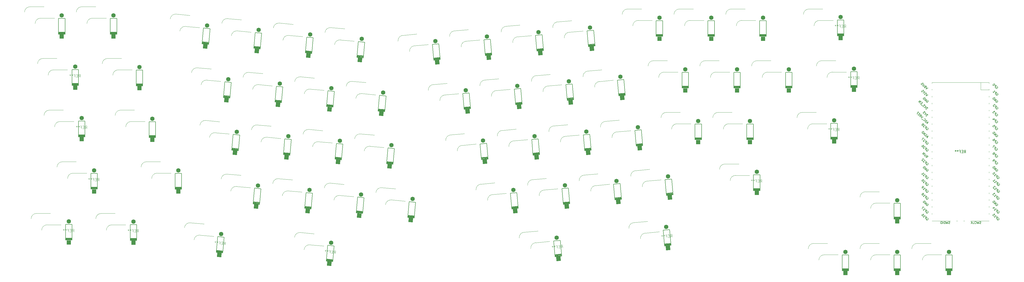
<source format=gbr>
%TF.GenerationSoftware,KiCad,Pcbnew,7.0.6*%
%TF.CreationDate,2023-09-01T00:55:25-07:00*%
%TF.ProjectId,alicida,616c6963-6964-4612-9e6b-696361645f70,rev?*%
%TF.SameCoordinates,Original*%
%TF.FileFunction,Legend,Bot*%
%TF.FilePolarity,Positive*%
%FSLAX46Y46*%
G04 Gerber Fmt 4.6, Leading zero omitted, Abs format (unit mm)*
G04 Created by KiCad (PCBNEW 7.0.6) date 2023-09-01 00:55:25*
%MOMM*%
%LPD*%
G01*
G04 APERTURE LIST*
G04 Aperture macros list*
%AMRotRect*
0 Rectangle, with rotation*
0 The origin of the aperture is its center*
0 $1 length*
0 $2 width*
0 $3 Rotation angle, in degrees counterclockwise*
0 Add horizontal line*
21,1,$1,$2,0,0,$3*%
G04 Aperture macros list end*
%ADD10C,0.100000*%
%ADD11C,0.150000*%
%ADD12C,0.120000*%
%ADD13C,0.200000*%
%ADD14RotRect,1.600000X1.600000X275.000000*%
%ADD15C,1.600000*%
%ADD16RotRect,1.600000X1.600000X265.000000*%
%ADD17R,1.600000X1.600000*%
%ADD18RotRect,1.600000X1.600000X95.000000*%
%ADD19RotRect,1.600000X1.600000X85.000000*%
G04 APERTURE END LIST*
D10*
X56663240Y-190315731D02*
X56996573Y-189839540D01*
X57234668Y-190315731D02*
X57234668Y-189315731D01*
X57234668Y-189315731D02*
X56853716Y-189315731D01*
X56853716Y-189315731D02*
X56758478Y-189363350D01*
X56758478Y-189363350D02*
X56710859Y-189410969D01*
X56710859Y-189410969D02*
X56663240Y-189506207D01*
X56663240Y-189506207D02*
X56663240Y-189649064D01*
X56663240Y-189649064D02*
X56710859Y-189744302D01*
X56710859Y-189744302D02*
X56758478Y-189791921D01*
X56758478Y-189791921D02*
X56853716Y-189839540D01*
X56853716Y-189839540D02*
X57234668Y-189839540D01*
X56234668Y-189791921D02*
X55901335Y-189791921D01*
X55758478Y-190315731D02*
X56234668Y-190315731D01*
X56234668Y-190315731D02*
X56234668Y-189315731D01*
X56234668Y-189315731D02*
X55758478Y-189315731D01*
X54996573Y-189791921D02*
X55329906Y-189791921D01*
X55329906Y-190315731D02*
X55329906Y-189315731D01*
X55329906Y-189315731D02*
X54853716Y-189315731D01*
X54329906Y-189315731D02*
X54329906Y-189553826D01*
X54568001Y-189458588D02*
X54329906Y-189553826D01*
X54329906Y-189553826D02*
X54091811Y-189458588D01*
X54472763Y-189744302D02*
X54329906Y-189553826D01*
X54329906Y-189553826D02*
X54187049Y-189744302D01*
X53568001Y-189315731D02*
X53568001Y-189553826D01*
X53806096Y-189458588D02*
X53568001Y-189553826D01*
X53568001Y-189553826D02*
X53329906Y-189458588D01*
X53710858Y-189744302D02*
X53568001Y-189553826D01*
X53568001Y-189553826D02*
X53425144Y-189744302D01*
X338245195Y-153105795D02*
X338578528Y-152629604D01*
X338816623Y-153105795D02*
X338816623Y-152105795D01*
X338816623Y-152105795D02*
X338435671Y-152105795D01*
X338435671Y-152105795D02*
X338340433Y-152153414D01*
X338340433Y-152153414D02*
X338292814Y-152201033D01*
X338292814Y-152201033D02*
X338245195Y-152296271D01*
X338245195Y-152296271D02*
X338245195Y-152439128D01*
X338245195Y-152439128D02*
X338292814Y-152534366D01*
X338292814Y-152534366D02*
X338340433Y-152581985D01*
X338340433Y-152581985D02*
X338435671Y-152629604D01*
X338435671Y-152629604D02*
X338816623Y-152629604D01*
X337816623Y-152581985D02*
X337483290Y-152581985D01*
X337340433Y-153105795D02*
X337816623Y-153105795D01*
X337816623Y-153105795D02*
X337816623Y-152105795D01*
X337816623Y-152105795D02*
X337340433Y-152105795D01*
X336578528Y-152581985D02*
X336911861Y-152581985D01*
X336911861Y-153105795D02*
X336911861Y-152105795D01*
X336911861Y-152105795D02*
X336435671Y-152105795D01*
X335911861Y-152105795D02*
X335911861Y-152343890D01*
X336149956Y-152248652D02*
X335911861Y-152343890D01*
X335911861Y-152343890D02*
X335673766Y-152248652D01*
X336054718Y-152534366D02*
X335911861Y-152343890D01*
X335911861Y-152343890D02*
X335769004Y-152534366D01*
X335149956Y-152105795D02*
X335149956Y-152343890D01*
X335388051Y-152248652D02*
X335149956Y-152343890D01*
X335149956Y-152343890D02*
X334911861Y-152248652D01*
X335292813Y-152534366D02*
X335149956Y-152343890D01*
X335149956Y-152343890D02*
X335007099Y-152534366D01*
D11*
X384817919Y-161220900D02*
X385151252Y-160744709D01*
X385389347Y-161220900D02*
X385389347Y-160220900D01*
X385389347Y-160220900D02*
X385008395Y-160220900D01*
X385008395Y-160220900D02*
X384913157Y-160268519D01*
X384913157Y-160268519D02*
X384865538Y-160316138D01*
X384865538Y-160316138D02*
X384817919Y-160411376D01*
X384817919Y-160411376D02*
X384817919Y-160554233D01*
X384817919Y-160554233D02*
X384865538Y-160649471D01*
X384865538Y-160649471D02*
X384913157Y-160697090D01*
X384913157Y-160697090D02*
X385008395Y-160744709D01*
X385008395Y-160744709D02*
X385389347Y-160744709D01*
X384389347Y-160697090D02*
X384056014Y-160697090D01*
X383913157Y-161220900D02*
X384389347Y-161220900D01*
X384389347Y-161220900D02*
X384389347Y-160220900D01*
X384389347Y-160220900D02*
X383913157Y-160220900D01*
X383151252Y-160697090D02*
X383484585Y-160697090D01*
X383484585Y-161220900D02*
X383484585Y-160220900D01*
X383484585Y-160220900D02*
X383008395Y-160220900D01*
X382484585Y-160220900D02*
X382484585Y-160458995D01*
X382722680Y-160363757D02*
X382484585Y-160458995D01*
X382484585Y-160458995D02*
X382246490Y-160363757D01*
X382627442Y-160649471D02*
X382484585Y-160458995D01*
X382484585Y-160458995D02*
X382341728Y-160649471D01*
X381722680Y-160220900D02*
X381722680Y-160458995D01*
X381960775Y-160363757D02*
X381722680Y-160458995D01*
X381722680Y-160458995D02*
X381484585Y-160363757D01*
X381865537Y-160649471D02*
X381722680Y-160458995D01*
X381722680Y-160458995D02*
X381579823Y-160649471D01*
X396971213Y-151997575D02*
X397052025Y-152024512D01*
X397052025Y-152024512D02*
X397132837Y-152105324D01*
X397132837Y-152105324D02*
X397186712Y-152213074D01*
X397186712Y-152213074D02*
X397186712Y-152320823D01*
X397186712Y-152320823D02*
X397159775Y-152401636D01*
X397159775Y-152401636D02*
X397078962Y-152536323D01*
X397078962Y-152536323D02*
X396998150Y-152617135D01*
X396998150Y-152617135D02*
X396863463Y-152697947D01*
X396863463Y-152697947D02*
X396782651Y-152724884D01*
X396782651Y-152724884D02*
X396674901Y-152724884D01*
X396674901Y-152724884D02*
X396567152Y-152671010D01*
X396567152Y-152671010D02*
X396513277Y-152617135D01*
X396513277Y-152617135D02*
X396459402Y-152509385D01*
X396459402Y-152509385D02*
X396459402Y-152455510D01*
X396459402Y-152455510D02*
X396647964Y-152266949D01*
X396647964Y-152266949D02*
X396755714Y-152374698D01*
X396163091Y-152266949D02*
X396728776Y-151701263D01*
X396728776Y-151701263D02*
X396513277Y-151485764D01*
X396513277Y-151485764D02*
X396432465Y-151458827D01*
X396432465Y-151458827D02*
X396378590Y-151458827D01*
X396378590Y-151458827D02*
X396297778Y-151485764D01*
X396297778Y-151485764D02*
X396216966Y-151566576D01*
X396216966Y-151566576D02*
X396190028Y-151647388D01*
X396190028Y-151647388D02*
X396190028Y-151701263D01*
X396190028Y-151701263D02*
X396216966Y-151782075D01*
X396216966Y-151782075D02*
X396432465Y-151997575D01*
X395893717Y-150866204D02*
X396163091Y-151135578D01*
X396163091Y-151135578D02*
X395920654Y-151431889D01*
X395920654Y-151431889D02*
X395920654Y-151378014D01*
X395920654Y-151378014D02*
X395893717Y-151297202D01*
X395893717Y-151297202D02*
X395759030Y-151162515D01*
X395759030Y-151162515D02*
X395678218Y-151135578D01*
X395678218Y-151135578D02*
X395624343Y-151135578D01*
X395624343Y-151135578D02*
X395543531Y-151162515D01*
X395543531Y-151162515D02*
X395408844Y-151297202D01*
X395408844Y-151297202D02*
X395381906Y-151378014D01*
X395381906Y-151378014D02*
X395381906Y-151431889D01*
X395381906Y-151431889D02*
X395408844Y-151512701D01*
X395408844Y-151512701D02*
X395543531Y-151647388D01*
X395543531Y-151647388D02*
X395624343Y-151674326D01*
X395624343Y-151674326D02*
X395678218Y-151674326D01*
X396971213Y-146917575D02*
X397052025Y-146944512D01*
X397052025Y-146944512D02*
X397132837Y-147025324D01*
X397132837Y-147025324D02*
X397186712Y-147133074D01*
X397186712Y-147133074D02*
X397186712Y-147240823D01*
X397186712Y-147240823D02*
X397159775Y-147321636D01*
X397159775Y-147321636D02*
X397078962Y-147456323D01*
X397078962Y-147456323D02*
X396998150Y-147537135D01*
X396998150Y-147537135D02*
X396863463Y-147617947D01*
X396863463Y-147617947D02*
X396782651Y-147644884D01*
X396782651Y-147644884D02*
X396674901Y-147644884D01*
X396674901Y-147644884D02*
X396567152Y-147591010D01*
X396567152Y-147591010D02*
X396513277Y-147537135D01*
X396513277Y-147537135D02*
X396459402Y-147429385D01*
X396459402Y-147429385D02*
X396459402Y-147375510D01*
X396459402Y-147375510D02*
X396647964Y-147186949D01*
X396647964Y-147186949D02*
X396755714Y-147294698D01*
X396163091Y-147186949D02*
X396728776Y-146621263D01*
X396728776Y-146621263D02*
X396513277Y-146405764D01*
X396513277Y-146405764D02*
X396432465Y-146378827D01*
X396432465Y-146378827D02*
X396378590Y-146378827D01*
X396378590Y-146378827D02*
X396297778Y-146405764D01*
X396297778Y-146405764D02*
X396216966Y-146486576D01*
X396216966Y-146486576D02*
X396190028Y-146567388D01*
X396190028Y-146567388D02*
X396190028Y-146621263D01*
X396190028Y-146621263D02*
X396216966Y-146702075D01*
X396216966Y-146702075D02*
X396432465Y-146917575D01*
X396216966Y-146109453D02*
X395866779Y-145759266D01*
X395866779Y-145759266D02*
X395839842Y-146163327D01*
X395839842Y-146163327D02*
X395759030Y-146082515D01*
X395759030Y-146082515D02*
X395678218Y-146055578D01*
X395678218Y-146055578D02*
X395624343Y-146055578D01*
X395624343Y-146055578D02*
X395543531Y-146082515D01*
X395543531Y-146082515D02*
X395408844Y-146217202D01*
X395408844Y-146217202D02*
X395381906Y-146298014D01*
X395381906Y-146298014D02*
X395381906Y-146351889D01*
X395381906Y-146351889D02*
X395408844Y-146432701D01*
X395408844Y-146432701D02*
X395570468Y-146594326D01*
X395570468Y-146594326D02*
X395651280Y-146621263D01*
X395651280Y-146621263D02*
X395705155Y-146621263D01*
X371398150Y-141864512D02*
X371478962Y-141891449D01*
X371478962Y-141891449D02*
X371559774Y-141972261D01*
X371559774Y-141972261D02*
X371613649Y-142080011D01*
X371613649Y-142080011D02*
X371613649Y-142187761D01*
X371613649Y-142187761D02*
X371586712Y-142268573D01*
X371586712Y-142268573D02*
X371505900Y-142403260D01*
X371505900Y-142403260D02*
X371425087Y-142484072D01*
X371425087Y-142484072D02*
X371290400Y-142564884D01*
X371290400Y-142564884D02*
X371209588Y-142591822D01*
X371209588Y-142591822D02*
X371101839Y-142591822D01*
X371101839Y-142591822D02*
X370994089Y-142537947D01*
X370994089Y-142537947D02*
X370940214Y-142484072D01*
X370940214Y-142484072D02*
X370886339Y-142376322D01*
X370886339Y-142376322D02*
X370886339Y-142322448D01*
X370886339Y-142322448D02*
X371074901Y-142133886D01*
X371074901Y-142133886D02*
X371182651Y-142241635D01*
X370590028Y-142133886D02*
X371155713Y-141568200D01*
X371155713Y-141568200D02*
X370266779Y-141810637D01*
X370266779Y-141810637D02*
X370832465Y-141244952D01*
X369997405Y-141541263D02*
X370563091Y-140975578D01*
X370563091Y-140975578D02*
X370428404Y-140840891D01*
X370428404Y-140840891D02*
X370320654Y-140787016D01*
X370320654Y-140787016D02*
X370212905Y-140787016D01*
X370212905Y-140787016D02*
X370132092Y-140813953D01*
X370132092Y-140813953D02*
X369997405Y-140894766D01*
X369997405Y-140894766D02*
X369916593Y-140975578D01*
X369916593Y-140975578D02*
X369835781Y-141110265D01*
X369835781Y-141110265D02*
X369808844Y-141191077D01*
X369808844Y-141191077D02*
X369808844Y-141298827D01*
X369808844Y-141298827D02*
X369862718Y-141406576D01*
X369862718Y-141406576D02*
X369997405Y-141541263D01*
X397071213Y-144377575D02*
X397152025Y-144404512D01*
X397152025Y-144404512D02*
X397232837Y-144485324D01*
X397232837Y-144485324D02*
X397286712Y-144593074D01*
X397286712Y-144593074D02*
X397286712Y-144700823D01*
X397286712Y-144700823D02*
X397259775Y-144781636D01*
X397259775Y-144781636D02*
X397178962Y-144916323D01*
X397178962Y-144916323D02*
X397098150Y-144997135D01*
X397098150Y-144997135D02*
X396963463Y-145077947D01*
X396963463Y-145077947D02*
X396882651Y-145104884D01*
X396882651Y-145104884D02*
X396774901Y-145104884D01*
X396774901Y-145104884D02*
X396667152Y-145051010D01*
X396667152Y-145051010D02*
X396613277Y-144997135D01*
X396613277Y-144997135D02*
X396559402Y-144889385D01*
X396559402Y-144889385D02*
X396559402Y-144835510D01*
X396559402Y-144835510D02*
X396747964Y-144646949D01*
X396747964Y-144646949D02*
X396855714Y-144754698D01*
X396263091Y-144646949D02*
X396828776Y-144081263D01*
X396828776Y-144081263D02*
X396613277Y-143865764D01*
X396613277Y-143865764D02*
X396532465Y-143838827D01*
X396532465Y-143838827D02*
X396478590Y-143838827D01*
X396478590Y-143838827D02*
X396397778Y-143865764D01*
X396397778Y-143865764D02*
X396316966Y-143946576D01*
X396316966Y-143946576D02*
X396290028Y-144027388D01*
X396290028Y-144027388D02*
X396290028Y-144081263D01*
X396290028Y-144081263D02*
X396316966Y-144162075D01*
X396316966Y-144162075D02*
X396532465Y-144377575D01*
X396236153Y-143596390D02*
X396236153Y-143542515D01*
X396236153Y-143542515D02*
X396209216Y-143461703D01*
X396209216Y-143461703D02*
X396074529Y-143327016D01*
X396074529Y-143327016D02*
X395993717Y-143300079D01*
X395993717Y-143300079D02*
X395939842Y-143300079D01*
X395939842Y-143300079D02*
X395859030Y-143327016D01*
X395859030Y-143327016D02*
X395805155Y-143380891D01*
X395805155Y-143380891D02*
X395751280Y-143488640D01*
X395751280Y-143488640D02*
X395751280Y-144135138D01*
X395751280Y-144135138D02*
X395401094Y-143784952D01*
X371386587Y-172586949D02*
X371467400Y-172613886D01*
X371467400Y-172613886D02*
X371548212Y-172694699D01*
X371548212Y-172694699D02*
X371602087Y-172802448D01*
X371602087Y-172802448D02*
X371602087Y-172910198D01*
X371602087Y-172910198D02*
X371575149Y-172991010D01*
X371575149Y-172991010D02*
X371494337Y-173125697D01*
X371494337Y-173125697D02*
X371413525Y-173206509D01*
X371413525Y-173206509D02*
X371278838Y-173287322D01*
X371278838Y-173287322D02*
X371198025Y-173314259D01*
X371198025Y-173314259D02*
X371090276Y-173314259D01*
X371090276Y-173314259D02*
X370982526Y-173260384D01*
X370982526Y-173260384D02*
X370928651Y-173206509D01*
X370928651Y-173206509D02*
X370874777Y-173098760D01*
X370874777Y-173098760D02*
X370874777Y-173044885D01*
X370874777Y-173044885D02*
X371063338Y-172856323D01*
X371063338Y-172856323D02*
X371171088Y-172964073D01*
X370578465Y-172856323D02*
X371144151Y-172290638D01*
X371144151Y-172290638D02*
X370928651Y-172075138D01*
X370928651Y-172075138D02*
X370847839Y-172048201D01*
X370847839Y-172048201D02*
X370793964Y-172048201D01*
X370793964Y-172048201D02*
X370713152Y-172075138D01*
X370713152Y-172075138D02*
X370632340Y-172155951D01*
X370632340Y-172155951D02*
X370605403Y-172236763D01*
X370605403Y-172236763D02*
X370605403Y-172290638D01*
X370605403Y-172290638D02*
X370632340Y-172371450D01*
X370632340Y-172371450D02*
X370847839Y-172586949D01*
X370551528Y-171805764D02*
X370551528Y-171751890D01*
X370551528Y-171751890D02*
X370524590Y-171671077D01*
X370524590Y-171671077D02*
X370389903Y-171536390D01*
X370389903Y-171536390D02*
X370309091Y-171509453D01*
X370309091Y-171509453D02*
X370255216Y-171509453D01*
X370255216Y-171509453D02*
X370174404Y-171536390D01*
X370174404Y-171536390D02*
X370120529Y-171590265D01*
X370120529Y-171590265D02*
X370066655Y-171698015D01*
X370066655Y-171698015D02*
X370066655Y-172344512D01*
X370066655Y-172344512D02*
X369716468Y-171994326D01*
X369931967Y-171078454D02*
X369878093Y-171024580D01*
X369878093Y-171024580D02*
X369797280Y-170997642D01*
X369797280Y-170997642D02*
X369743406Y-170997642D01*
X369743406Y-170997642D02*
X369662593Y-171024580D01*
X369662593Y-171024580D02*
X369527906Y-171105392D01*
X369527906Y-171105392D02*
X369393219Y-171240079D01*
X369393219Y-171240079D02*
X369312407Y-171374766D01*
X369312407Y-171374766D02*
X369285470Y-171455578D01*
X369285470Y-171455578D02*
X369285470Y-171509453D01*
X369285470Y-171509453D02*
X369312407Y-171590265D01*
X369312407Y-171590265D02*
X369366282Y-171644140D01*
X369366282Y-171644140D02*
X369447094Y-171671077D01*
X369447094Y-171671077D02*
X369500969Y-171671077D01*
X369500969Y-171671077D02*
X369581781Y-171644140D01*
X369581781Y-171644140D02*
X369716468Y-171563328D01*
X369716468Y-171563328D02*
X369851155Y-171428641D01*
X369851155Y-171428641D02*
X369931967Y-171293954D01*
X369931967Y-171293954D02*
X369958905Y-171213141D01*
X369958905Y-171213141D02*
X369958905Y-171159267D01*
X369958905Y-171159267D02*
X369931967Y-171078454D01*
X371386587Y-157356949D02*
X371467400Y-157383886D01*
X371467400Y-157383886D02*
X371548212Y-157464699D01*
X371548212Y-157464699D02*
X371602087Y-157572448D01*
X371602087Y-157572448D02*
X371602087Y-157680198D01*
X371602087Y-157680198D02*
X371575149Y-157761010D01*
X371575149Y-157761010D02*
X371494337Y-157895697D01*
X371494337Y-157895697D02*
X371413525Y-157976509D01*
X371413525Y-157976509D02*
X371278838Y-158057322D01*
X371278838Y-158057322D02*
X371198025Y-158084259D01*
X371198025Y-158084259D02*
X371090276Y-158084259D01*
X371090276Y-158084259D02*
X370982526Y-158030384D01*
X370982526Y-158030384D02*
X370928651Y-157976509D01*
X370928651Y-157976509D02*
X370874777Y-157868760D01*
X370874777Y-157868760D02*
X370874777Y-157814885D01*
X370874777Y-157814885D02*
X371063338Y-157626323D01*
X371063338Y-157626323D02*
X371171088Y-157734073D01*
X370578465Y-157626323D02*
X371144151Y-157060638D01*
X371144151Y-157060638D02*
X370928651Y-156845138D01*
X370928651Y-156845138D02*
X370847839Y-156818201D01*
X370847839Y-156818201D02*
X370793964Y-156818201D01*
X370793964Y-156818201D02*
X370713152Y-156845138D01*
X370713152Y-156845138D02*
X370632340Y-156925951D01*
X370632340Y-156925951D02*
X370605403Y-157006763D01*
X370605403Y-157006763D02*
X370605403Y-157060638D01*
X370605403Y-157060638D02*
X370632340Y-157141450D01*
X370632340Y-157141450D02*
X370847839Y-157356949D01*
X370551528Y-156575764D02*
X370551528Y-156521890D01*
X370551528Y-156521890D02*
X370524590Y-156441077D01*
X370524590Y-156441077D02*
X370389903Y-156306390D01*
X370389903Y-156306390D02*
X370309091Y-156279453D01*
X370309091Y-156279453D02*
X370255216Y-156279453D01*
X370255216Y-156279453D02*
X370174404Y-156306390D01*
X370174404Y-156306390D02*
X370120529Y-156360265D01*
X370120529Y-156360265D02*
X370066655Y-156468015D01*
X370066655Y-156468015D02*
X370066655Y-157114512D01*
X370066655Y-157114512D02*
X369716468Y-156764326D01*
X370093592Y-156010079D02*
X369716468Y-155632955D01*
X369716468Y-155632955D02*
X369393219Y-156441077D01*
X371398150Y-167264512D02*
X371478962Y-167291449D01*
X371478962Y-167291449D02*
X371559774Y-167372261D01*
X371559774Y-167372261D02*
X371613649Y-167480011D01*
X371613649Y-167480011D02*
X371613649Y-167587761D01*
X371613649Y-167587761D02*
X371586712Y-167668573D01*
X371586712Y-167668573D02*
X371505900Y-167803260D01*
X371505900Y-167803260D02*
X371425087Y-167884072D01*
X371425087Y-167884072D02*
X371290400Y-167964884D01*
X371290400Y-167964884D02*
X371209588Y-167991822D01*
X371209588Y-167991822D02*
X371101839Y-167991822D01*
X371101839Y-167991822D02*
X370994089Y-167937947D01*
X370994089Y-167937947D02*
X370940214Y-167884072D01*
X370940214Y-167884072D02*
X370886339Y-167776322D01*
X370886339Y-167776322D02*
X370886339Y-167722448D01*
X370886339Y-167722448D02*
X371074901Y-167533886D01*
X371074901Y-167533886D02*
X371182651Y-167641635D01*
X370590028Y-167533886D02*
X371155713Y-166968200D01*
X371155713Y-166968200D02*
X370266779Y-167210637D01*
X370266779Y-167210637D02*
X370832465Y-166644952D01*
X369997405Y-166941263D02*
X370563091Y-166375578D01*
X370563091Y-166375578D02*
X370428404Y-166240891D01*
X370428404Y-166240891D02*
X370320654Y-166187016D01*
X370320654Y-166187016D02*
X370212905Y-166187016D01*
X370212905Y-166187016D02*
X370132092Y-166213953D01*
X370132092Y-166213953D02*
X369997405Y-166294766D01*
X369997405Y-166294766D02*
X369916593Y-166375578D01*
X369916593Y-166375578D02*
X369835781Y-166510265D01*
X369835781Y-166510265D02*
X369808844Y-166591077D01*
X369808844Y-166591077D02*
X369808844Y-166698827D01*
X369808844Y-166698827D02*
X369862718Y-166806576D01*
X369862718Y-166806576D02*
X369997405Y-166941263D01*
X396998150Y-179964512D02*
X397078962Y-179991449D01*
X397078962Y-179991449D02*
X397159774Y-180072261D01*
X397159774Y-180072261D02*
X397213649Y-180180011D01*
X397213649Y-180180011D02*
X397213649Y-180287761D01*
X397213649Y-180287761D02*
X397186712Y-180368573D01*
X397186712Y-180368573D02*
X397105900Y-180503260D01*
X397105900Y-180503260D02*
X397025087Y-180584072D01*
X397025087Y-180584072D02*
X396890400Y-180664884D01*
X396890400Y-180664884D02*
X396809588Y-180691822D01*
X396809588Y-180691822D02*
X396701839Y-180691822D01*
X396701839Y-180691822D02*
X396594089Y-180637947D01*
X396594089Y-180637947D02*
X396540214Y-180584072D01*
X396540214Y-180584072D02*
X396486339Y-180476322D01*
X396486339Y-180476322D02*
X396486339Y-180422448D01*
X396486339Y-180422448D02*
X396674901Y-180233886D01*
X396674901Y-180233886D02*
X396782651Y-180341635D01*
X396190028Y-180233886D02*
X396755713Y-179668200D01*
X396755713Y-179668200D02*
X395866779Y-179910637D01*
X395866779Y-179910637D02*
X396432465Y-179344952D01*
X395597405Y-179641263D02*
X396163091Y-179075578D01*
X396163091Y-179075578D02*
X396028404Y-178940891D01*
X396028404Y-178940891D02*
X395920654Y-178887016D01*
X395920654Y-178887016D02*
X395812905Y-178887016D01*
X395812905Y-178887016D02*
X395732092Y-178913953D01*
X395732092Y-178913953D02*
X395597405Y-178994766D01*
X395597405Y-178994766D02*
X395516593Y-179075578D01*
X395516593Y-179075578D02*
X395435781Y-179210265D01*
X395435781Y-179210265D02*
X395408844Y-179291077D01*
X395408844Y-179291077D02*
X395408844Y-179398827D01*
X395408844Y-179398827D02*
X395462718Y-179506576D01*
X395462718Y-179506576D02*
X395597405Y-179641263D01*
X371329521Y-150300130D02*
X371060147Y-150030756D01*
X371221772Y-150515630D02*
X371598895Y-149761382D01*
X371598895Y-149761382D02*
X370844648Y-150138506D01*
X370656086Y-149949944D02*
X371221772Y-149384259D01*
X371221772Y-149384259D02*
X371087085Y-149249572D01*
X371087085Y-149249572D02*
X370979335Y-149195697D01*
X370979335Y-149195697D02*
X370871586Y-149195697D01*
X370871586Y-149195697D02*
X370790773Y-149222634D01*
X370790773Y-149222634D02*
X370656086Y-149303447D01*
X370656086Y-149303447D02*
X370575274Y-149384259D01*
X370575274Y-149384259D02*
X370494462Y-149518946D01*
X370494462Y-149518946D02*
X370467525Y-149599758D01*
X370467525Y-149599758D02*
X370467525Y-149707508D01*
X370467525Y-149707508D02*
X370521399Y-149815257D01*
X370521399Y-149815257D02*
X370656086Y-149949944D01*
X369821027Y-149007135D02*
X369821027Y-149061010D01*
X369821027Y-149061010D02*
X369874902Y-149168760D01*
X369874902Y-149168760D02*
X369928777Y-149222634D01*
X369928777Y-149222634D02*
X370036526Y-149276509D01*
X370036526Y-149276509D02*
X370144276Y-149276509D01*
X370144276Y-149276509D02*
X370225088Y-149249572D01*
X370225088Y-149249572D02*
X370359775Y-149168760D01*
X370359775Y-149168760D02*
X370440587Y-149087947D01*
X370440587Y-149087947D02*
X370521399Y-148953260D01*
X370521399Y-148953260D02*
X370548337Y-148872448D01*
X370548337Y-148872448D02*
X370548337Y-148764699D01*
X370548337Y-148764699D02*
X370494462Y-148656949D01*
X370494462Y-148656949D02*
X370440587Y-148603074D01*
X370440587Y-148603074D02*
X370332838Y-148549199D01*
X370332838Y-148549199D02*
X370278963Y-148549199D01*
X369605528Y-149007135D02*
X369174529Y-148576137D01*
X369740215Y-147902702D02*
X368985967Y-148279825D01*
X368985967Y-148279825D02*
X369363091Y-147525578D01*
X368285595Y-147579453D02*
X368743531Y-147498641D01*
X368608844Y-147902702D02*
X369174529Y-147337016D01*
X369174529Y-147337016D02*
X368959030Y-147121517D01*
X368959030Y-147121517D02*
X368878218Y-147094580D01*
X368878218Y-147094580D02*
X368824343Y-147094580D01*
X368824343Y-147094580D02*
X368743531Y-147121517D01*
X368743531Y-147121517D02*
X368662719Y-147202329D01*
X368662719Y-147202329D02*
X368635781Y-147283142D01*
X368635781Y-147283142D02*
X368635781Y-147337016D01*
X368635781Y-147337016D02*
X368662719Y-147417829D01*
X368662719Y-147417829D02*
X368878218Y-147633328D01*
X368339470Y-147040705D02*
X368150908Y-146852143D01*
X367773785Y-147067642D02*
X368043159Y-147337016D01*
X368043159Y-147337016D02*
X368608844Y-146771331D01*
X368608844Y-146771331D02*
X368339470Y-146501957D01*
X367639097Y-146340332D02*
X367827659Y-146528894D01*
X367531348Y-146825206D02*
X368097033Y-146259520D01*
X368097033Y-146259520D02*
X367827659Y-145990146D01*
X397640587Y-175126949D02*
X397721400Y-175153886D01*
X397721400Y-175153886D02*
X397802212Y-175234699D01*
X397802212Y-175234699D02*
X397856087Y-175342448D01*
X397856087Y-175342448D02*
X397856087Y-175450198D01*
X397856087Y-175450198D02*
X397829149Y-175531010D01*
X397829149Y-175531010D02*
X397748337Y-175665697D01*
X397748337Y-175665697D02*
X397667525Y-175746509D01*
X397667525Y-175746509D02*
X397532838Y-175827322D01*
X397532838Y-175827322D02*
X397452025Y-175854259D01*
X397452025Y-175854259D02*
X397344276Y-175854259D01*
X397344276Y-175854259D02*
X397236526Y-175800384D01*
X397236526Y-175800384D02*
X397182651Y-175746509D01*
X397182651Y-175746509D02*
X397128777Y-175638760D01*
X397128777Y-175638760D02*
X397128777Y-175584885D01*
X397128777Y-175584885D02*
X397317338Y-175396323D01*
X397317338Y-175396323D02*
X397425088Y-175504073D01*
X396832465Y-175396323D02*
X397398151Y-174830638D01*
X397398151Y-174830638D02*
X397182651Y-174615138D01*
X397182651Y-174615138D02*
X397101839Y-174588201D01*
X397101839Y-174588201D02*
X397047964Y-174588201D01*
X397047964Y-174588201D02*
X396967152Y-174615138D01*
X396967152Y-174615138D02*
X396886340Y-174695951D01*
X396886340Y-174695951D02*
X396859403Y-174776763D01*
X396859403Y-174776763D02*
X396859403Y-174830638D01*
X396859403Y-174830638D02*
X396886340Y-174911450D01*
X396886340Y-174911450D02*
X397101839Y-175126949D01*
X395970468Y-174534326D02*
X396293717Y-174857575D01*
X396132093Y-174695951D02*
X396697778Y-174130265D01*
X396697778Y-174130265D02*
X396670841Y-174264952D01*
X396670841Y-174264952D02*
X396670841Y-174372702D01*
X396670841Y-174372702D02*
X396697778Y-174453514D01*
X396266780Y-173807016D02*
X396266780Y-173753141D01*
X396266780Y-173753141D02*
X396239842Y-173672329D01*
X396239842Y-173672329D02*
X396105155Y-173537642D01*
X396105155Y-173537642D02*
X396024343Y-173510705D01*
X396024343Y-173510705D02*
X395970468Y-173510705D01*
X395970468Y-173510705D02*
X395889656Y-173537642D01*
X395889656Y-173537642D02*
X395835781Y-173591517D01*
X395835781Y-173591517D02*
X395781906Y-173699267D01*
X395781906Y-173699267D02*
X395781906Y-174345764D01*
X395781906Y-174345764D02*
X395431720Y-173995578D01*
X371531179Y-137293666D02*
X370776932Y-137670790D01*
X370776932Y-137670790D02*
X371154056Y-136916543D01*
X370507558Y-136808793D02*
X370399809Y-136754919D01*
X370399809Y-136754919D02*
X370345934Y-136754919D01*
X370345934Y-136754919D02*
X370265122Y-136781856D01*
X370265122Y-136781856D02*
X370184309Y-136862668D01*
X370184309Y-136862668D02*
X370157372Y-136943480D01*
X370157372Y-136943480D02*
X370157372Y-136997355D01*
X370157372Y-136997355D02*
X370184309Y-137078167D01*
X370184309Y-137078167D02*
X370399809Y-137293667D01*
X370399809Y-137293667D02*
X370965494Y-136727981D01*
X370965494Y-136727981D02*
X370776932Y-136539419D01*
X370776932Y-136539419D02*
X370696120Y-136512482D01*
X370696120Y-136512482D02*
X370642245Y-136512482D01*
X370642245Y-136512482D02*
X370561433Y-136539419D01*
X370561433Y-136539419D02*
X370507558Y-136593294D01*
X370507558Y-136593294D02*
X370480621Y-136674106D01*
X370480621Y-136674106D02*
X370480621Y-136727981D01*
X370480621Y-136727981D02*
X370507558Y-136808793D01*
X370507558Y-136808793D02*
X370696120Y-136997355D01*
X370399809Y-136162296D02*
X369941873Y-136620232D01*
X369941873Y-136620232D02*
X369861061Y-136647169D01*
X369861061Y-136647169D02*
X369807186Y-136647169D01*
X369807186Y-136647169D02*
X369726374Y-136620232D01*
X369726374Y-136620232D02*
X369618624Y-136512482D01*
X369618624Y-136512482D02*
X369591687Y-136431670D01*
X369591687Y-136431670D02*
X369591687Y-136377795D01*
X369591687Y-136377795D02*
X369618624Y-136296983D01*
X369618624Y-136296983D02*
X370076560Y-135839047D01*
X369295375Y-136135358D02*
X369187626Y-136081484D01*
X369187626Y-136081484D02*
X369052939Y-135946797D01*
X369052939Y-135946797D02*
X369026001Y-135865984D01*
X369026001Y-135865984D02*
X369026001Y-135812110D01*
X369026001Y-135812110D02*
X369052939Y-135731297D01*
X369052939Y-135731297D02*
X369106814Y-135677423D01*
X369106814Y-135677423D02*
X369187626Y-135650485D01*
X369187626Y-135650485D02*
X369241501Y-135650485D01*
X369241501Y-135650485D02*
X369322313Y-135677423D01*
X369322313Y-135677423D02*
X369457000Y-135758235D01*
X369457000Y-135758235D02*
X369537812Y-135785172D01*
X369537812Y-135785172D02*
X369591687Y-135785172D01*
X369591687Y-135785172D02*
X369672499Y-135758235D01*
X369672499Y-135758235D02*
X369726374Y-135704360D01*
X369726374Y-135704360D02*
X369753311Y-135623548D01*
X369753311Y-135623548D02*
X369753311Y-135569673D01*
X369753311Y-135569673D02*
X369726374Y-135488861D01*
X369726374Y-135488861D02*
X369591687Y-135354174D01*
X369591687Y-135354174D02*
X369483937Y-135300299D01*
X396871213Y-159587575D02*
X396952025Y-159614512D01*
X396952025Y-159614512D02*
X397032837Y-159695324D01*
X397032837Y-159695324D02*
X397086712Y-159803074D01*
X397086712Y-159803074D02*
X397086712Y-159910823D01*
X397086712Y-159910823D02*
X397059775Y-159991636D01*
X397059775Y-159991636D02*
X396978962Y-160126323D01*
X396978962Y-160126323D02*
X396898150Y-160207135D01*
X396898150Y-160207135D02*
X396763463Y-160287947D01*
X396763463Y-160287947D02*
X396682651Y-160314884D01*
X396682651Y-160314884D02*
X396574901Y-160314884D01*
X396574901Y-160314884D02*
X396467152Y-160261010D01*
X396467152Y-160261010D02*
X396413277Y-160207135D01*
X396413277Y-160207135D02*
X396359402Y-160099385D01*
X396359402Y-160099385D02*
X396359402Y-160045510D01*
X396359402Y-160045510D02*
X396547964Y-159856949D01*
X396547964Y-159856949D02*
X396655714Y-159964698D01*
X396063091Y-159856949D02*
X396628776Y-159291263D01*
X396628776Y-159291263D02*
X396413277Y-159075764D01*
X396413277Y-159075764D02*
X396332465Y-159048827D01*
X396332465Y-159048827D02*
X396278590Y-159048827D01*
X396278590Y-159048827D02*
X396197778Y-159075764D01*
X396197778Y-159075764D02*
X396116966Y-159156576D01*
X396116966Y-159156576D02*
X396090028Y-159237388D01*
X396090028Y-159237388D02*
X396090028Y-159291263D01*
X396090028Y-159291263D02*
X396116966Y-159372075D01*
X396116966Y-159372075D02*
X396332465Y-159587575D01*
X396116966Y-158779453D02*
X395739842Y-158402329D01*
X395739842Y-158402329D02*
X395416593Y-159210451D01*
X370645934Y-162709791D02*
X371103869Y-162628979D01*
X370969182Y-163033040D02*
X371534868Y-162467355D01*
X371534868Y-162467355D02*
X371319369Y-162251856D01*
X371319369Y-162251856D02*
X371238556Y-162224918D01*
X371238556Y-162224918D02*
X371184682Y-162224918D01*
X371184682Y-162224918D02*
X371103869Y-162251856D01*
X371103869Y-162251856D02*
X371023057Y-162332668D01*
X371023057Y-162332668D02*
X370996120Y-162413480D01*
X370996120Y-162413480D02*
X370996120Y-162467355D01*
X370996120Y-162467355D02*
X371023057Y-162548167D01*
X371023057Y-162548167D02*
X371238556Y-162763666D01*
X370969182Y-161901669D02*
X370511247Y-162359605D01*
X370511247Y-162359605D02*
X370430434Y-162386543D01*
X370430434Y-162386543D02*
X370376560Y-162386543D01*
X370376560Y-162386543D02*
X370295747Y-162359605D01*
X370295747Y-162359605D02*
X370187998Y-162251856D01*
X370187998Y-162251856D02*
X370161060Y-162171043D01*
X370161060Y-162171043D02*
X370161060Y-162117169D01*
X370161060Y-162117169D02*
X370187998Y-162036356D01*
X370187998Y-162036356D02*
X370645934Y-161578421D01*
X369810874Y-161874732D02*
X370376560Y-161309047D01*
X370376560Y-161309047D02*
X369487626Y-161551483D01*
X369487626Y-161551483D02*
X370053311Y-160985798D01*
X396971213Y-162157575D02*
X397052025Y-162184512D01*
X397052025Y-162184512D02*
X397132837Y-162265324D01*
X397132837Y-162265324D02*
X397186712Y-162373074D01*
X397186712Y-162373074D02*
X397186712Y-162480823D01*
X397186712Y-162480823D02*
X397159775Y-162561636D01*
X397159775Y-162561636D02*
X397078962Y-162696323D01*
X397078962Y-162696323D02*
X396998150Y-162777135D01*
X396998150Y-162777135D02*
X396863463Y-162857947D01*
X396863463Y-162857947D02*
X396782651Y-162884884D01*
X396782651Y-162884884D02*
X396674901Y-162884884D01*
X396674901Y-162884884D02*
X396567152Y-162831010D01*
X396567152Y-162831010D02*
X396513277Y-162777135D01*
X396513277Y-162777135D02*
X396459402Y-162669385D01*
X396459402Y-162669385D02*
X396459402Y-162615510D01*
X396459402Y-162615510D02*
X396647964Y-162426949D01*
X396647964Y-162426949D02*
X396755714Y-162534698D01*
X396163091Y-162426949D02*
X396728776Y-161861263D01*
X396728776Y-161861263D02*
X396513277Y-161645764D01*
X396513277Y-161645764D02*
X396432465Y-161618827D01*
X396432465Y-161618827D02*
X396378590Y-161618827D01*
X396378590Y-161618827D02*
X396297778Y-161645764D01*
X396297778Y-161645764D02*
X396216966Y-161726576D01*
X396216966Y-161726576D02*
X396190028Y-161807388D01*
X396190028Y-161807388D02*
X396190028Y-161861263D01*
X396190028Y-161861263D02*
X396216966Y-161942075D01*
X396216966Y-161942075D02*
X396432465Y-162157575D01*
X395839842Y-161457202D02*
X395920654Y-161484140D01*
X395920654Y-161484140D02*
X395974529Y-161484140D01*
X395974529Y-161484140D02*
X396055341Y-161457202D01*
X396055341Y-161457202D02*
X396082279Y-161430265D01*
X396082279Y-161430265D02*
X396109216Y-161349453D01*
X396109216Y-161349453D02*
X396109216Y-161295578D01*
X396109216Y-161295578D02*
X396082279Y-161214766D01*
X396082279Y-161214766D02*
X395974529Y-161107016D01*
X395974529Y-161107016D02*
X395893717Y-161080079D01*
X395893717Y-161080079D02*
X395839842Y-161080079D01*
X395839842Y-161080079D02*
X395759030Y-161107016D01*
X395759030Y-161107016D02*
X395732092Y-161133953D01*
X395732092Y-161133953D02*
X395705155Y-161214766D01*
X395705155Y-161214766D02*
X395705155Y-161268640D01*
X395705155Y-161268640D02*
X395732092Y-161349453D01*
X395732092Y-161349453D02*
X395839842Y-161457202D01*
X395839842Y-161457202D02*
X395866779Y-161538014D01*
X395866779Y-161538014D02*
X395866779Y-161591889D01*
X395866779Y-161591889D02*
X395839842Y-161672701D01*
X395839842Y-161672701D02*
X395732092Y-161780451D01*
X395732092Y-161780451D02*
X395651280Y-161807388D01*
X395651280Y-161807388D02*
X395597405Y-161807388D01*
X395597405Y-161807388D02*
X395516593Y-161780451D01*
X395516593Y-161780451D02*
X395408844Y-161672701D01*
X395408844Y-161672701D02*
X395381906Y-161591889D01*
X395381906Y-161591889D02*
X395381906Y-161538014D01*
X395381906Y-161538014D02*
X395408844Y-161457202D01*
X395408844Y-161457202D02*
X395516593Y-161349453D01*
X395516593Y-161349453D02*
X395597405Y-161322515D01*
X395597405Y-161322515D02*
X395651280Y-161322515D01*
X395651280Y-161322515D02*
X395732092Y-161349453D01*
X371386587Y-177666949D02*
X371467400Y-177693886D01*
X371467400Y-177693886D02*
X371548212Y-177774699D01*
X371548212Y-177774699D02*
X371602087Y-177882448D01*
X371602087Y-177882448D02*
X371602087Y-177990198D01*
X371602087Y-177990198D02*
X371575149Y-178071010D01*
X371575149Y-178071010D02*
X371494337Y-178205697D01*
X371494337Y-178205697D02*
X371413525Y-178286509D01*
X371413525Y-178286509D02*
X371278838Y-178367322D01*
X371278838Y-178367322D02*
X371198025Y-178394259D01*
X371198025Y-178394259D02*
X371090276Y-178394259D01*
X371090276Y-178394259D02*
X370982526Y-178340384D01*
X370982526Y-178340384D02*
X370928651Y-178286509D01*
X370928651Y-178286509D02*
X370874777Y-178178760D01*
X370874777Y-178178760D02*
X370874777Y-178124885D01*
X370874777Y-178124885D02*
X371063338Y-177936323D01*
X371063338Y-177936323D02*
X371171088Y-178044073D01*
X370578465Y-177936323D02*
X371144151Y-177370638D01*
X371144151Y-177370638D02*
X370928651Y-177155138D01*
X370928651Y-177155138D02*
X370847839Y-177128201D01*
X370847839Y-177128201D02*
X370793964Y-177128201D01*
X370793964Y-177128201D02*
X370713152Y-177155138D01*
X370713152Y-177155138D02*
X370632340Y-177235951D01*
X370632340Y-177235951D02*
X370605403Y-177316763D01*
X370605403Y-177316763D02*
X370605403Y-177370638D01*
X370605403Y-177370638D02*
X370632340Y-177451450D01*
X370632340Y-177451450D02*
X370847839Y-177666949D01*
X369716468Y-177074326D02*
X370039717Y-177397575D01*
X369878093Y-177235951D02*
X370443778Y-176670265D01*
X370443778Y-176670265D02*
X370416841Y-176804952D01*
X370416841Y-176804952D02*
X370416841Y-176912702D01*
X370416841Y-176912702D02*
X370443778Y-176993514D01*
X369716468Y-176427828D02*
X369797280Y-176454766D01*
X369797280Y-176454766D02*
X369851155Y-176454766D01*
X369851155Y-176454766D02*
X369931967Y-176427828D01*
X369931967Y-176427828D02*
X369958905Y-176400891D01*
X369958905Y-176400891D02*
X369985842Y-176320079D01*
X369985842Y-176320079D02*
X369985842Y-176266204D01*
X369985842Y-176266204D02*
X369958905Y-176185392D01*
X369958905Y-176185392D02*
X369851155Y-176077642D01*
X369851155Y-176077642D02*
X369770343Y-176050705D01*
X369770343Y-176050705D02*
X369716468Y-176050705D01*
X369716468Y-176050705D02*
X369635656Y-176077642D01*
X369635656Y-176077642D02*
X369608719Y-176104580D01*
X369608719Y-176104580D02*
X369581781Y-176185392D01*
X369581781Y-176185392D02*
X369581781Y-176239267D01*
X369581781Y-176239267D02*
X369608719Y-176320079D01*
X369608719Y-176320079D02*
X369716468Y-176427828D01*
X369716468Y-176427828D02*
X369743406Y-176508641D01*
X369743406Y-176508641D02*
X369743406Y-176562515D01*
X369743406Y-176562515D02*
X369716468Y-176643328D01*
X369716468Y-176643328D02*
X369608719Y-176751077D01*
X369608719Y-176751077D02*
X369527906Y-176778015D01*
X369527906Y-176778015D02*
X369474032Y-176778015D01*
X369474032Y-176778015D02*
X369393219Y-176751077D01*
X369393219Y-176751077D02*
X369285470Y-176643328D01*
X369285470Y-176643328D02*
X369258532Y-176562515D01*
X369258532Y-176562515D02*
X369258532Y-176508641D01*
X369258532Y-176508641D02*
X369285470Y-176427828D01*
X369285470Y-176427828D02*
X369393219Y-176320079D01*
X369393219Y-176320079D02*
X369474032Y-176293141D01*
X369474032Y-176293141D02*
X369527906Y-176293141D01*
X369527906Y-176293141D02*
X369608719Y-176320079D01*
X397540587Y-182746949D02*
X397621400Y-182773886D01*
X397621400Y-182773886D02*
X397702212Y-182854699D01*
X397702212Y-182854699D02*
X397756087Y-182962448D01*
X397756087Y-182962448D02*
X397756087Y-183070198D01*
X397756087Y-183070198D02*
X397729149Y-183151010D01*
X397729149Y-183151010D02*
X397648337Y-183285697D01*
X397648337Y-183285697D02*
X397567525Y-183366509D01*
X397567525Y-183366509D02*
X397432838Y-183447322D01*
X397432838Y-183447322D02*
X397352025Y-183474259D01*
X397352025Y-183474259D02*
X397244276Y-183474259D01*
X397244276Y-183474259D02*
X397136526Y-183420384D01*
X397136526Y-183420384D02*
X397082651Y-183366509D01*
X397082651Y-183366509D02*
X397028777Y-183258760D01*
X397028777Y-183258760D02*
X397028777Y-183204885D01*
X397028777Y-183204885D02*
X397217338Y-183016323D01*
X397217338Y-183016323D02*
X397325088Y-183124073D01*
X396732465Y-183016323D02*
X397298151Y-182450638D01*
X397298151Y-182450638D02*
X397082651Y-182235138D01*
X397082651Y-182235138D02*
X397001839Y-182208201D01*
X397001839Y-182208201D02*
X396947964Y-182208201D01*
X396947964Y-182208201D02*
X396867152Y-182235138D01*
X396867152Y-182235138D02*
X396786340Y-182315951D01*
X396786340Y-182315951D02*
X396759403Y-182396763D01*
X396759403Y-182396763D02*
X396759403Y-182450638D01*
X396759403Y-182450638D02*
X396786340Y-182531450D01*
X396786340Y-182531450D02*
X397001839Y-182746949D01*
X395870468Y-182154326D02*
X396193717Y-182477575D01*
X396032093Y-182315951D02*
X396597778Y-181750265D01*
X396597778Y-181750265D02*
X396570841Y-181884952D01*
X396570841Y-181884952D02*
X396570841Y-181992702D01*
X396570841Y-181992702D02*
X396597778Y-182073514D01*
X395762719Y-181292329D02*
X395385595Y-181669453D01*
X396112905Y-181211517D02*
X395843531Y-181750265D01*
X395843531Y-181750265D02*
X395493345Y-181400079D01*
X390994110Y-187290281D02*
X390879824Y-187328376D01*
X390879824Y-187328376D02*
X390689348Y-187328376D01*
X390689348Y-187328376D02*
X390613157Y-187290281D01*
X390613157Y-187290281D02*
X390575062Y-187252185D01*
X390575062Y-187252185D02*
X390536967Y-187175995D01*
X390536967Y-187175995D02*
X390536967Y-187099804D01*
X390536967Y-187099804D02*
X390575062Y-187023614D01*
X390575062Y-187023614D02*
X390613157Y-186985519D01*
X390613157Y-186985519D02*
X390689348Y-186947423D01*
X390689348Y-186947423D02*
X390841729Y-186909328D01*
X390841729Y-186909328D02*
X390917919Y-186871233D01*
X390917919Y-186871233D02*
X390956014Y-186833138D01*
X390956014Y-186833138D02*
X390994110Y-186756947D01*
X390994110Y-186756947D02*
X390994110Y-186680757D01*
X390994110Y-186680757D02*
X390956014Y-186604566D01*
X390956014Y-186604566D02*
X390917919Y-186566471D01*
X390917919Y-186566471D02*
X390841729Y-186528376D01*
X390841729Y-186528376D02*
X390651252Y-186528376D01*
X390651252Y-186528376D02*
X390536967Y-186566471D01*
X390270300Y-186528376D02*
X390079824Y-187328376D01*
X390079824Y-187328376D02*
X389927443Y-186756947D01*
X389927443Y-186756947D02*
X389775062Y-187328376D01*
X389775062Y-187328376D02*
X389584586Y-186528376D01*
X388822680Y-187252185D02*
X388860776Y-187290281D01*
X388860776Y-187290281D02*
X388975061Y-187328376D01*
X388975061Y-187328376D02*
X389051252Y-187328376D01*
X389051252Y-187328376D02*
X389165538Y-187290281D01*
X389165538Y-187290281D02*
X389241728Y-187214090D01*
X389241728Y-187214090D02*
X389279823Y-187137900D01*
X389279823Y-187137900D02*
X389317919Y-186985519D01*
X389317919Y-186985519D02*
X389317919Y-186871233D01*
X389317919Y-186871233D02*
X389279823Y-186718852D01*
X389279823Y-186718852D02*
X389241728Y-186642661D01*
X389241728Y-186642661D02*
X389165538Y-186566471D01*
X389165538Y-186566471D02*
X389051252Y-186528376D01*
X389051252Y-186528376D02*
X388975061Y-186528376D01*
X388975061Y-186528376D02*
X388860776Y-186566471D01*
X388860776Y-186566471D02*
X388822680Y-186604566D01*
X388098871Y-187328376D02*
X388479823Y-187328376D01*
X388479823Y-187328376D02*
X388479823Y-186528376D01*
X387832204Y-187328376D02*
X387832204Y-186528376D01*
X387375061Y-187328376D02*
X387717919Y-186871233D01*
X387375061Y-186528376D02*
X387832204Y-186985519D01*
X371386587Y-159886949D02*
X371467400Y-159913886D01*
X371467400Y-159913886D02*
X371548212Y-159994699D01*
X371548212Y-159994699D02*
X371602087Y-160102448D01*
X371602087Y-160102448D02*
X371602087Y-160210198D01*
X371602087Y-160210198D02*
X371575149Y-160291010D01*
X371575149Y-160291010D02*
X371494337Y-160425697D01*
X371494337Y-160425697D02*
X371413525Y-160506509D01*
X371413525Y-160506509D02*
X371278838Y-160587322D01*
X371278838Y-160587322D02*
X371198025Y-160614259D01*
X371198025Y-160614259D02*
X371090276Y-160614259D01*
X371090276Y-160614259D02*
X370982526Y-160560384D01*
X370982526Y-160560384D02*
X370928651Y-160506509D01*
X370928651Y-160506509D02*
X370874777Y-160398760D01*
X370874777Y-160398760D02*
X370874777Y-160344885D01*
X370874777Y-160344885D02*
X371063338Y-160156323D01*
X371063338Y-160156323D02*
X371171088Y-160264073D01*
X370578465Y-160156323D02*
X371144151Y-159590638D01*
X371144151Y-159590638D02*
X370928651Y-159375138D01*
X370928651Y-159375138D02*
X370847839Y-159348201D01*
X370847839Y-159348201D02*
X370793964Y-159348201D01*
X370793964Y-159348201D02*
X370713152Y-159375138D01*
X370713152Y-159375138D02*
X370632340Y-159455951D01*
X370632340Y-159455951D02*
X370605403Y-159536763D01*
X370605403Y-159536763D02*
X370605403Y-159590638D01*
X370605403Y-159590638D02*
X370632340Y-159671450D01*
X370632340Y-159671450D02*
X370847839Y-159886949D01*
X370551528Y-159105764D02*
X370551528Y-159051890D01*
X370551528Y-159051890D02*
X370524590Y-158971077D01*
X370524590Y-158971077D02*
X370389903Y-158836390D01*
X370389903Y-158836390D02*
X370309091Y-158809453D01*
X370309091Y-158809453D02*
X370255216Y-158809453D01*
X370255216Y-158809453D02*
X370174404Y-158836390D01*
X370174404Y-158836390D02*
X370120529Y-158890265D01*
X370120529Y-158890265D02*
X370066655Y-158998015D01*
X370066655Y-158998015D02*
X370066655Y-159644512D01*
X370066655Y-159644512D02*
X369716468Y-159294326D01*
X369797280Y-158243767D02*
X369905030Y-158351517D01*
X369905030Y-158351517D02*
X369931967Y-158432329D01*
X369931967Y-158432329D02*
X369931967Y-158486204D01*
X369931967Y-158486204D02*
X369905030Y-158620891D01*
X369905030Y-158620891D02*
X369824218Y-158755578D01*
X369824218Y-158755578D02*
X369608719Y-158971077D01*
X369608719Y-158971077D02*
X369527906Y-158998015D01*
X369527906Y-158998015D02*
X369474032Y-158998015D01*
X369474032Y-158998015D02*
X369393219Y-158971077D01*
X369393219Y-158971077D02*
X369285470Y-158863328D01*
X369285470Y-158863328D02*
X369258532Y-158782515D01*
X369258532Y-158782515D02*
X369258532Y-158728641D01*
X369258532Y-158728641D02*
X369285470Y-158647828D01*
X369285470Y-158647828D02*
X369420157Y-158513141D01*
X369420157Y-158513141D02*
X369500969Y-158486204D01*
X369500969Y-158486204D02*
X369554844Y-158486204D01*
X369554844Y-158486204D02*
X369635656Y-158513141D01*
X369635656Y-158513141D02*
X369743406Y-158620891D01*
X369743406Y-158620891D02*
X369770343Y-158701703D01*
X369770343Y-158701703D02*
X369770343Y-158755578D01*
X369770343Y-158755578D02*
X369743406Y-158836390D01*
X371386587Y-182746949D02*
X371467400Y-182773886D01*
X371467400Y-182773886D02*
X371548212Y-182854699D01*
X371548212Y-182854699D02*
X371602087Y-182962448D01*
X371602087Y-182962448D02*
X371602087Y-183070198D01*
X371602087Y-183070198D02*
X371575149Y-183151010D01*
X371575149Y-183151010D02*
X371494337Y-183285697D01*
X371494337Y-183285697D02*
X371413525Y-183366509D01*
X371413525Y-183366509D02*
X371278838Y-183447322D01*
X371278838Y-183447322D02*
X371198025Y-183474259D01*
X371198025Y-183474259D02*
X371090276Y-183474259D01*
X371090276Y-183474259D02*
X370982526Y-183420384D01*
X370982526Y-183420384D02*
X370928651Y-183366509D01*
X370928651Y-183366509D02*
X370874777Y-183258760D01*
X370874777Y-183258760D02*
X370874777Y-183204885D01*
X370874777Y-183204885D02*
X371063338Y-183016323D01*
X371063338Y-183016323D02*
X371171088Y-183124073D01*
X370578465Y-183016323D02*
X371144151Y-182450638D01*
X371144151Y-182450638D02*
X370928651Y-182235138D01*
X370928651Y-182235138D02*
X370847839Y-182208201D01*
X370847839Y-182208201D02*
X370793964Y-182208201D01*
X370793964Y-182208201D02*
X370713152Y-182235138D01*
X370713152Y-182235138D02*
X370632340Y-182315951D01*
X370632340Y-182315951D02*
X370605403Y-182396763D01*
X370605403Y-182396763D02*
X370605403Y-182450638D01*
X370605403Y-182450638D02*
X370632340Y-182531450D01*
X370632340Y-182531450D02*
X370847839Y-182746949D01*
X369716468Y-182154326D02*
X370039717Y-182477575D01*
X369878093Y-182315951D02*
X370443778Y-181750265D01*
X370443778Y-181750265D02*
X370416841Y-181884952D01*
X370416841Y-181884952D02*
X370416841Y-181992702D01*
X370416841Y-181992702D02*
X370443778Y-182073514D01*
X370093592Y-181400079D02*
X369716468Y-181022955D01*
X369716468Y-181022955D02*
X369393219Y-181831077D01*
X371386587Y-175126949D02*
X371467400Y-175153886D01*
X371467400Y-175153886D02*
X371548212Y-175234699D01*
X371548212Y-175234699D02*
X371602087Y-175342448D01*
X371602087Y-175342448D02*
X371602087Y-175450198D01*
X371602087Y-175450198D02*
X371575149Y-175531010D01*
X371575149Y-175531010D02*
X371494337Y-175665697D01*
X371494337Y-175665697D02*
X371413525Y-175746509D01*
X371413525Y-175746509D02*
X371278838Y-175827322D01*
X371278838Y-175827322D02*
X371198025Y-175854259D01*
X371198025Y-175854259D02*
X371090276Y-175854259D01*
X371090276Y-175854259D02*
X370982526Y-175800384D01*
X370982526Y-175800384D02*
X370928651Y-175746509D01*
X370928651Y-175746509D02*
X370874777Y-175638760D01*
X370874777Y-175638760D02*
X370874777Y-175584885D01*
X370874777Y-175584885D02*
X371063338Y-175396323D01*
X371063338Y-175396323D02*
X371171088Y-175504073D01*
X370578465Y-175396323D02*
X371144151Y-174830638D01*
X371144151Y-174830638D02*
X370928651Y-174615138D01*
X370928651Y-174615138D02*
X370847839Y-174588201D01*
X370847839Y-174588201D02*
X370793964Y-174588201D01*
X370793964Y-174588201D02*
X370713152Y-174615138D01*
X370713152Y-174615138D02*
X370632340Y-174695951D01*
X370632340Y-174695951D02*
X370605403Y-174776763D01*
X370605403Y-174776763D02*
X370605403Y-174830638D01*
X370605403Y-174830638D02*
X370632340Y-174911450D01*
X370632340Y-174911450D02*
X370847839Y-175126949D01*
X369716468Y-174534326D02*
X370039717Y-174857575D01*
X369878093Y-174695951D02*
X370443778Y-174130265D01*
X370443778Y-174130265D02*
X370416841Y-174264952D01*
X370416841Y-174264952D02*
X370416841Y-174372702D01*
X370416841Y-174372702D02*
X370443778Y-174453514D01*
X369447094Y-174264952D02*
X369339345Y-174157202D01*
X369339345Y-174157202D02*
X369312407Y-174076390D01*
X369312407Y-174076390D02*
X369312407Y-174022515D01*
X369312407Y-174022515D02*
X369339345Y-173887828D01*
X369339345Y-173887828D02*
X369420157Y-173753141D01*
X369420157Y-173753141D02*
X369635656Y-173537642D01*
X369635656Y-173537642D02*
X369716468Y-173510705D01*
X369716468Y-173510705D02*
X369770343Y-173510705D01*
X369770343Y-173510705D02*
X369851155Y-173537642D01*
X369851155Y-173537642D02*
X369958905Y-173645392D01*
X369958905Y-173645392D02*
X369985842Y-173726204D01*
X369985842Y-173726204D02*
X369985842Y-173780079D01*
X369985842Y-173780079D02*
X369958905Y-173860891D01*
X369958905Y-173860891D02*
X369824218Y-173995578D01*
X369824218Y-173995578D02*
X369743406Y-174022515D01*
X369743406Y-174022515D02*
X369689531Y-174022515D01*
X369689531Y-174022515D02*
X369608719Y-173995578D01*
X369608719Y-173995578D02*
X369500969Y-173887828D01*
X369500969Y-173887828D02*
X369474032Y-173807016D01*
X369474032Y-173807016D02*
X369474032Y-173753141D01*
X369474032Y-173753141D02*
X369500969Y-173672329D01*
X396998150Y-167264512D02*
X397078962Y-167291449D01*
X397078962Y-167291449D02*
X397159774Y-167372261D01*
X397159774Y-167372261D02*
X397213649Y-167480011D01*
X397213649Y-167480011D02*
X397213649Y-167587761D01*
X397213649Y-167587761D02*
X397186712Y-167668573D01*
X397186712Y-167668573D02*
X397105900Y-167803260D01*
X397105900Y-167803260D02*
X397025087Y-167884072D01*
X397025087Y-167884072D02*
X396890400Y-167964884D01*
X396890400Y-167964884D02*
X396809588Y-167991822D01*
X396809588Y-167991822D02*
X396701839Y-167991822D01*
X396701839Y-167991822D02*
X396594089Y-167937947D01*
X396594089Y-167937947D02*
X396540214Y-167884072D01*
X396540214Y-167884072D02*
X396486339Y-167776322D01*
X396486339Y-167776322D02*
X396486339Y-167722448D01*
X396486339Y-167722448D02*
X396674901Y-167533886D01*
X396674901Y-167533886D02*
X396782651Y-167641635D01*
X396190028Y-167533886D02*
X396755713Y-166968200D01*
X396755713Y-166968200D02*
X395866779Y-167210637D01*
X395866779Y-167210637D02*
X396432465Y-166644952D01*
X395597405Y-166941263D02*
X396163091Y-166375578D01*
X396163091Y-166375578D02*
X396028404Y-166240891D01*
X396028404Y-166240891D02*
X395920654Y-166187016D01*
X395920654Y-166187016D02*
X395812905Y-166187016D01*
X395812905Y-166187016D02*
X395732092Y-166213953D01*
X395732092Y-166213953D02*
X395597405Y-166294766D01*
X395597405Y-166294766D02*
X395516593Y-166375578D01*
X395516593Y-166375578D02*
X395435781Y-166510265D01*
X395435781Y-166510265D02*
X395408844Y-166591077D01*
X395408844Y-166591077D02*
X395408844Y-166698827D01*
X395408844Y-166698827D02*
X395462718Y-166806576D01*
X395462718Y-166806576D02*
X395597405Y-166941263D01*
X397494587Y-170046949D02*
X397575400Y-170073886D01*
X397575400Y-170073886D02*
X397656212Y-170154699D01*
X397656212Y-170154699D02*
X397710087Y-170262448D01*
X397710087Y-170262448D02*
X397710087Y-170370198D01*
X397710087Y-170370198D02*
X397683149Y-170451010D01*
X397683149Y-170451010D02*
X397602337Y-170585697D01*
X397602337Y-170585697D02*
X397521525Y-170666509D01*
X397521525Y-170666509D02*
X397386838Y-170747322D01*
X397386838Y-170747322D02*
X397306025Y-170774259D01*
X397306025Y-170774259D02*
X397198276Y-170774259D01*
X397198276Y-170774259D02*
X397090526Y-170720384D01*
X397090526Y-170720384D02*
X397036651Y-170666509D01*
X397036651Y-170666509D02*
X396982777Y-170558760D01*
X396982777Y-170558760D02*
X396982777Y-170504885D01*
X396982777Y-170504885D02*
X397171338Y-170316323D01*
X397171338Y-170316323D02*
X397279088Y-170424073D01*
X396686465Y-170316323D02*
X397252151Y-169750638D01*
X397252151Y-169750638D02*
X397036651Y-169535138D01*
X397036651Y-169535138D02*
X396955839Y-169508201D01*
X396955839Y-169508201D02*
X396901964Y-169508201D01*
X396901964Y-169508201D02*
X396821152Y-169535138D01*
X396821152Y-169535138D02*
X396740340Y-169615951D01*
X396740340Y-169615951D02*
X396713403Y-169696763D01*
X396713403Y-169696763D02*
X396713403Y-169750638D01*
X396713403Y-169750638D02*
X396740340Y-169831450D01*
X396740340Y-169831450D02*
X396955839Y-170046949D01*
X395824468Y-169454326D02*
X396147717Y-169777575D01*
X395986093Y-169615951D02*
X396551778Y-169050265D01*
X396551778Y-169050265D02*
X396524841Y-169184952D01*
X396524841Y-169184952D02*
X396524841Y-169292702D01*
X396524841Y-169292702D02*
X396551778Y-169373514D01*
X396039967Y-168538454D02*
X395986093Y-168484580D01*
X395986093Y-168484580D02*
X395905280Y-168457642D01*
X395905280Y-168457642D02*
X395851406Y-168457642D01*
X395851406Y-168457642D02*
X395770593Y-168484580D01*
X395770593Y-168484580D02*
X395635906Y-168565392D01*
X395635906Y-168565392D02*
X395501219Y-168700079D01*
X395501219Y-168700079D02*
X395420407Y-168834766D01*
X395420407Y-168834766D02*
X395393470Y-168915578D01*
X395393470Y-168915578D02*
X395393470Y-168969453D01*
X395393470Y-168969453D02*
X395420407Y-169050265D01*
X395420407Y-169050265D02*
X395474282Y-169104140D01*
X395474282Y-169104140D02*
X395555094Y-169131077D01*
X395555094Y-169131077D02*
X395608969Y-169131077D01*
X395608969Y-169131077D02*
X395689781Y-169104140D01*
X395689781Y-169104140D02*
X395824468Y-169023328D01*
X395824468Y-169023328D02*
X395959155Y-168888641D01*
X395959155Y-168888641D02*
X396039967Y-168753954D01*
X396039967Y-168753954D02*
X396066905Y-168673141D01*
X396066905Y-168673141D02*
X396066905Y-168619267D01*
X396066905Y-168619267D02*
X396039967Y-168538454D01*
X371563836Y-139836323D02*
X370809589Y-140213447D01*
X370809589Y-140213447D02*
X371186712Y-139459199D01*
X370486340Y-139836323D02*
X370378590Y-139782448D01*
X370378590Y-139782448D02*
X370243903Y-139647761D01*
X370243903Y-139647761D02*
X370216966Y-139566949D01*
X370216966Y-139566949D02*
X370216966Y-139513074D01*
X370216966Y-139513074D02*
X370243903Y-139432262D01*
X370243903Y-139432262D02*
X370297778Y-139378387D01*
X370297778Y-139378387D02*
X370378590Y-139351450D01*
X370378590Y-139351450D02*
X370432465Y-139351450D01*
X370432465Y-139351450D02*
X370513277Y-139378387D01*
X370513277Y-139378387D02*
X370647964Y-139459199D01*
X370647964Y-139459199D02*
X370728777Y-139486137D01*
X370728777Y-139486137D02*
X370782651Y-139486137D01*
X370782651Y-139486137D02*
X370863464Y-139459199D01*
X370863464Y-139459199D02*
X370917338Y-139405325D01*
X370917338Y-139405325D02*
X370944276Y-139324512D01*
X370944276Y-139324512D02*
X370944276Y-139270638D01*
X370944276Y-139270638D02*
X370917338Y-139189825D01*
X370917338Y-139189825D02*
X370782651Y-139055138D01*
X370782651Y-139055138D02*
X370674902Y-139001264D01*
X370055341Y-138920451D02*
X369785967Y-139189825D01*
X370540215Y-138812702D02*
X370055341Y-138920451D01*
X370055341Y-138920451D02*
X370163091Y-138435578D01*
X369462719Y-138812702D02*
X369354969Y-138758827D01*
X369354969Y-138758827D02*
X369220282Y-138624140D01*
X369220282Y-138624140D02*
X369193345Y-138543328D01*
X369193345Y-138543328D02*
X369193345Y-138489453D01*
X369193345Y-138489453D02*
X369220282Y-138408641D01*
X369220282Y-138408641D02*
X369274157Y-138354766D01*
X369274157Y-138354766D02*
X369354969Y-138327829D01*
X369354969Y-138327829D02*
X369408844Y-138327829D01*
X369408844Y-138327829D02*
X369489656Y-138354766D01*
X369489656Y-138354766D02*
X369624343Y-138435578D01*
X369624343Y-138435578D02*
X369705155Y-138462516D01*
X369705155Y-138462516D02*
X369759030Y-138462516D01*
X369759030Y-138462516D02*
X369839842Y-138435578D01*
X369839842Y-138435578D02*
X369893717Y-138381703D01*
X369893717Y-138381703D02*
X369920655Y-138300891D01*
X369920655Y-138300891D02*
X369920655Y-138247016D01*
X369920655Y-138247016D02*
X369893717Y-138166204D01*
X369893717Y-138166204D02*
X369759030Y-138031517D01*
X369759030Y-138031517D02*
X369651281Y-137977642D01*
X396971213Y-157077575D02*
X397052025Y-157104512D01*
X397052025Y-157104512D02*
X397132837Y-157185324D01*
X397132837Y-157185324D02*
X397186712Y-157293074D01*
X397186712Y-157293074D02*
X397186712Y-157400823D01*
X397186712Y-157400823D02*
X397159775Y-157481636D01*
X397159775Y-157481636D02*
X397078962Y-157616323D01*
X397078962Y-157616323D02*
X396998150Y-157697135D01*
X396998150Y-157697135D02*
X396863463Y-157777947D01*
X396863463Y-157777947D02*
X396782651Y-157804884D01*
X396782651Y-157804884D02*
X396674901Y-157804884D01*
X396674901Y-157804884D02*
X396567152Y-157751010D01*
X396567152Y-157751010D02*
X396513277Y-157697135D01*
X396513277Y-157697135D02*
X396459402Y-157589385D01*
X396459402Y-157589385D02*
X396459402Y-157535510D01*
X396459402Y-157535510D02*
X396647964Y-157346949D01*
X396647964Y-157346949D02*
X396755714Y-157454698D01*
X396163091Y-157346949D02*
X396728776Y-156781263D01*
X396728776Y-156781263D02*
X396513277Y-156565764D01*
X396513277Y-156565764D02*
X396432465Y-156538827D01*
X396432465Y-156538827D02*
X396378590Y-156538827D01*
X396378590Y-156538827D02*
X396297778Y-156565764D01*
X396297778Y-156565764D02*
X396216966Y-156646576D01*
X396216966Y-156646576D02*
X396190028Y-156727388D01*
X396190028Y-156727388D02*
X396190028Y-156781263D01*
X396190028Y-156781263D02*
X396216966Y-156862075D01*
X396216966Y-156862075D02*
X396432465Y-157077575D01*
X395920654Y-155973141D02*
X396028404Y-156080891D01*
X396028404Y-156080891D02*
X396055341Y-156161703D01*
X396055341Y-156161703D02*
X396055341Y-156215578D01*
X396055341Y-156215578D02*
X396028404Y-156350265D01*
X396028404Y-156350265D02*
X395947592Y-156484952D01*
X395947592Y-156484952D02*
X395732092Y-156700451D01*
X395732092Y-156700451D02*
X395651280Y-156727388D01*
X395651280Y-156727388D02*
X395597405Y-156727388D01*
X395597405Y-156727388D02*
X395516593Y-156700451D01*
X395516593Y-156700451D02*
X395408844Y-156592701D01*
X395408844Y-156592701D02*
X395381906Y-156511889D01*
X395381906Y-156511889D02*
X395381906Y-156458014D01*
X395381906Y-156458014D02*
X395408844Y-156377202D01*
X395408844Y-156377202D02*
X395543531Y-156242515D01*
X395543531Y-156242515D02*
X395624343Y-156215578D01*
X395624343Y-156215578D02*
X395678218Y-156215578D01*
X395678218Y-156215578D02*
X395759030Y-156242515D01*
X395759030Y-156242515D02*
X395866779Y-156350265D01*
X395866779Y-156350265D02*
X395893717Y-156431077D01*
X395893717Y-156431077D02*
X395893717Y-156484952D01*
X395893717Y-156484952D02*
X395866779Y-156565764D01*
X397640587Y-172586949D02*
X397721400Y-172613886D01*
X397721400Y-172613886D02*
X397802212Y-172694699D01*
X397802212Y-172694699D02*
X397856087Y-172802448D01*
X397856087Y-172802448D02*
X397856087Y-172910198D01*
X397856087Y-172910198D02*
X397829149Y-172991010D01*
X397829149Y-172991010D02*
X397748337Y-173125697D01*
X397748337Y-173125697D02*
X397667525Y-173206509D01*
X397667525Y-173206509D02*
X397532838Y-173287322D01*
X397532838Y-173287322D02*
X397452025Y-173314259D01*
X397452025Y-173314259D02*
X397344276Y-173314259D01*
X397344276Y-173314259D02*
X397236526Y-173260384D01*
X397236526Y-173260384D02*
X397182651Y-173206509D01*
X397182651Y-173206509D02*
X397128777Y-173098760D01*
X397128777Y-173098760D02*
X397128777Y-173044885D01*
X397128777Y-173044885D02*
X397317338Y-172856323D01*
X397317338Y-172856323D02*
X397425088Y-172964073D01*
X396832465Y-172856323D02*
X397398151Y-172290638D01*
X397398151Y-172290638D02*
X397182651Y-172075138D01*
X397182651Y-172075138D02*
X397101839Y-172048201D01*
X397101839Y-172048201D02*
X397047964Y-172048201D01*
X397047964Y-172048201D02*
X396967152Y-172075138D01*
X396967152Y-172075138D02*
X396886340Y-172155951D01*
X396886340Y-172155951D02*
X396859403Y-172236763D01*
X396859403Y-172236763D02*
X396859403Y-172290638D01*
X396859403Y-172290638D02*
X396886340Y-172371450D01*
X396886340Y-172371450D02*
X397101839Y-172586949D01*
X395970468Y-171994326D02*
X396293717Y-172317575D01*
X396132093Y-172155951D02*
X396697778Y-171590265D01*
X396697778Y-171590265D02*
X396670841Y-171724952D01*
X396670841Y-171724952D02*
X396670841Y-171832702D01*
X396670841Y-171832702D02*
X396697778Y-171913514D01*
X395431720Y-171455578D02*
X395754969Y-171778827D01*
X395593345Y-171617202D02*
X396159030Y-171051517D01*
X396159030Y-171051517D02*
X396132093Y-171186204D01*
X396132093Y-171186204D02*
X396132093Y-171293954D01*
X396132093Y-171293954D02*
X396159030Y-171374766D01*
X371562178Y-144724665D02*
X371211992Y-144374479D01*
X371211992Y-144374479D02*
X371185054Y-144778540D01*
X371185054Y-144778540D02*
X371104242Y-144697727D01*
X371104242Y-144697727D02*
X371023430Y-144670790D01*
X371023430Y-144670790D02*
X370969555Y-144670790D01*
X370969555Y-144670790D02*
X370888743Y-144697727D01*
X370888743Y-144697727D02*
X370754056Y-144832414D01*
X370754056Y-144832414D02*
X370727118Y-144913227D01*
X370727118Y-144913227D02*
X370727118Y-144967101D01*
X370727118Y-144967101D02*
X370754056Y-145047914D01*
X370754056Y-145047914D02*
X370915680Y-145209538D01*
X370915680Y-145209538D02*
X370996492Y-145236475D01*
X370996492Y-145236475D02*
X371050367Y-145236475D01*
X371050367Y-144212854D02*
X370296120Y-144589978D01*
X370296120Y-144589978D02*
X370673243Y-143835730D01*
X370538557Y-143701044D02*
X370188370Y-143350857D01*
X370188370Y-143350857D02*
X370161433Y-143754918D01*
X370161433Y-143754918D02*
X370080621Y-143674106D01*
X370080621Y-143674106D02*
X369999809Y-143647169D01*
X369999809Y-143647169D02*
X369945934Y-143647169D01*
X369945934Y-143647169D02*
X369865121Y-143674106D01*
X369865121Y-143674106D02*
X369730434Y-143808793D01*
X369730434Y-143808793D02*
X369703497Y-143889605D01*
X369703497Y-143889605D02*
X369703497Y-143943480D01*
X369703497Y-143943480D02*
X369730434Y-144024292D01*
X369730434Y-144024292D02*
X369892059Y-144185917D01*
X369892059Y-144185917D02*
X369972871Y-144212854D01*
X369972871Y-144212854D02*
X370026746Y-144212854D01*
X369461060Y-143862668D02*
X369030062Y-143431669D01*
X369245561Y-142946796D02*
X369056999Y-142758234D01*
X368679876Y-142973733D02*
X368949250Y-143243107D01*
X368949250Y-143243107D02*
X369514935Y-142677422D01*
X369514935Y-142677422D02*
X369245561Y-142408048D01*
X368437439Y-142731296D02*
X369003124Y-142165611D01*
X369003124Y-142165611D02*
X368114190Y-142408048D01*
X368114190Y-142408048D02*
X368679875Y-141842362D01*
X371398150Y-179964512D02*
X371478962Y-179991449D01*
X371478962Y-179991449D02*
X371559774Y-180072261D01*
X371559774Y-180072261D02*
X371613649Y-180180011D01*
X371613649Y-180180011D02*
X371613649Y-180287761D01*
X371613649Y-180287761D02*
X371586712Y-180368573D01*
X371586712Y-180368573D02*
X371505900Y-180503260D01*
X371505900Y-180503260D02*
X371425087Y-180584072D01*
X371425087Y-180584072D02*
X371290400Y-180664884D01*
X371290400Y-180664884D02*
X371209588Y-180691822D01*
X371209588Y-180691822D02*
X371101839Y-180691822D01*
X371101839Y-180691822D02*
X370994089Y-180637947D01*
X370994089Y-180637947D02*
X370940214Y-180584072D01*
X370940214Y-180584072D02*
X370886339Y-180476322D01*
X370886339Y-180476322D02*
X370886339Y-180422448D01*
X370886339Y-180422448D02*
X371074901Y-180233886D01*
X371074901Y-180233886D02*
X371182651Y-180341635D01*
X370590028Y-180233886D02*
X371155713Y-179668200D01*
X371155713Y-179668200D02*
X370266779Y-179910637D01*
X370266779Y-179910637D02*
X370832465Y-179344952D01*
X369997405Y-179641263D02*
X370563091Y-179075578D01*
X370563091Y-179075578D02*
X370428404Y-178940891D01*
X370428404Y-178940891D02*
X370320654Y-178887016D01*
X370320654Y-178887016D02*
X370212905Y-178887016D01*
X370212905Y-178887016D02*
X370132092Y-178913953D01*
X370132092Y-178913953D02*
X369997405Y-178994766D01*
X369997405Y-178994766D02*
X369916593Y-179075578D01*
X369916593Y-179075578D02*
X369835781Y-179210265D01*
X369835781Y-179210265D02*
X369808844Y-179291077D01*
X369808844Y-179291077D02*
X369808844Y-179398827D01*
X369808844Y-179398827D02*
X369862718Y-179506576D01*
X369862718Y-179506576D02*
X369997405Y-179641263D01*
X371386587Y-185286949D02*
X371467400Y-185313886D01*
X371467400Y-185313886D02*
X371548212Y-185394699D01*
X371548212Y-185394699D02*
X371602087Y-185502448D01*
X371602087Y-185502448D02*
X371602087Y-185610198D01*
X371602087Y-185610198D02*
X371575149Y-185691010D01*
X371575149Y-185691010D02*
X371494337Y-185825697D01*
X371494337Y-185825697D02*
X371413525Y-185906509D01*
X371413525Y-185906509D02*
X371278838Y-185987322D01*
X371278838Y-185987322D02*
X371198025Y-186014259D01*
X371198025Y-186014259D02*
X371090276Y-186014259D01*
X371090276Y-186014259D02*
X370982526Y-185960384D01*
X370982526Y-185960384D02*
X370928651Y-185906509D01*
X370928651Y-185906509D02*
X370874777Y-185798760D01*
X370874777Y-185798760D02*
X370874777Y-185744885D01*
X370874777Y-185744885D02*
X371063338Y-185556323D01*
X371063338Y-185556323D02*
X371171088Y-185664073D01*
X370578465Y-185556323D02*
X371144151Y-184990638D01*
X371144151Y-184990638D02*
X370928651Y-184775138D01*
X370928651Y-184775138D02*
X370847839Y-184748201D01*
X370847839Y-184748201D02*
X370793964Y-184748201D01*
X370793964Y-184748201D02*
X370713152Y-184775138D01*
X370713152Y-184775138D02*
X370632340Y-184855951D01*
X370632340Y-184855951D02*
X370605403Y-184936763D01*
X370605403Y-184936763D02*
X370605403Y-184990638D01*
X370605403Y-184990638D02*
X370632340Y-185071450D01*
X370632340Y-185071450D02*
X370847839Y-185286949D01*
X369716468Y-184694326D02*
X370039717Y-185017575D01*
X369878093Y-184855951D02*
X370443778Y-184290265D01*
X370443778Y-184290265D02*
X370416841Y-184424952D01*
X370416841Y-184424952D02*
X370416841Y-184532702D01*
X370416841Y-184532702D02*
X370443778Y-184613514D01*
X369797280Y-183643767D02*
X369905030Y-183751517D01*
X369905030Y-183751517D02*
X369931967Y-183832329D01*
X369931967Y-183832329D02*
X369931967Y-183886204D01*
X369931967Y-183886204D02*
X369905030Y-184020891D01*
X369905030Y-184020891D02*
X369824218Y-184155578D01*
X369824218Y-184155578D02*
X369608719Y-184371077D01*
X369608719Y-184371077D02*
X369527906Y-184398015D01*
X369527906Y-184398015D02*
X369474032Y-184398015D01*
X369474032Y-184398015D02*
X369393219Y-184371077D01*
X369393219Y-184371077D02*
X369285470Y-184263328D01*
X369285470Y-184263328D02*
X369258532Y-184182515D01*
X369258532Y-184182515D02*
X369258532Y-184128641D01*
X369258532Y-184128641D02*
X369285470Y-184047828D01*
X369285470Y-184047828D02*
X369420157Y-183913141D01*
X369420157Y-183913141D02*
X369500969Y-183886204D01*
X369500969Y-183886204D02*
X369554844Y-183886204D01*
X369554844Y-183886204D02*
X369635656Y-183913141D01*
X369635656Y-183913141D02*
X369743406Y-184020891D01*
X369743406Y-184020891D02*
X369770343Y-184101703D01*
X369770343Y-184101703D02*
X369770343Y-184155578D01*
X369770343Y-184155578D02*
X369743406Y-184236390D01*
X397071213Y-139287575D02*
X397152025Y-139314512D01*
X397152025Y-139314512D02*
X397232837Y-139395324D01*
X397232837Y-139395324D02*
X397286712Y-139503074D01*
X397286712Y-139503074D02*
X397286712Y-139610823D01*
X397286712Y-139610823D02*
X397259775Y-139691636D01*
X397259775Y-139691636D02*
X397178962Y-139826323D01*
X397178962Y-139826323D02*
X397098150Y-139907135D01*
X397098150Y-139907135D02*
X396963463Y-139987947D01*
X396963463Y-139987947D02*
X396882651Y-140014884D01*
X396882651Y-140014884D02*
X396774901Y-140014884D01*
X396774901Y-140014884D02*
X396667152Y-139961010D01*
X396667152Y-139961010D02*
X396613277Y-139907135D01*
X396613277Y-139907135D02*
X396559402Y-139799385D01*
X396559402Y-139799385D02*
X396559402Y-139745510D01*
X396559402Y-139745510D02*
X396747964Y-139556949D01*
X396747964Y-139556949D02*
X396855714Y-139664698D01*
X396263091Y-139556949D02*
X396828776Y-138991263D01*
X396828776Y-138991263D02*
X396613277Y-138775764D01*
X396613277Y-138775764D02*
X396532465Y-138748827D01*
X396532465Y-138748827D02*
X396478590Y-138748827D01*
X396478590Y-138748827D02*
X396397778Y-138775764D01*
X396397778Y-138775764D02*
X396316966Y-138856576D01*
X396316966Y-138856576D02*
X396290028Y-138937388D01*
X396290028Y-138937388D02*
X396290028Y-138991263D01*
X396290028Y-138991263D02*
X396316966Y-139072075D01*
X396316966Y-139072075D02*
X396532465Y-139287575D01*
X395401094Y-138694952D02*
X395724343Y-139018201D01*
X395562718Y-138856576D02*
X396128404Y-138290891D01*
X396128404Y-138290891D02*
X396101466Y-138425578D01*
X396101466Y-138425578D02*
X396101466Y-138533327D01*
X396101466Y-138533327D02*
X396128404Y-138614140D01*
X397494587Y-177666949D02*
X397575400Y-177693886D01*
X397575400Y-177693886D02*
X397656212Y-177774699D01*
X397656212Y-177774699D02*
X397710087Y-177882448D01*
X397710087Y-177882448D02*
X397710087Y-177990198D01*
X397710087Y-177990198D02*
X397683149Y-178071010D01*
X397683149Y-178071010D02*
X397602337Y-178205697D01*
X397602337Y-178205697D02*
X397521525Y-178286509D01*
X397521525Y-178286509D02*
X397386838Y-178367322D01*
X397386838Y-178367322D02*
X397306025Y-178394259D01*
X397306025Y-178394259D02*
X397198276Y-178394259D01*
X397198276Y-178394259D02*
X397090526Y-178340384D01*
X397090526Y-178340384D02*
X397036651Y-178286509D01*
X397036651Y-178286509D02*
X396982777Y-178178760D01*
X396982777Y-178178760D02*
X396982777Y-178124885D01*
X396982777Y-178124885D02*
X397171338Y-177936323D01*
X397171338Y-177936323D02*
X397279088Y-178044073D01*
X396686465Y-177936323D02*
X397252151Y-177370638D01*
X397252151Y-177370638D02*
X397036651Y-177155138D01*
X397036651Y-177155138D02*
X396955839Y-177128201D01*
X396955839Y-177128201D02*
X396901964Y-177128201D01*
X396901964Y-177128201D02*
X396821152Y-177155138D01*
X396821152Y-177155138D02*
X396740340Y-177235951D01*
X396740340Y-177235951D02*
X396713403Y-177316763D01*
X396713403Y-177316763D02*
X396713403Y-177370638D01*
X396713403Y-177370638D02*
X396740340Y-177451450D01*
X396740340Y-177451450D02*
X396955839Y-177666949D01*
X395824468Y-177074326D02*
X396147717Y-177397575D01*
X395986093Y-177235951D02*
X396551778Y-176670265D01*
X396551778Y-176670265D02*
X396524841Y-176804952D01*
X396524841Y-176804952D02*
X396524841Y-176912702D01*
X396524841Y-176912702D02*
X396551778Y-176993514D01*
X396201592Y-176320079D02*
X395851406Y-175969893D01*
X395851406Y-175969893D02*
X395824468Y-176373954D01*
X395824468Y-176373954D02*
X395743656Y-176293141D01*
X395743656Y-176293141D02*
X395662844Y-176266204D01*
X395662844Y-176266204D02*
X395608969Y-176266204D01*
X395608969Y-176266204D02*
X395528157Y-176293141D01*
X395528157Y-176293141D02*
X395393470Y-176427828D01*
X395393470Y-176427828D02*
X395366532Y-176508641D01*
X395366532Y-176508641D02*
X395366532Y-176562515D01*
X395366532Y-176562515D02*
X395393470Y-176643328D01*
X395393470Y-176643328D02*
X395555094Y-176804952D01*
X395555094Y-176804952D02*
X395635906Y-176831889D01*
X395635906Y-176831889D02*
X395689781Y-176831889D01*
X397494587Y-185286949D02*
X397575400Y-185313886D01*
X397575400Y-185313886D02*
X397656212Y-185394699D01*
X397656212Y-185394699D02*
X397710087Y-185502448D01*
X397710087Y-185502448D02*
X397710087Y-185610198D01*
X397710087Y-185610198D02*
X397683149Y-185691010D01*
X397683149Y-185691010D02*
X397602337Y-185825697D01*
X397602337Y-185825697D02*
X397521525Y-185906509D01*
X397521525Y-185906509D02*
X397386838Y-185987322D01*
X397386838Y-185987322D02*
X397306025Y-186014259D01*
X397306025Y-186014259D02*
X397198276Y-186014259D01*
X397198276Y-186014259D02*
X397090526Y-185960384D01*
X397090526Y-185960384D02*
X397036651Y-185906509D01*
X397036651Y-185906509D02*
X396982777Y-185798760D01*
X396982777Y-185798760D02*
X396982777Y-185744885D01*
X396982777Y-185744885D02*
X397171338Y-185556323D01*
X397171338Y-185556323D02*
X397279088Y-185664073D01*
X396686465Y-185556323D02*
X397252151Y-184990638D01*
X397252151Y-184990638D02*
X397036651Y-184775138D01*
X397036651Y-184775138D02*
X396955839Y-184748201D01*
X396955839Y-184748201D02*
X396901964Y-184748201D01*
X396901964Y-184748201D02*
X396821152Y-184775138D01*
X396821152Y-184775138D02*
X396740340Y-184855951D01*
X396740340Y-184855951D02*
X396713403Y-184936763D01*
X396713403Y-184936763D02*
X396713403Y-184990638D01*
X396713403Y-184990638D02*
X396740340Y-185071450D01*
X396740340Y-185071450D02*
X396955839Y-185286949D01*
X395824468Y-184694326D02*
X396147717Y-185017575D01*
X395986093Y-184855951D02*
X396551778Y-184290265D01*
X396551778Y-184290265D02*
X396524841Y-184424952D01*
X396524841Y-184424952D02*
X396524841Y-184532702D01*
X396524841Y-184532702D02*
X396551778Y-184613514D01*
X395878343Y-183616830D02*
X396147717Y-183886204D01*
X396147717Y-183886204D02*
X395905280Y-184182515D01*
X395905280Y-184182515D02*
X395905280Y-184128641D01*
X395905280Y-184128641D02*
X395878343Y-184047828D01*
X395878343Y-184047828D02*
X395743656Y-183913141D01*
X395743656Y-183913141D02*
X395662844Y-183886204D01*
X395662844Y-183886204D02*
X395608969Y-183886204D01*
X395608969Y-183886204D02*
X395528157Y-183913141D01*
X395528157Y-183913141D02*
X395393470Y-184047828D01*
X395393470Y-184047828D02*
X395366532Y-184128641D01*
X395366532Y-184128641D02*
X395366532Y-184182515D01*
X395366532Y-184182515D02*
X395393470Y-184263328D01*
X395393470Y-184263328D02*
X395528157Y-184398015D01*
X395528157Y-184398015D02*
X395608969Y-184424952D01*
X395608969Y-184424952D02*
X395662844Y-184424952D01*
X396971213Y-149457575D02*
X397052025Y-149484512D01*
X397052025Y-149484512D02*
X397132837Y-149565324D01*
X397132837Y-149565324D02*
X397186712Y-149673074D01*
X397186712Y-149673074D02*
X397186712Y-149780823D01*
X397186712Y-149780823D02*
X397159775Y-149861636D01*
X397159775Y-149861636D02*
X397078962Y-149996323D01*
X397078962Y-149996323D02*
X396998150Y-150077135D01*
X396998150Y-150077135D02*
X396863463Y-150157947D01*
X396863463Y-150157947D02*
X396782651Y-150184884D01*
X396782651Y-150184884D02*
X396674901Y-150184884D01*
X396674901Y-150184884D02*
X396567152Y-150131010D01*
X396567152Y-150131010D02*
X396513277Y-150077135D01*
X396513277Y-150077135D02*
X396459402Y-149969385D01*
X396459402Y-149969385D02*
X396459402Y-149915510D01*
X396459402Y-149915510D02*
X396647964Y-149726949D01*
X396647964Y-149726949D02*
X396755714Y-149834698D01*
X396163091Y-149726949D02*
X396728776Y-149161263D01*
X396728776Y-149161263D02*
X396513277Y-148945764D01*
X396513277Y-148945764D02*
X396432465Y-148918827D01*
X396432465Y-148918827D02*
X396378590Y-148918827D01*
X396378590Y-148918827D02*
X396297778Y-148945764D01*
X396297778Y-148945764D02*
X396216966Y-149026576D01*
X396216966Y-149026576D02*
X396190028Y-149107388D01*
X396190028Y-149107388D02*
X396190028Y-149161263D01*
X396190028Y-149161263D02*
X396216966Y-149242075D01*
X396216966Y-149242075D02*
X396432465Y-149457575D01*
X395732092Y-148541703D02*
X395354969Y-148918827D01*
X396082279Y-148460891D02*
X395812905Y-148999639D01*
X395812905Y-148999639D02*
X395462718Y-148649453D01*
X396971213Y-136757575D02*
X397052025Y-136784512D01*
X397052025Y-136784512D02*
X397132837Y-136865324D01*
X397132837Y-136865324D02*
X397186712Y-136973074D01*
X397186712Y-136973074D02*
X397186712Y-137080823D01*
X397186712Y-137080823D02*
X397159775Y-137161636D01*
X397159775Y-137161636D02*
X397078962Y-137296323D01*
X397078962Y-137296323D02*
X396998150Y-137377135D01*
X396998150Y-137377135D02*
X396863463Y-137457947D01*
X396863463Y-137457947D02*
X396782651Y-137484884D01*
X396782651Y-137484884D02*
X396674901Y-137484884D01*
X396674901Y-137484884D02*
X396567152Y-137431010D01*
X396567152Y-137431010D02*
X396513277Y-137377135D01*
X396513277Y-137377135D02*
X396459402Y-137269385D01*
X396459402Y-137269385D02*
X396459402Y-137215510D01*
X396459402Y-137215510D02*
X396647964Y-137026949D01*
X396647964Y-137026949D02*
X396755714Y-137134698D01*
X396163091Y-137026949D02*
X396728776Y-136461263D01*
X396728776Y-136461263D02*
X396513277Y-136245764D01*
X396513277Y-136245764D02*
X396432465Y-136218827D01*
X396432465Y-136218827D02*
X396378590Y-136218827D01*
X396378590Y-136218827D02*
X396297778Y-136245764D01*
X396297778Y-136245764D02*
X396216966Y-136326576D01*
X396216966Y-136326576D02*
X396190028Y-136407388D01*
X396190028Y-136407388D02*
X396190028Y-136461263D01*
X396190028Y-136461263D02*
X396216966Y-136542075D01*
X396216966Y-136542075D02*
X396432465Y-136757575D01*
X396055341Y-135787828D02*
X396001466Y-135733953D01*
X396001466Y-135733953D02*
X395920654Y-135707016D01*
X395920654Y-135707016D02*
X395866779Y-135707016D01*
X395866779Y-135707016D02*
X395785967Y-135733953D01*
X395785967Y-135733953D02*
X395651280Y-135814766D01*
X395651280Y-135814766D02*
X395516593Y-135949453D01*
X395516593Y-135949453D02*
X395435781Y-136084140D01*
X395435781Y-136084140D02*
X395408844Y-136164952D01*
X395408844Y-136164952D02*
X395408844Y-136218827D01*
X395408844Y-136218827D02*
X395435781Y-136299639D01*
X395435781Y-136299639D02*
X395489656Y-136353514D01*
X395489656Y-136353514D02*
X395570468Y-136380451D01*
X395570468Y-136380451D02*
X395624343Y-136380451D01*
X395624343Y-136380451D02*
X395705155Y-136353514D01*
X395705155Y-136353514D02*
X395839842Y-136272701D01*
X395839842Y-136272701D02*
X395974529Y-136138014D01*
X395974529Y-136138014D02*
X396055341Y-136003327D01*
X396055341Y-136003327D02*
X396082279Y-135922515D01*
X396082279Y-135922515D02*
X396082279Y-135868640D01*
X396082279Y-135868640D02*
X396055341Y-135787828D01*
X396971213Y-164697575D02*
X397052025Y-164724512D01*
X397052025Y-164724512D02*
X397132837Y-164805324D01*
X397132837Y-164805324D02*
X397186712Y-164913074D01*
X397186712Y-164913074D02*
X397186712Y-165020823D01*
X397186712Y-165020823D02*
X397159775Y-165101636D01*
X397159775Y-165101636D02*
X397078962Y-165236323D01*
X397078962Y-165236323D02*
X396998150Y-165317135D01*
X396998150Y-165317135D02*
X396863463Y-165397947D01*
X396863463Y-165397947D02*
X396782651Y-165424884D01*
X396782651Y-165424884D02*
X396674901Y-165424884D01*
X396674901Y-165424884D02*
X396567152Y-165371010D01*
X396567152Y-165371010D02*
X396513277Y-165317135D01*
X396513277Y-165317135D02*
X396459402Y-165209385D01*
X396459402Y-165209385D02*
X396459402Y-165155510D01*
X396459402Y-165155510D02*
X396647964Y-164966949D01*
X396647964Y-164966949D02*
X396755714Y-165074698D01*
X396163091Y-164966949D02*
X396728776Y-164401263D01*
X396728776Y-164401263D02*
X396513277Y-164185764D01*
X396513277Y-164185764D02*
X396432465Y-164158827D01*
X396432465Y-164158827D02*
X396378590Y-164158827D01*
X396378590Y-164158827D02*
X396297778Y-164185764D01*
X396297778Y-164185764D02*
X396216966Y-164266576D01*
X396216966Y-164266576D02*
X396190028Y-164347388D01*
X396190028Y-164347388D02*
X396190028Y-164401263D01*
X396190028Y-164401263D02*
X396216966Y-164482075D01*
X396216966Y-164482075D02*
X396432465Y-164697575D01*
X395570468Y-164374326D02*
X395462718Y-164266576D01*
X395462718Y-164266576D02*
X395435781Y-164185764D01*
X395435781Y-164185764D02*
X395435781Y-164131889D01*
X395435781Y-164131889D02*
X395462718Y-163997202D01*
X395462718Y-163997202D02*
X395543531Y-163862515D01*
X395543531Y-163862515D02*
X395759030Y-163647016D01*
X395759030Y-163647016D02*
X395839842Y-163620079D01*
X395839842Y-163620079D02*
X395893717Y-163620079D01*
X395893717Y-163620079D02*
X395974529Y-163647016D01*
X395974529Y-163647016D02*
X396082279Y-163754766D01*
X396082279Y-163754766D02*
X396109216Y-163835578D01*
X396109216Y-163835578D02*
X396109216Y-163889453D01*
X396109216Y-163889453D02*
X396082279Y-163970265D01*
X396082279Y-163970265D02*
X395947592Y-164104952D01*
X395947592Y-164104952D02*
X395866779Y-164131889D01*
X395866779Y-164131889D02*
X395812905Y-164131889D01*
X395812905Y-164131889D02*
X395732092Y-164104952D01*
X395732092Y-164104952D02*
X395624343Y-163997202D01*
X395624343Y-163997202D02*
X395597405Y-163916390D01*
X395597405Y-163916390D02*
X395597405Y-163862515D01*
X395597405Y-163862515D02*
X395624343Y-163781703D01*
X371386587Y-164966949D02*
X371467400Y-164993886D01*
X371467400Y-164993886D02*
X371548212Y-165074699D01*
X371548212Y-165074699D02*
X371602087Y-165182448D01*
X371602087Y-165182448D02*
X371602087Y-165290198D01*
X371602087Y-165290198D02*
X371575149Y-165371010D01*
X371575149Y-165371010D02*
X371494337Y-165505697D01*
X371494337Y-165505697D02*
X371413525Y-165586509D01*
X371413525Y-165586509D02*
X371278838Y-165667322D01*
X371278838Y-165667322D02*
X371198025Y-165694259D01*
X371198025Y-165694259D02*
X371090276Y-165694259D01*
X371090276Y-165694259D02*
X370982526Y-165640384D01*
X370982526Y-165640384D02*
X370928651Y-165586509D01*
X370928651Y-165586509D02*
X370874777Y-165478760D01*
X370874777Y-165478760D02*
X370874777Y-165424885D01*
X370874777Y-165424885D02*
X371063338Y-165236323D01*
X371063338Y-165236323D02*
X371171088Y-165344073D01*
X370578465Y-165236323D02*
X371144151Y-164670638D01*
X371144151Y-164670638D02*
X370928651Y-164455138D01*
X370928651Y-164455138D02*
X370847839Y-164428201D01*
X370847839Y-164428201D02*
X370793964Y-164428201D01*
X370793964Y-164428201D02*
X370713152Y-164455138D01*
X370713152Y-164455138D02*
X370632340Y-164535951D01*
X370632340Y-164535951D02*
X370605403Y-164616763D01*
X370605403Y-164616763D02*
X370605403Y-164670638D01*
X370605403Y-164670638D02*
X370632340Y-164751450D01*
X370632340Y-164751450D02*
X370847839Y-164966949D01*
X370551528Y-164185764D02*
X370551528Y-164131890D01*
X370551528Y-164131890D02*
X370524590Y-164051077D01*
X370524590Y-164051077D02*
X370389903Y-163916390D01*
X370389903Y-163916390D02*
X370309091Y-163889453D01*
X370309091Y-163889453D02*
X370255216Y-163889453D01*
X370255216Y-163889453D02*
X370174404Y-163916390D01*
X370174404Y-163916390D02*
X370120529Y-163970265D01*
X370120529Y-163970265D02*
X370066655Y-164078015D01*
X370066655Y-164078015D02*
X370066655Y-164724512D01*
X370066655Y-164724512D02*
X369716468Y-164374326D01*
X370012780Y-163647016D02*
X370012780Y-163593141D01*
X370012780Y-163593141D02*
X369985842Y-163512329D01*
X369985842Y-163512329D02*
X369851155Y-163377642D01*
X369851155Y-163377642D02*
X369770343Y-163350705D01*
X369770343Y-163350705D02*
X369716468Y-163350705D01*
X369716468Y-163350705D02*
X369635656Y-163377642D01*
X369635656Y-163377642D02*
X369581781Y-163431517D01*
X369581781Y-163431517D02*
X369527906Y-163539267D01*
X369527906Y-163539267D02*
X369527906Y-164185764D01*
X369527906Y-164185764D02*
X369177720Y-163835578D01*
X371332712Y-155507321D02*
X371063338Y-155237947D01*
X371224962Y-155722820D02*
X371602086Y-154968573D01*
X371602086Y-154968573D02*
X370847839Y-155345696D01*
X370901714Y-154322075D02*
X370982526Y-154349013D01*
X370982526Y-154349013D02*
X371063338Y-154429825D01*
X371063338Y-154429825D02*
X371117213Y-154537575D01*
X371117213Y-154537575D02*
X371117213Y-154645324D01*
X371117213Y-154645324D02*
X371090275Y-154726136D01*
X371090275Y-154726136D02*
X371009463Y-154860823D01*
X371009463Y-154860823D02*
X370928651Y-154941636D01*
X370928651Y-154941636D02*
X370793964Y-155022448D01*
X370793964Y-155022448D02*
X370713152Y-155049385D01*
X370713152Y-155049385D02*
X370605402Y-155049385D01*
X370605402Y-155049385D02*
X370497653Y-154995510D01*
X370497653Y-154995510D02*
X370443778Y-154941636D01*
X370443778Y-154941636D02*
X370389903Y-154833886D01*
X370389903Y-154833886D02*
X370389903Y-154780011D01*
X370389903Y-154780011D02*
X370578465Y-154591449D01*
X370578465Y-154591449D02*
X370686214Y-154699199D01*
X370093592Y-154591449D02*
X370659277Y-154025764D01*
X370659277Y-154025764D02*
X369770343Y-154268201D01*
X369770343Y-154268201D02*
X370336028Y-153702515D01*
X369500969Y-153998827D02*
X370066654Y-153433141D01*
X370066654Y-153433141D02*
X369931967Y-153298454D01*
X369931967Y-153298454D02*
X369824218Y-153244579D01*
X369824218Y-153244579D02*
X369716468Y-153244579D01*
X369716468Y-153244579D02*
X369635656Y-153271517D01*
X369635656Y-153271517D02*
X369500969Y-153352329D01*
X369500969Y-153352329D02*
X369420157Y-153433141D01*
X369420157Y-153433141D02*
X369339344Y-153567828D01*
X369339344Y-153567828D02*
X369312407Y-153648641D01*
X369312407Y-153648641D02*
X369312407Y-153756390D01*
X369312407Y-153756390D02*
X369366282Y-153864140D01*
X369366282Y-153864140D02*
X369500969Y-153998827D01*
X371594462Y-147256949D02*
X371244276Y-146906763D01*
X371244276Y-146906763D02*
X371217338Y-147310824D01*
X371217338Y-147310824D02*
X371136526Y-147230012D01*
X371136526Y-147230012D02*
X371055714Y-147203074D01*
X371055714Y-147203074D02*
X371001839Y-147203074D01*
X371001839Y-147203074D02*
X370921027Y-147230012D01*
X370921027Y-147230012D02*
X370786340Y-147364699D01*
X370786340Y-147364699D02*
X370759403Y-147445511D01*
X370759403Y-147445511D02*
X370759403Y-147499386D01*
X370759403Y-147499386D02*
X370786340Y-147580198D01*
X370786340Y-147580198D02*
X370947964Y-147741822D01*
X370947964Y-147741822D02*
X371028777Y-147768760D01*
X371028777Y-147768760D02*
X371082651Y-147768760D01*
X371082651Y-146745138D02*
X370328404Y-147122262D01*
X370328404Y-147122262D02*
X370705528Y-146368015D01*
X370570841Y-146233328D02*
X370220655Y-145883142D01*
X370220655Y-145883142D02*
X370193717Y-146287203D01*
X370193717Y-146287203D02*
X370112905Y-146206390D01*
X370112905Y-146206390D02*
X370032093Y-146179453D01*
X370032093Y-146179453D02*
X369978218Y-146179453D01*
X369978218Y-146179453D02*
X369897406Y-146206390D01*
X369897406Y-146206390D02*
X369762719Y-146341077D01*
X369762719Y-146341077D02*
X369735781Y-146421890D01*
X369735781Y-146421890D02*
X369735781Y-146475764D01*
X369735781Y-146475764D02*
X369762719Y-146556577D01*
X369762719Y-146556577D02*
X369924343Y-146718201D01*
X369924343Y-146718201D02*
X370005155Y-146745138D01*
X370005155Y-146745138D02*
X370059030Y-146745138D01*
X371386587Y-152012949D02*
X371467400Y-152039886D01*
X371467400Y-152039886D02*
X371548212Y-152120699D01*
X371548212Y-152120699D02*
X371602087Y-152228448D01*
X371602087Y-152228448D02*
X371602087Y-152336198D01*
X371602087Y-152336198D02*
X371575149Y-152417010D01*
X371575149Y-152417010D02*
X371494337Y-152551697D01*
X371494337Y-152551697D02*
X371413525Y-152632509D01*
X371413525Y-152632509D02*
X371278838Y-152713322D01*
X371278838Y-152713322D02*
X371198025Y-152740259D01*
X371198025Y-152740259D02*
X371090276Y-152740259D01*
X371090276Y-152740259D02*
X370982526Y-152686384D01*
X370982526Y-152686384D02*
X370928651Y-152632509D01*
X370928651Y-152632509D02*
X370874777Y-152524760D01*
X370874777Y-152524760D02*
X370874777Y-152470885D01*
X370874777Y-152470885D02*
X371063338Y-152282323D01*
X371063338Y-152282323D02*
X371171088Y-152390073D01*
X370578465Y-152282323D02*
X371144151Y-151716638D01*
X371144151Y-151716638D02*
X370928651Y-151501138D01*
X370928651Y-151501138D02*
X370847839Y-151474201D01*
X370847839Y-151474201D02*
X370793964Y-151474201D01*
X370793964Y-151474201D02*
X370713152Y-151501138D01*
X370713152Y-151501138D02*
X370632340Y-151581951D01*
X370632340Y-151581951D02*
X370605403Y-151662763D01*
X370605403Y-151662763D02*
X370605403Y-151716638D01*
X370605403Y-151716638D02*
X370632340Y-151797450D01*
X370632340Y-151797450D02*
X370847839Y-152012949D01*
X370551528Y-151231764D02*
X370551528Y-151177890D01*
X370551528Y-151177890D02*
X370524590Y-151097077D01*
X370524590Y-151097077D02*
X370389903Y-150962390D01*
X370389903Y-150962390D02*
X370309091Y-150935453D01*
X370309091Y-150935453D02*
X370255216Y-150935453D01*
X370255216Y-150935453D02*
X370174404Y-150962390D01*
X370174404Y-150962390D02*
X370120529Y-151016265D01*
X370120529Y-151016265D02*
X370066655Y-151124015D01*
X370066655Y-151124015D02*
X370066655Y-151770512D01*
X370066655Y-151770512D02*
X369716468Y-151420326D01*
X369716468Y-150773828D02*
X369797280Y-150800766D01*
X369797280Y-150800766D02*
X369851155Y-150800766D01*
X369851155Y-150800766D02*
X369931967Y-150773828D01*
X369931967Y-150773828D02*
X369958905Y-150746891D01*
X369958905Y-150746891D02*
X369985842Y-150666079D01*
X369985842Y-150666079D02*
X369985842Y-150612204D01*
X369985842Y-150612204D02*
X369958905Y-150531392D01*
X369958905Y-150531392D02*
X369851155Y-150423642D01*
X369851155Y-150423642D02*
X369770343Y-150396705D01*
X369770343Y-150396705D02*
X369716468Y-150396705D01*
X369716468Y-150396705D02*
X369635656Y-150423642D01*
X369635656Y-150423642D02*
X369608719Y-150450580D01*
X369608719Y-150450580D02*
X369581781Y-150531392D01*
X369581781Y-150531392D02*
X369581781Y-150585267D01*
X369581781Y-150585267D02*
X369608719Y-150666079D01*
X369608719Y-150666079D02*
X369716468Y-150773828D01*
X369716468Y-150773828D02*
X369743406Y-150854641D01*
X369743406Y-150854641D02*
X369743406Y-150908515D01*
X369743406Y-150908515D02*
X369716468Y-150989328D01*
X369716468Y-150989328D02*
X369608719Y-151097077D01*
X369608719Y-151097077D02*
X369527906Y-151124015D01*
X369527906Y-151124015D02*
X369474032Y-151124015D01*
X369474032Y-151124015D02*
X369393219Y-151097077D01*
X369393219Y-151097077D02*
X369285470Y-150989328D01*
X369285470Y-150989328D02*
X369258532Y-150908515D01*
X369258532Y-150908515D02*
X369258532Y-150854641D01*
X369258532Y-150854641D02*
X369285470Y-150773828D01*
X369285470Y-150773828D02*
X369393219Y-150666079D01*
X369393219Y-150666079D02*
X369474032Y-150639141D01*
X369474032Y-150639141D02*
X369527906Y-150639141D01*
X369527906Y-150639141D02*
X369608719Y-150666079D01*
X371386587Y-170056949D02*
X371467400Y-170083886D01*
X371467400Y-170083886D02*
X371548212Y-170164699D01*
X371548212Y-170164699D02*
X371602087Y-170272448D01*
X371602087Y-170272448D02*
X371602087Y-170380198D01*
X371602087Y-170380198D02*
X371575149Y-170461010D01*
X371575149Y-170461010D02*
X371494337Y-170595697D01*
X371494337Y-170595697D02*
X371413525Y-170676509D01*
X371413525Y-170676509D02*
X371278838Y-170757322D01*
X371278838Y-170757322D02*
X371198025Y-170784259D01*
X371198025Y-170784259D02*
X371090276Y-170784259D01*
X371090276Y-170784259D02*
X370982526Y-170730384D01*
X370982526Y-170730384D02*
X370928651Y-170676509D01*
X370928651Y-170676509D02*
X370874777Y-170568760D01*
X370874777Y-170568760D02*
X370874777Y-170514885D01*
X370874777Y-170514885D02*
X371063338Y-170326323D01*
X371063338Y-170326323D02*
X371171088Y-170434073D01*
X370578465Y-170326323D02*
X371144151Y-169760638D01*
X371144151Y-169760638D02*
X370928651Y-169545138D01*
X370928651Y-169545138D02*
X370847839Y-169518201D01*
X370847839Y-169518201D02*
X370793964Y-169518201D01*
X370793964Y-169518201D02*
X370713152Y-169545138D01*
X370713152Y-169545138D02*
X370632340Y-169625951D01*
X370632340Y-169625951D02*
X370605403Y-169706763D01*
X370605403Y-169706763D02*
X370605403Y-169760638D01*
X370605403Y-169760638D02*
X370632340Y-169841450D01*
X370632340Y-169841450D02*
X370847839Y-170056949D01*
X370551528Y-169275764D02*
X370551528Y-169221890D01*
X370551528Y-169221890D02*
X370524590Y-169141077D01*
X370524590Y-169141077D02*
X370389903Y-169006390D01*
X370389903Y-169006390D02*
X370309091Y-168979453D01*
X370309091Y-168979453D02*
X370255216Y-168979453D01*
X370255216Y-168979453D02*
X370174404Y-169006390D01*
X370174404Y-169006390D02*
X370120529Y-169060265D01*
X370120529Y-169060265D02*
X370066655Y-169168015D01*
X370066655Y-169168015D02*
X370066655Y-169814512D01*
X370066655Y-169814512D02*
X369716468Y-169464326D01*
X369177720Y-168925578D02*
X369500969Y-169248827D01*
X369339345Y-169087202D02*
X369905030Y-168521517D01*
X369905030Y-168521517D02*
X369878093Y-168656204D01*
X369878093Y-168656204D02*
X369878093Y-168763954D01*
X369878093Y-168763954D02*
X369905030Y-168844766D01*
X396998150Y-141864512D02*
X397078962Y-141891449D01*
X397078962Y-141891449D02*
X397159774Y-141972261D01*
X397159774Y-141972261D02*
X397213649Y-142080011D01*
X397213649Y-142080011D02*
X397213649Y-142187761D01*
X397213649Y-142187761D02*
X397186712Y-142268573D01*
X397186712Y-142268573D02*
X397105900Y-142403260D01*
X397105900Y-142403260D02*
X397025087Y-142484072D01*
X397025087Y-142484072D02*
X396890400Y-142564884D01*
X396890400Y-142564884D02*
X396809588Y-142591822D01*
X396809588Y-142591822D02*
X396701839Y-142591822D01*
X396701839Y-142591822D02*
X396594089Y-142537947D01*
X396594089Y-142537947D02*
X396540214Y-142484072D01*
X396540214Y-142484072D02*
X396486339Y-142376322D01*
X396486339Y-142376322D02*
X396486339Y-142322448D01*
X396486339Y-142322448D02*
X396674901Y-142133886D01*
X396674901Y-142133886D02*
X396782651Y-142241635D01*
X396190028Y-142133886D02*
X396755713Y-141568200D01*
X396755713Y-141568200D02*
X395866779Y-141810637D01*
X395866779Y-141810637D02*
X396432465Y-141244952D01*
X395597405Y-141541263D02*
X396163091Y-140975578D01*
X396163091Y-140975578D02*
X396028404Y-140840891D01*
X396028404Y-140840891D02*
X395920654Y-140787016D01*
X395920654Y-140787016D02*
X395812905Y-140787016D01*
X395812905Y-140787016D02*
X395732092Y-140813953D01*
X395732092Y-140813953D02*
X395597405Y-140894766D01*
X395597405Y-140894766D02*
X395516593Y-140975578D01*
X395516593Y-140975578D02*
X395435781Y-141110265D01*
X395435781Y-141110265D02*
X395408844Y-141191077D01*
X395408844Y-141191077D02*
X395408844Y-141298827D01*
X395408844Y-141298827D02*
X395462718Y-141406576D01*
X395462718Y-141406576D02*
X395597405Y-141541263D01*
X379579824Y-187290281D02*
X379465538Y-187328376D01*
X379465538Y-187328376D02*
X379275062Y-187328376D01*
X379275062Y-187328376D02*
X379198871Y-187290281D01*
X379198871Y-187290281D02*
X379160776Y-187252185D01*
X379160776Y-187252185D02*
X379122681Y-187175995D01*
X379122681Y-187175995D02*
X379122681Y-187099804D01*
X379122681Y-187099804D02*
X379160776Y-187023614D01*
X379160776Y-187023614D02*
X379198871Y-186985519D01*
X379198871Y-186985519D02*
X379275062Y-186947423D01*
X379275062Y-186947423D02*
X379427443Y-186909328D01*
X379427443Y-186909328D02*
X379503633Y-186871233D01*
X379503633Y-186871233D02*
X379541728Y-186833138D01*
X379541728Y-186833138D02*
X379579824Y-186756947D01*
X379579824Y-186756947D02*
X379579824Y-186680757D01*
X379579824Y-186680757D02*
X379541728Y-186604566D01*
X379541728Y-186604566D02*
X379503633Y-186566471D01*
X379503633Y-186566471D02*
X379427443Y-186528376D01*
X379427443Y-186528376D02*
X379236966Y-186528376D01*
X379236966Y-186528376D02*
X379122681Y-186566471D01*
X378856014Y-186528376D02*
X378665538Y-187328376D01*
X378665538Y-187328376D02*
X378513157Y-186756947D01*
X378513157Y-186756947D02*
X378360776Y-187328376D01*
X378360776Y-187328376D02*
X378170300Y-186528376D01*
X377865537Y-187328376D02*
X377865537Y-186528376D01*
X377865537Y-186528376D02*
X377675061Y-186528376D01*
X377675061Y-186528376D02*
X377560775Y-186566471D01*
X377560775Y-186566471D02*
X377484585Y-186642661D01*
X377484585Y-186642661D02*
X377446490Y-186718852D01*
X377446490Y-186718852D02*
X377408394Y-186871233D01*
X377408394Y-186871233D02*
X377408394Y-186985519D01*
X377408394Y-186985519D02*
X377446490Y-187137900D01*
X377446490Y-187137900D02*
X377484585Y-187214090D01*
X377484585Y-187214090D02*
X377560775Y-187290281D01*
X377560775Y-187290281D02*
X377675061Y-187328376D01*
X377675061Y-187328376D02*
X377865537Y-187328376D01*
X377065537Y-187328376D02*
X377065537Y-186528376D01*
X376532204Y-186528376D02*
X376379823Y-186528376D01*
X376379823Y-186528376D02*
X376303633Y-186566471D01*
X376303633Y-186566471D02*
X376227442Y-186642661D01*
X376227442Y-186642661D02*
X376189347Y-186795042D01*
X376189347Y-186795042D02*
X376189347Y-187061709D01*
X376189347Y-187061709D02*
X376227442Y-187214090D01*
X376227442Y-187214090D02*
X376303633Y-187290281D01*
X376303633Y-187290281D02*
X376379823Y-187328376D01*
X376379823Y-187328376D02*
X376532204Y-187328376D01*
X376532204Y-187328376D02*
X376608395Y-187290281D01*
X376608395Y-187290281D02*
X376684585Y-187214090D01*
X376684585Y-187214090D02*
X376722681Y-187061709D01*
X376722681Y-187061709D02*
X376722681Y-186795042D01*
X376722681Y-186795042D02*
X376684585Y-186642661D01*
X376684585Y-186642661D02*
X376608395Y-186566471D01*
X376608395Y-186566471D02*
X376532204Y-186528376D01*
X396998150Y-154564512D02*
X397078962Y-154591449D01*
X397078962Y-154591449D02*
X397159774Y-154672261D01*
X397159774Y-154672261D02*
X397213649Y-154780011D01*
X397213649Y-154780011D02*
X397213649Y-154887761D01*
X397213649Y-154887761D02*
X397186712Y-154968573D01*
X397186712Y-154968573D02*
X397105900Y-155103260D01*
X397105900Y-155103260D02*
X397025087Y-155184072D01*
X397025087Y-155184072D02*
X396890400Y-155264884D01*
X396890400Y-155264884D02*
X396809588Y-155291822D01*
X396809588Y-155291822D02*
X396701839Y-155291822D01*
X396701839Y-155291822D02*
X396594089Y-155237947D01*
X396594089Y-155237947D02*
X396540214Y-155184072D01*
X396540214Y-155184072D02*
X396486339Y-155076322D01*
X396486339Y-155076322D02*
X396486339Y-155022448D01*
X396486339Y-155022448D02*
X396674901Y-154833886D01*
X396674901Y-154833886D02*
X396782651Y-154941635D01*
X396190028Y-154833886D02*
X396755713Y-154268200D01*
X396755713Y-154268200D02*
X395866779Y-154510637D01*
X395866779Y-154510637D02*
X396432465Y-153944952D01*
X395597405Y-154241263D02*
X396163091Y-153675578D01*
X396163091Y-153675578D02*
X396028404Y-153540891D01*
X396028404Y-153540891D02*
X395920654Y-153487016D01*
X395920654Y-153487016D02*
X395812905Y-153487016D01*
X395812905Y-153487016D02*
X395732092Y-153513953D01*
X395732092Y-153513953D02*
X395597405Y-153594766D01*
X395597405Y-153594766D02*
X395516593Y-153675578D01*
X395516593Y-153675578D02*
X395435781Y-153810265D01*
X395435781Y-153810265D02*
X395408844Y-153891077D01*
X395408844Y-153891077D02*
X395408844Y-153998827D01*
X395408844Y-153998827D02*
X395462718Y-154106576D01*
X395462718Y-154106576D02*
X395597405Y-154241263D01*
D10*
X345552774Y-134026802D02*
X345886107Y-133550611D01*
X346124202Y-134026802D02*
X346124202Y-133026802D01*
X346124202Y-133026802D02*
X345743250Y-133026802D01*
X345743250Y-133026802D02*
X345648012Y-133074421D01*
X345648012Y-133074421D02*
X345600393Y-133122040D01*
X345600393Y-133122040D02*
X345552774Y-133217278D01*
X345552774Y-133217278D02*
X345552774Y-133360135D01*
X345552774Y-133360135D02*
X345600393Y-133455373D01*
X345600393Y-133455373D02*
X345648012Y-133502992D01*
X345648012Y-133502992D02*
X345743250Y-133550611D01*
X345743250Y-133550611D02*
X346124202Y-133550611D01*
X345124202Y-133502992D02*
X344790869Y-133502992D01*
X344648012Y-134026802D02*
X345124202Y-134026802D01*
X345124202Y-134026802D02*
X345124202Y-133026802D01*
X345124202Y-133026802D02*
X344648012Y-133026802D01*
X343886107Y-133502992D02*
X344219440Y-133502992D01*
X344219440Y-134026802D02*
X344219440Y-133026802D01*
X344219440Y-133026802D02*
X343743250Y-133026802D01*
X343219440Y-133026802D02*
X343219440Y-133264897D01*
X343457535Y-133169659D02*
X343219440Y-133264897D01*
X343219440Y-133264897D02*
X342981345Y-133169659D01*
X343362297Y-133455373D02*
X343219440Y-133264897D01*
X343219440Y-133264897D02*
X343076583Y-133455373D01*
X342457535Y-133026802D02*
X342457535Y-133264897D01*
X342695630Y-133169659D02*
X342457535Y-133264897D01*
X342457535Y-133264897D02*
X342219440Y-133169659D01*
X342600392Y-133455373D02*
X342457535Y-133264897D01*
X342457535Y-133264897D02*
X342314678Y-133455373D01*
X59038534Y-133273664D02*
X59371867Y-132797473D01*
X59609962Y-133273664D02*
X59609962Y-132273664D01*
X59609962Y-132273664D02*
X59229010Y-132273664D01*
X59229010Y-132273664D02*
X59133772Y-132321283D01*
X59133772Y-132321283D02*
X59086153Y-132368902D01*
X59086153Y-132368902D02*
X59038534Y-132464140D01*
X59038534Y-132464140D02*
X59038534Y-132606997D01*
X59038534Y-132606997D02*
X59086153Y-132702235D01*
X59086153Y-132702235D02*
X59133772Y-132749854D01*
X59133772Y-132749854D02*
X59229010Y-132797473D01*
X59229010Y-132797473D02*
X59609962Y-132797473D01*
X58609962Y-132749854D02*
X58276629Y-132749854D01*
X58133772Y-133273664D02*
X58609962Y-133273664D01*
X58609962Y-133273664D02*
X58609962Y-132273664D01*
X58609962Y-132273664D02*
X58133772Y-132273664D01*
X57371867Y-132749854D02*
X57705200Y-132749854D01*
X57705200Y-133273664D02*
X57705200Y-132273664D01*
X57705200Y-132273664D02*
X57229010Y-132273664D01*
X56705200Y-132273664D02*
X56705200Y-132511759D01*
X56943295Y-132416521D02*
X56705200Y-132511759D01*
X56705200Y-132511759D02*
X56467105Y-132416521D01*
X56848057Y-132702235D02*
X56705200Y-132511759D01*
X56705200Y-132511759D02*
X56562343Y-132702235D01*
X55943295Y-132273664D02*
X55943295Y-132511759D01*
X56181390Y-132416521D02*
X55943295Y-132511759D01*
X55943295Y-132511759D02*
X55705200Y-132416521D01*
X56086152Y-132702235D02*
X55943295Y-132511759D01*
X55943295Y-132511759D02*
X55800438Y-132702235D01*
X309803339Y-172069383D02*
X310136672Y-171593192D01*
X310374767Y-172069383D02*
X310374767Y-171069383D01*
X310374767Y-171069383D02*
X309993815Y-171069383D01*
X309993815Y-171069383D02*
X309898577Y-171117002D01*
X309898577Y-171117002D02*
X309850958Y-171164621D01*
X309850958Y-171164621D02*
X309803339Y-171259859D01*
X309803339Y-171259859D02*
X309803339Y-171402716D01*
X309803339Y-171402716D02*
X309850958Y-171497954D01*
X309850958Y-171497954D02*
X309898577Y-171545573D01*
X309898577Y-171545573D02*
X309993815Y-171593192D01*
X309993815Y-171593192D02*
X310374767Y-171593192D01*
X309374767Y-171545573D02*
X309041434Y-171545573D01*
X308898577Y-172069383D02*
X309374767Y-172069383D01*
X309374767Y-172069383D02*
X309374767Y-171069383D01*
X309374767Y-171069383D02*
X308898577Y-171069383D01*
X308136672Y-171545573D02*
X308470005Y-171545573D01*
X308470005Y-172069383D02*
X308470005Y-171069383D01*
X308470005Y-171069383D02*
X307993815Y-171069383D01*
X307470005Y-171069383D02*
X307470005Y-171307478D01*
X307708100Y-171212240D02*
X307470005Y-171307478D01*
X307470005Y-171307478D02*
X307231910Y-171212240D01*
X307612862Y-171497954D02*
X307470005Y-171307478D01*
X307470005Y-171307478D02*
X307327148Y-171497954D01*
X306708100Y-171069383D02*
X306708100Y-171307478D01*
X306946195Y-171212240D02*
X306708100Y-171307478D01*
X306708100Y-171307478D02*
X306470005Y-171212240D01*
X306850957Y-171497954D02*
X306708100Y-171307478D01*
X306708100Y-171307478D02*
X306565243Y-171497954D01*
X61432989Y-152268085D02*
X61766322Y-151791894D01*
X62004417Y-152268085D02*
X62004417Y-151268085D01*
X62004417Y-151268085D02*
X61623465Y-151268085D01*
X61623465Y-151268085D02*
X61528227Y-151315704D01*
X61528227Y-151315704D02*
X61480608Y-151363323D01*
X61480608Y-151363323D02*
X61432989Y-151458561D01*
X61432989Y-151458561D02*
X61432989Y-151601418D01*
X61432989Y-151601418D02*
X61480608Y-151696656D01*
X61480608Y-151696656D02*
X61528227Y-151744275D01*
X61528227Y-151744275D02*
X61623465Y-151791894D01*
X61623465Y-151791894D02*
X62004417Y-151791894D01*
X61004417Y-151744275D02*
X60671084Y-151744275D01*
X60528227Y-152268085D02*
X61004417Y-152268085D01*
X61004417Y-152268085D02*
X61004417Y-151268085D01*
X61004417Y-151268085D02*
X60528227Y-151268085D01*
X59766322Y-151744275D02*
X60099655Y-151744275D01*
X60099655Y-152268085D02*
X60099655Y-151268085D01*
X60099655Y-151268085D02*
X59623465Y-151268085D01*
X59099655Y-151268085D02*
X59099655Y-151506180D01*
X59337750Y-151410942D02*
X59099655Y-151506180D01*
X59099655Y-151506180D02*
X58861560Y-151410942D01*
X59242512Y-151696656D02*
X59099655Y-151506180D01*
X59099655Y-151506180D02*
X58956798Y-151696656D01*
X58337750Y-151268085D02*
X58337750Y-151506180D01*
X58575845Y-151410942D02*
X58337750Y-151506180D01*
X58337750Y-151506180D02*
X58099655Y-151410942D01*
X58480607Y-151696656D02*
X58337750Y-151506180D01*
X58337750Y-151506180D02*
X58194893Y-151696656D01*
X236536480Y-196224424D02*
X236827042Y-195720994D01*
X237105734Y-196174621D02*
X237018578Y-195178426D01*
X237018578Y-195178426D02*
X236639075Y-195211628D01*
X236639075Y-195211628D02*
X236548350Y-195267367D01*
X236548350Y-195267367D02*
X236505062Y-195318955D01*
X236505062Y-195318955D02*
X236465925Y-195417981D01*
X236465925Y-195417981D02*
X236478376Y-195560294D01*
X236478376Y-195560294D02*
X236534114Y-195651020D01*
X236534114Y-195651020D02*
X236585702Y-195694307D01*
X236585702Y-195694307D02*
X236684728Y-195733445D01*
X236684728Y-195733445D02*
X237064231Y-195700243D01*
X236063886Y-195739960D02*
X235731821Y-195769012D01*
X235635161Y-196303279D02*
X236109539Y-196261777D01*
X236109539Y-196261777D02*
X236022383Y-195265582D01*
X236022383Y-195265582D02*
X235548005Y-195307085D01*
X234830502Y-195847868D02*
X235162567Y-195818816D01*
X235208220Y-196340632D02*
X235121064Y-195344437D01*
X235121064Y-195344437D02*
X234646686Y-195385940D01*
X234124869Y-195431593D02*
X234145621Y-195668782D01*
X234374509Y-195553155D02*
X234145621Y-195668782D01*
X234145621Y-195668782D02*
X233900131Y-195594658D01*
X234304535Y-195846083D02*
X234145621Y-195668782D01*
X234145621Y-195668782D02*
X234019908Y-195870984D01*
X233365864Y-195497997D02*
X233386615Y-195735187D01*
X233615504Y-195619560D02*
X233386615Y-195735187D01*
X233386615Y-195735187D02*
X233141125Y-195661062D01*
X233545530Y-195912487D02*
X233386615Y-195735187D01*
X233386615Y-195735187D02*
X233260903Y-195937389D01*
X80449213Y-190442589D02*
X80782546Y-189966398D01*
X81020641Y-190442589D02*
X81020641Y-189442589D01*
X81020641Y-189442589D02*
X80639689Y-189442589D01*
X80639689Y-189442589D02*
X80544451Y-189490208D01*
X80544451Y-189490208D02*
X80496832Y-189537827D01*
X80496832Y-189537827D02*
X80449213Y-189633065D01*
X80449213Y-189633065D02*
X80449213Y-189775922D01*
X80449213Y-189775922D02*
X80496832Y-189871160D01*
X80496832Y-189871160D02*
X80544451Y-189918779D01*
X80544451Y-189918779D02*
X80639689Y-189966398D01*
X80639689Y-189966398D02*
X81020641Y-189966398D01*
X80020641Y-189918779D02*
X79687308Y-189918779D01*
X79544451Y-190442589D02*
X80020641Y-190442589D01*
X80020641Y-190442589D02*
X80020641Y-189442589D01*
X80020641Y-189442589D02*
X79544451Y-189442589D01*
X78782546Y-189918779D02*
X79115879Y-189918779D01*
X79115879Y-190442589D02*
X79115879Y-189442589D01*
X79115879Y-189442589D02*
X78639689Y-189442589D01*
X78115879Y-189442589D02*
X78115879Y-189680684D01*
X78353974Y-189585446D02*
X78115879Y-189680684D01*
X78115879Y-189680684D02*
X77877784Y-189585446D01*
X78258736Y-189871160D02*
X78115879Y-189680684D01*
X78115879Y-189680684D02*
X77973022Y-189871160D01*
X77353974Y-189442589D02*
X77353974Y-189680684D01*
X77592069Y-189585446D02*
X77353974Y-189680684D01*
X77353974Y-189680684D02*
X77115879Y-189585446D01*
X77496831Y-189871160D02*
X77353974Y-189680684D01*
X77353974Y-189680684D02*
X77211117Y-189871160D01*
X65970950Y-171518602D02*
X66304283Y-171042411D01*
X66542378Y-171518602D02*
X66542378Y-170518602D01*
X66542378Y-170518602D02*
X66161426Y-170518602D01*
X66161426Y-170518602D02*
X66066188Y-170566221D01*
X66066188Y-170566221D02*
X66018569Y-170613840D01*
X66018569Y-170613840D02*
X65970950Y-170709078D01*
X65970950Y-170709078D02*
X65970950Y-170851935D01*
X65970950Y-170851935D02*
X66018569Y-170947173D01*
X66018569Y-170947173D02*
X66066188Y-170994792D01*
X66066188Y-170994792D02*
X66161426Y-171042411D01*
X66161426Y-171042411D02*
X66542378Y-171042411D01*
X65542378Y-170994792D02*
X65209045Y-170994792D01*
X65066188Y-171518602D02*
X65542378Y-171518602D01*
X65542378Y-171518602D02*
X65542378Y-170518602D01*
X65542378Y-170518602D02*
X65066188Y-170518602D01*
X64304283Y-170994792D02*
X64637616Y-170994792D01*
X64637616Y-171518602D02*
X64637616Y-170518602D01*
X64637616Y-170518602D02*
X64161426Y-170518602D01*
X63637616Y-170518602D02*
X63637616Y-170756697D01*
X63875711Y-170661459D02*
X63637616Y-170756697D01*
X63637616Y-170756697D02*
X63399521Y-170661459D01*
X63780473Y-170947173D02*
X63637616Y-170756697D01*
X63637616Y-170756697D02*
X63494759Y-170947173D01*
X62875711Y-170518602D02*
X62875711Y-170756697D01*
X63113806Y-170661459D02*
X62875711Y-170756697D01*
X62875711Y-170756697D02*
X62637616Y-170661459D01*
X63018568Y-170947173D02*
X62875711Y-170756697D01*
X62875711Y-170756697D02*
X62732854Y-170947173D01*
X340639391Y-115014761D02*
X340972724Y-114538570D01*
X341210819Y-115014761D02*
X341210819Y-114014761D01*
X341210819Y-114014761D02*
X340829867Y-114014761D01*
X340829867Y-114014761D02*
X340734629Y-114062380D01*
X340734629Y-114062380D02*
X340687010Y-114109999D01*
X340687010Y-114109999D02*
X340639391Y-114205237D01*
X340639391Y-114205237D02*
X340639391Y-114348094D01*
X340639391Y-114348094D02*
X340687010Y-114443332D01*
X340687010Y-114443332D02*
X340734629Y-114490951D01*
X340734629Y-114490951D02*
X340829867Y-114538570D01*
X340829867Y-114538570D02*
X341210819Y-114538570D01*
X340210819Y-114490951D02*
X339877486Y-114490951D01*
X339734629Y-115014761D02*
X340210819Y-115014761D01*
X340210819Y-115014761D02*
X340210819Y-114014761D01*
X340210819Y-114014761D02*
X339734629Y-114014761D01*
X338972724Y-114490951D02*
X339306057Y-114490951D01*
X339306057Y-115014761D02*
X339306057Y-114014761D01*
X339306057Y-114014761D02*
X338829867Y-114014761D01*
X338306057Y-114014761D02*
X338306057Y-114252856D01*
X338544152Y-114157618D02*
X338306057Y-114252856D01*
X338306057Y-114252856D02*
X338067962Y-114157618D01*
X338448914Y-114443332D02*
X338306057Y-114252856D01*
X338306057Y-114252856D02*
X338163200Y-114443332D01*
X337544152Y-114014761D02*
X337544152Y-114252856D01*
X337782247Y-114157618D02*
X337544152Y-114252856D01*
X337544152Y-114252856D02*
X337306057Y-114157618D01*
X337687009Y-114443332D02*
X337544152Y-114252856D01*
X337544152Y-114252856D02*
X337401295Y-114443332D01*
X152892041Y-198287762D02*
X153265609Y-197842435D01*
X153461295Y-198337565D02*
X153548451Y-197341370D01*
X153548451Y-197341370D02*
X153168948Y-197308168D01*
X153168948Y-197308168D02*
X153069922Y-197347305D01*
X153069922Y-197347305D02*
X153018334Y-197390593D01*
X153018334Y-197390593D02*
X152962596Y-197481318D01*
X152962596Y-197481318D02*
X152950145Y-197623632D01*
X152950145Y-197623632D02*
X152989282Y-197722658D01*
X152989282Y-197722658D02*
X153032570Y-197774246D01*
X153032570Y-197774246D02*
X153123295Y-197829984D01*
X153123295Y-197829984D02*
X153502798Y-197863186D01*
X152510754Y-197728593D02*
X152178689Y-197699541D01*
X151990722Y-198208906D02*
X152465101Y-198250409D01*
X152465101Y-198250409D02*
X152552256Y-197254214D01*
X152552256Y-197254214D02*
X152077878Y-197212712D01*
X151277370Y-197620686D02*
X151609435Y-197649738D01*
X151563782Y-198171554D02*
X151650937Y-197175359D01*
X151650937Y-197175359D02*
X151176559Y-197133856D01*
X150654742Y-197088203D02*
X150633991Y-197325393D01*
X150879481Y-197251268D02*
X150633991Y-197325393D01*
X150633991Y-197325393D02*
X150405102Y-197209766D01*
X150759704Y-197527595D02*
X150633991Y-197325393D01*
X150633991Y-197325393D02*
X150475076Y-197502693D01*
X149895737Y-197021799D02*
X149874985Y-197258988D01*
X150120475Y-197184864D02*
X149874985Y-197258988D01*
X149874985Y-197258988D02*
X149646097Y-197143361D01*
X150000698Y-197461190D02*
X149874985Y-197258988D01*
X149874985Y-197258988D02*
X149716071Y-197436289D01*
X112370258Y-195067553D02*
X112743826Y-194622226D01*
X112939512Y-195117356D02*
X113026668Y-194121161D01*
X113026668Y-194121161D02*
X112647165Y-194087959D01*
X112647165Y-194087959D02*
X112548139Y-194127096D01*
X112548139Y-194127096D02*
X112496551Y-194170384D01*
X112496551Y-194170384D02*
X112440813Y-194261109D01*
X112440813Y-194261109D02*
X112428362Y-194403423D01*
X112428362Y-194403423D02*
X112467499Y-194502449D01*
X112467499Y-194502449D02*
X112510787Y-194554037D01*
X112510787Y-194554037D02*
X112601512Y-194609775D01*
X112601512Y-194609775D02*
X112981015Y-194642977D01*
X111988971Y-194508384D02*
X111656906Y-194479332D01*
X111468939Y-194988697D02*
X111943318Y-195030200D01*
X111943318Y-195030200D02*
X112030473Y-194034005D01*
X112030473Y-194034005D02*
X111556095Y-193992503D01*
X110755587Y-194400477D02*
X111087652Y-194429529D01*
X111041999Y-194951345D02*
X111129154Y-193955150D01*
X111129154Y-193955150D02*
X110654776Y-193913647D01*
X110132959Y-193867994D02*
X110112208Y-194105184D01*
X110357698Y-194031059D02*
X110112208Y-194105184D01*
X110112208Y-194105184D02*
X109883319Y-193989557D01*
X110237921Y-194307386D02*
X110112208Y-194105184D01*
X110112208Y-194105184D02*
X109953293Y-194282484D01*
X109373954Y-193801590D02*
X109353202Y-194038779D01*
X109598692Y-193964655D02*
X109353202Y-194038779D01*
X109353202Y-194038779D02*
X109124314Y-193923152D01*
X109478915Y-194240981D02*
X109353202Y-194038779D01*
X109353202Y-194038779D02*
X109194288Y-194216080D01*
X276816870Y-192272170D02*
X277107432Y-191768740D01*
X277386124Y-192222367D02*
X277298968Y-191226172D01*
X277298968Y-191226172D02*
X276919465Y-191259374D01*
X276919465Y-191259374D02*
X276828740Y-191315113D01*
X276828740Y-191315113D02*
X276785452Y-191366701D01*
X276785452Y-191366701D02*
X276746315Y-191465727D01*
X276746315Y-191465727D02*
X276758766Y-191608040D01*
X276758766Y-191608040D02*
X276814504Y-191698766D01*
X276814504Y-191698766D02*
X276866092Y-191742053D01*
X276866092Y-191742053D02*
X276965118Y-191781191D01*
X276965118Y-191781191D02*
X277344621Y-191747989D01*
X276344276Y-191787706D02*
X276012211Y-191816758D01*
X275915551Y-192351025D02*
X276389929Y-192309523D01*
X276389929Y-192309523D02*
X276302773Y-191313328D01*
X276302773Y-191313328D02*
X275828395Y-191354831D01*
X275110892Y-191895614D02*
X275442957Y-191866562D01*
X275488610Y-192388378D02*
X275401454Y-191392183D01*
X275401454Y-191392183D02*
X274927076Y-191433686D01*
X274405259Y-191479339D02*
X274426011Y-191716528D01*
X274654899Y-191600901D02*
X274426011Y-191716528D01*
X274426011Y-191716528D02*
X274180521Y-191642404D01*
X274584925Y-191893829D02*
X274426011Y-191716528D01*
X274426011Y-191716528D02*
X274300298Y-191918730D01*
X273646254Y-191545743D02*
X273667005Y-191782933D01*
X273895894Y-191667306D02*
X273667005Y-191782933D01*
X273667005Y-191782933D02*
X273421515Y-191708808D01*
X273825920Y-191960233D02*
X273667005Y-191782933D01*
X273667005Y-191782933D02*
X273541293Y-191985135D01*
D12*
%TO.C,K_DOT*%
X263988775Y-167723846D02*
X269069368Y-167279352D01*
X268239989Y-171567957D02*
X273320582Y-171123462D01*
D13*
X274820975Y-171062462D02*
X275326478Y-176840392D01*
X275328657Y-176865296D02*
X277719524Y-176656123D01*
X277211842Y-170853289D02*
X274820975Y-171062462D01*
X277654157Y-175908977D02*
X275263290Y-176118150D01*
X277669409Y-176083311D02*
X275278542Y-176292484D01*
X277684662Y-176257645D02*
X275293794Y-176466819D01*
X277699914Y-176431979D02*
X275309047Y-176641153D01*
X277710808Y-176556503D02*
X275319941Y-176765677D01*
X277717345Y-176631218D02*
X277211842Y-170853289D01*
D12*
X263988775Y-167723847D02*
G75*
G03*
X262170698Y-169890547I174311J-1992388D01*
G01*
X268239989Y-171567957D02*
G75*
G03*
X266421912Y-173734657I174310J-1992388D01*
G01*
%TO.C,K_I*%
X227457500Y-132674383D02*
X232538093Y-132229889D01*
X231708714Y-136518494D02*
X236789307Y-136073999D01*
D13*
X238289700Y-136012999D02*
X238795203Y-141790929D01*
X238797382Y-141815833D02*
X241188249Y-141606660D01*
X240680567Y-135803826D02*
X238289700Y-136012999D01*
X241122882Y-140859514D02*
X238732015Y-141068687D01*
X241138134Y-141033848D02*
X238747267Y-141243021D01*
X241153387Y-141208182D02*
X238762519Y-141417356D01*
X241168639Y-141382516D02*
X238777772Y-141591690D01*
X241179533Y-141507040D02*
X238788666Y-141716214D01*
X241186070Y-141581755D02*
X240680567Y-135803826D01*
D12*
X227457500Y-132674384D02*
G75*
G03*
X225639423Y-134841084I174311J-1992388D01*
G01*
X231708714Y-136518494D02*
G75*
G03*
X229890637Y-138685194I174310J-1992388D01*
G01*
%TO.C,K_S*%
X105801514Y-149226516D02*
X110882107Y-149671010D01*
X109320620Y-153750441D02*
X114401213Y-154194935D01*
D13*
X115889404Y-154395403D02*
X115383900Y-160173332D01*
X115381722Y-160198237D02*
X117772589Y-160407410D01*
X118280271Y-154604576D02*
X115889404Y-154395403D01*
X117837956Y-159660264D02*
X115447088Y-159451091D01*
X117822703Y-159834599D02*
X115431836Y-159625425D01*
X117807451Y-160008933D02*
X115416584Y-159799759D01*
X117792199Y-160183267D02*
X115401332Y-159974093D01*
X117781304Y-160307791D02*
X115390437Y-160098617D01*
X117774768Y-160382506D02*
X118280271Y-154604576D01*
D12*
X105801514Y-149226517D02*
G75*
G03*
X103634814Y-151044594I-174312J-1992387D01*
G01*
X109320620Y-153750442D02*
G75*
G03*
X107153919Y-155568519I-174313J-1992387D01*
G01*
%TO.C,REF\u002A\u002A*%
X222953063Y-190446862D02*
X228033656Y-190002368D01*
X227204277Y-194290972D02*
X232284870Y-193846478D01*
X222953063Y-190446863D02*
G75*
G03*
X221134986Y-192613563I174311J-1992388D01*
G01*
X227204277Y-194290973D02*
G75*
G03*
X225386200Y-196457673I174310J-1992388D01*
G01*
%TO.C,K_`*%
X41125925Y-107323103D02*
X46225925Y-107323103D01*
X45025925Y-111523103D02*
X50125925Y-111523103D01*
D13*
X51625925Y-111593103D02*
X51625925Y-117393103D01*
X51625925Y-117418103D02*
X54025925Y-117418103D01*
X54025925Y-111593103D02*
X51625925Y-111593103D01*
X54025925Y-116668103D02*
X51625925Y-116668103D01*
X54025925Y-116843103D02*
X51625925Y-116843103D01*
X54025925Y-117018103D02*
X51625925Y-117018103D01*
X54025925Y-117193103D02*
X51625925Y-117193103D01*
X54025925Y-117318103D02*
X51625925Y-117318103D01*
X54025925Y-117393103D02*
X54025925Y-111593103D01*
D12*
X41125925Y-107323103D02*
G75*
G03*
X39125925Y-109323103I-1J-1999999D01*
G01*
X45025925Y-111523103D02*
G75*
G03*
X43025925Y-113523103I-1J-1999999D01*
G01*
%TO.C,K_CBRAC*%
X289589125Y-127202709D02*
X294689125Y-127202709D01*
X293489125Y-131402709D02*
X298589125Y-131402709D01*
D13*
X300089125Y-131472709D02*
X300089125Y-137272709D01*
X300089125Y-137297709D02*
X302489125Y-137297709D01*
X302489125Y-131472709D02*
X300089125Y-131472709D01*
X302489125Y-136547709D02*
X300089125Y-136547709D01*
X302489125Y-136722709D02*
X300089125Y-136722709D01*
X302489125Y-136897709D02*
X300089125Y-136897709D01*
X302489125Y-137072709D02*
X300089125Y-137072709D01*
X302489125Y-137197709D02*
X300089125Y-137197709D01*
X302489125Y-137272709D02*
X302489125Y-131472709D01*
D12*
X289589125Y-127202709D02*
G75*
G03*
X287589125Y-129202709I-1J-1999999D01*
G01*
X293489125Y-131402709D02*
G75*
G03*
X291489125Y-133402709I-1J-1999999D01*
G01*
%TO.C,K_V*%
X151584969Y-172354817D02*
X156665562Y-172799311D01*
X155104075Y-176878742D02*
X160184668Y-177323236D01*
D13*
X161672859Y-177523704D02*
X161167355Y-183301633D01*
X161165177Y-183326538D02*
X163556044Y-183535711D01*
X164063726Y-177732877D02*
X161672859Y-177523704D01*
X163621411Y-182788565D02*
X161230543Y-182579392D01*
X163606158Y-182962900D02*
X161215291Y-182753726D01*
X163590906Y-183137234D02*
X161200039Y-182928060D01*
X163575654Y-183311568D02*
X161184787Y-183102394D01*
X163564759Y-183436092D02*
X161173892Y-183226918D01*
X163558223Y-183510807D02*
X164063726Y-177732877D01*
D12*
X151584969Y-172354818D02*
G75*
G03*
X149418269Y-174172895I-174312J-1992387D01*
G01*
X155104075Y-176878743D02*
G75*
G03*
X152937374Y-178696820I-174313J-1992387D01*
G01*
%TO.C,K_UP*%
X348521625Y-175512709D02*
X353621625Y-175512709D01*
X352421625Y-179712709D02*
X357521625Y-179712709D01*
D13*
X359021625Y-179782709D02*
X359021625Y-185582709D01*
X359021625Y-185607709D02*
X361421625Y-185607709D01*
X361421625Y-179782709D02*
X359021625Y-179782709D01*
X361421625Y-184857709D02*
X359021625Y-184857709D01*
X361421625Y-185032709D02*
X359021625Y-185032709D01*
X361421625Y-185207709D02*
X359021625Y-185207709D01*
X361421625Y-185382709D02*
X359021625Y-185382709D01*
X361421625Y-185507709D02*
X359021625Y-185507709D01*
X361421625Y-185582709D02*
X361421625Y-179782709D01*
D12*
X348521625Y-175512709D02*
G75*
G03*
X346521625Y-177512709I-1J-1999999D01*
G01*
X352421625Y-179712709D02*
G75*
G03*
X350421625Y-181712709I-1J-1999999D01*
G01*
%TO.C,K_Z*%
X83988425Y-164473103D02*
X89088425Y-164473103D01*
X87888425Y-168673103D02*
X92988425Y-168673103D01*
D13*
X94488425Y-168743103D02*
X94488425Y-174543103D01*
X94488425Y-174568103D02*
X96888425Y-174568103D01*
X96888425Y-168743103D02*
X94488425Y-168743103D01*
X96888425Y-173818103D02*
X94488425Y-173818103D01*
X96888425Y-173993103D02*
X94488425Y-173993103D01*
X96888425Y-174168103D02*
X94488425Y-174168103D01*
X96888425Y-174343103D02*
X94488425Y-174343103D01*
X96888425Y-174468103D02*
X94488425Y-174468103D01*
X96888425Y-174543103D02*
X96888425Y-168743103D01*
D12*
X83988425Y-164473103D02*
G75*
G03*
X81988425Y-166473103I-1J-1999999D01*
G01*
X87888425Y-168673103D02*
G75*
G03*
X85888425Y-170673103I-1J-1999999D01*
G01*
%TO.C,K_H*%
X195907175Y-154557446D02*
X200987768Y-154112952D01*
X200158389Y-158401557D02*
X205238982Y-157957062D01*
D13*
X206739375Y-157896062D02*
X207244878Y-163673992D01*
X207247057Y-163698896D02*
X209637924Y-163489723D01*
X209130242Y-157686889D02*
X206739375Y-157896062D01*
X209572557Y-162742577D02*
X207181690Y-162951750D01*
X209587809Y-162916911D02*
X207196942Y-163126084D01*
X209603062Y-163091245D02*
X207212194Y-163300419D01*
X209618314Y-163265579D02*
X207227447Y-163474753D01*
X209629208Y-163390103D02*
X207238341Y-163599277D01*
X209635745Y-163464818D02*
X209130242Y-157686889D01*
D12*
X195907175Y-154557447D02*
G75*
G03*
X194089098Y-156724147I174311J-1992388D01*
G01*
X200158389Y-158401557D02*
G75*
G03*
X198340312Y-160568257I174310J-1992388D01*
G01*
%TO.C,K_9*%
X235285938Y-112866715D02*
X240366531Y-112422221D01*
X239537152Y-116710826D02*
X244617745Y-116266331D01*
D13*
X246118138Y-116205331D02*
X246623641Y-121983261D01*
X246625820Y-122008165D02*
X249016687Y-121798992D01*
X248509005Y-115996158D02*
X246118138Y-116205331D01*
X248951320Y-121051846D02*
X246560453Y-121261019D01*
X248966572Y-121226180D02*
X246575705Y-121435353D01*
X248981825Y-121400514D02*
X246590957Y-121609688D01*
X248997077Y-121574848D02*
X246606210Y-121784022D01*
X249007971Y-121699372D02*
X246617104Y-121908546D01*
X249014508Y-121774087D02*
X248509005Y-115996158D01*
D12*
X235285938Y-112866716D02*
G75*
G03*
X233467861Y-115033416I174311J-1992388D01*
G01*
X239537152Y-116710826D02*
G75*
G03*
X237719075Y-118877526I174310J-1992388D01*
G01*
%TO.C,K_DOWN*%
X348521625Y-194562709D02*
X353621625Y-194562709D01*
X352421625Y-198762709D02*
X357521625Y-198762709D01*
D13*
X359021625Y-198832709D02*
X359021625Y-204632709D01*
X359021625Y-204657709D02*
X361421625Y-204657709D01*
X361421625Y-198832709D02*
X359021625Y-198832709D01*
X361421625Y-203907709D02*
X359021625Y-203907709D01*
X361421625Y-204082709D02*
X359021625Y-204082709D01*
X361421625Y-204257709D02*
X359021625Y-204257709D01*
X361421625Y-204432709D02*
X359021625Y-204432709D01*
X361421625Y-204557709D02*
X359021625Y-204557709D01*
X361421625Y-204632709D02*
X361421625Y-198832709D01*
D12*
X348521625Y-194562709D02*
G75*
G03*
X346521625Y-196562709I-1J-1999999D01*
G01*
X352421625Y-198762709D02*
G75*
G03*
X350421625Y-200762709I-1J-1999999D01*
G01*
%TO.C,K_L*%
X252839703Y-149576495D02*
X257920296Y-149132001D01*
X257090917Y-153420606D02*
X262171510Y-152976111D01*
D13*
X263671903Y-152915111D02*
X264177406Y-158693041D01*
X264179585Y-158717945D02*
X266570452Y-158508772D01*
X266062770Y-152705938D02*
X263671903Y-152915111D01*
X266505085Y-157761626D02*
X264114218Y-157970799D01*
X266520337Y-157935960D02*
X264129470Y-158145133D01*
X266535590Y-158110294D02*
X264144722Y-158319468D01*
X266550842Y-158284628D02*
X264159975Y-158493802D01*
X266561736Y-158409152D02*
X264170869Y-158618326D01*
X266568273Y-158483867D02*
X266062770Y-152705938D01*
D12*
X252839703Y-149576496D02*
G75*
G03*
X251021626Y-151743196I174311J-1992388D01*
G01*
X257090917Y-153420606D02*
G75*
G03*
X255272840Y-155587306I174310J-1992388D01*
G01*
%TO.C,K_Y*%
X189502482Y-135995016D02*
X194583075Y-135550522D01*
X193753696Y-139839127D02*
X198834289Y-139394632D01*
D13*
X200334682Y-139333632D02*
X200840185Y-145111562D01*
X200842364Y-145136466D02*
X203233231Y-144927293D01*
X202725549Y-139124459D02*
X200334682Y-139333632D01*
X203167864Y-144180147D02*
X200776997Y-144389320D01*
X203183116Y-144354481D02*
X200792249Y-144563654D01*
X203198369Y-144528815D02*
X200807501Y-144737989D01*
X203213621Y-144703149D02*
X200822754Y-144912323D01*
X203224515Y-144827673D02*
X200833648Y-145036847D01*
X203231052Y-144902388D02*
X202725549Y-139124459D01*
D12*
X189502482Y-135995017D02*
G75*
G03*
X187684405Y-138161717I174311J-1992388D01*
G01*
X193753696Y-139839127D02*
G75*
G03*
X191935619Y-142005827I174310J-1992388D01*
G01*
%TO.C,K_WIN*%
X67339675Y-183523103D02*
X72439675Y-183523103D01*
X71239675Y-187723103D02*
X76339675Y-187723103D01*
X67339675Y-183523103D02*
G75*
G03*
X65339675Y-185523103I-1J-1999999D01*
G01*
X71239675Y-187723103D02*
G75*
G03*
X69239675Y-189723103I-1J-1999999D01*
G01*
%TO.C,K_0*%
X261014125Y-108152709D02*
X266114125Y-108152709D01*
X264914125Y-112352709D02*
X270014125Y-112352709D01*
D13*
X271514125Y-112422709D02*
X271514125Y-118222709D01*
X271514125Y-118247709D02*
X273914125Y-118247709D01*
X273914125Y-112422709D02*
X271514125Y-112422709D01*
X273914125Y-117497709D02*
X271514125Y-117497709D01*
X273914125Y-117672709D02*
X271514125Y-117672709D01*
X273914125Y-117847709D02*
X271514125Y-117847709D01*
X273914125Y-118022709D02*
X271514125Y-118022709D01*
X273914125Y-118147709D02*
X271514125Y-118147709D01*
X273914125Y-118222709D02*
X273914125Y-112422709D01*
D12*
X261014125Y-108152709D02*
G75*
G03*
X259014125Y-110152709I-1J-1999999D01*
G01*
X264914125Y-112352709D02*
G75*
G03*
X262914125Y-114352709I-1J-1999999D01*
G01*
%TO.C,K_LEFT*%
X329471625Y-194562709D02*
X334571625Y-194562709D01*
X333371625Y-198762709D02*
X338471625Y-198762709D01*
D13*
X339971625Y-198832709D02*
X339971625Y-204632709D01*
X339971625Y-204657709D02*
X342371625Y-204657709D01*
X342371625Y-198832709D02*
X339971625Y-198832709D01*
X342371625Y-203907709D02*
X339971625Y-203907709D01*
X342371625Y-204082709D02*
X339971625Y-204082709D01*
X342371625Y-204257709D02*
X339971625Y-204257709D01*
X342371625Y-204432709D02*
X339971625Y-204432709D01*
X342371625Y-204557709D02*
X339971625Y-204557709D01*
X342371625Y-204632709D02*
X342371625Y-198832709D01*
D12*
X329471625Y-194562709D02*
G75*
G03*
X327471625Y-196562709I-1J-1999999D01*
G01*
X333371625Y-198762709D02*
G75*
G03*
X331371625Y-200762709I-1J-1999999D01*
G01*
%TO.C,K_1*%
X60175925Y-107323103D02*
X65275925Y-107323103D01*
X64075925Y-111523103D02*
X69175925Y-111523103D01*
D13*
X70675925Y-111593103D02*
X70675925Y-117393103D01*
X70675925Y-117418103D02*
X73075925Y-117418103D01*
X73075925Y-111593103D02*
X70675925Y-111593103D01*
X73075925Y-116668103D02*
X70675925Y-116668103D01*
X73075925Y-116843103D02*
X70675925Y-116843103D01*
X73075925Y-117018103D02*
X70675925Y-117018103D01*
X73075925Y-117193103D02*
X70675925Y-117193103D01*
X73075925Y-117318103D02*
X70675925Y-117318103D01*
X73075925Y-117393103D02*
X73075925Y-111593103D01*
D12*
X60175925Y-107323103D02*
G75*
G03*
X58175925Y-109323103I-1J-1999999D01*
G01*
X64075925Y-111523103D02*
G75*
G03*
X62075925Y-113523103I-1J-1999999D01*
G01*
%TO.C,K_F*%
X143756532Y-152547150D02*
X148837125Y-152991644D01*
X147275638Y-157071075D02*
X152356231Y-157515569D01*
D13*
X153844422Y-157716037D02*
X153338918Y-163493966D01*
X153336740Y-163518871D02*
X155727607Y-163728044D01*
X156235289Y-157925210D02*
X153844422Y-157716037D01*
X155792974Y-162980898D02*
X153402106Y-162771725D01*
X155777721Y-163155233D02*
X153386854Y-162946059D01*
X155762469Y-163329567D02*
X153371602Y-163120393D01*
X155747217Y-163503901D02*
X153356350Y-163294727D01*
X155736322Y-163628425D02*
X153345455Y-163419251D01*
X155729786Y-163703140D02*
X156235289Y-157925210D01*
D12*
X143756532Y-152547151D02*
G75*
G03*
X141589832Y-154365228I-174312J-1992387D01*
G01*
X147275638Y-157071076D02*
G75*
G03*
X145108937Y-158889153I-174313J-1992387D01*
G01*
%TO.C,K_D*%
X124779023Y-150886833D02*
X129859616Y-151331327D01*
X128298129Y-155410758D02*
X133378722Y-155855252D01*
D13*
X134866913Y-156055720D02*
X134361409Y-161833649D01*
X134359231Y-161858554D02*
X136750098Y-162067727D01*
X137257780Y-156264893D02*
X134866913Y-156055720D01*
X136815465Y-161320581D02*
X134424597Y-161111408D01*
X136800212Y-161494916D02*
X134409345Y-161285742D01*
X136784960Y-161669250D02*
X134394093Y-161460076D01*
X136769708Y-161843584D02*
X134378841Y-161634410D01*
X136758813Y-161968108D02*
X134367946Y-161758934D01*
X136752277Y-162042823D02*
X137257780Y-156264893D01*
D12*
X124779023Y-150886834D02*
G75*
G03*
X122612323Y-152704911I-174312J-1992387D01*
G01*
X128298129Y-155410759D02*
G75*
G03*
X126131428Y-157228836I-174313J-1992387D01*
G01*
%TO.C,K_CAPS*%
X48289675Y-145423103D02*
X53389675Y-145423103D01*
X52189675Y-149623103D02*
X57289675Y-149623103D01*
X48289675Y-145423103D02*
G75*
G03*
X46289675Y-147423103I-1J-1999999D01*
G01*
X52189675Y-149623103D02*
G75*
G03*
X50189675Y-151623103I-1J-1999999D01*
G01*
%TO.C,K_G*%
X162734041Y-154207466D02*
X167814634Y-154651960D01*
X166253147Y-158731391D02*
X171333740Y-159175885D01*
D13*
X172821931Y-159376353D02*
X172316427Y-165154282D01*
X172314249Y-165179187D02*
X174705116Y-165388360D01*
X175212798Y-159585526D02*
X172821931Y-159376353D01*
X174770483Y-164641214D02*
X172379615Y-164432041D01*
X174755230Y-164815549D02*
X172364363Y-164606375D01*
X174739978Y-164989883D02*
X172349111Y-164780709D01*
X174724726Y-165164217D02*
X172333859Y-164955043D01*
X174713831Y-165288741D02*
X172322964Y-165079567D01*
X174707295Y-165363456D02*
X175212798Y-159585526D01*
D12*
X162734041Y-154207467D02*
G75*
G03*
X160567341Y-156025544I-174312J-1992387D01*
G01*
X166253147Y-158731392D02*
G75*
G03*
X164086446Y-160549469I-174313J-1992387D01*
G01*
%TO.C,K_U*%
X208479991Y-134334700D02*
X213560584Y-133890206D01*
X212731205Y-138178811D02*
X217811798Y-137734316D01*
D13*
X219312191Y-137673316D02*
X219817694Y-143451246D01*
X219819873Y-143476150D02*
X222210740Y-143266977D01*
X221703058Y-137464143D02*
X219312191Y-137673316D01*
X222145373Y-142519831D02*
X219754506Y-142729004D01*
X222160625Y-142694165D02*
X219769758Y-142903338D01*
X222175878Y-142868499D02*
X219785010Y-143077673D01*
X222191130Y-143042833D02*
X219800263Y-143252007D01*
X222202024Y-143167357D02*
X219811157Y-143376531D01*
X222208561Y-143242072D02*
X221703058Y-137464143D01*
D12*
X208479991Y-134334701D02*
G75*
G03*
X206661914Y-136501401I174311J-1992388D01*
G01*
X212731205Y-138178811D02*
G75*
G03*
X210913128Y-140345511I174310J-1992388D01*
G01*
%TO.C,K_A*%
X74463425Y-145423103D02*
X79563425Y-145423103D01*
X78363425Y-149623103D02*
X83463425Y-149623103D01*
D13*
X84963425Y-149693103D02*
X84963425Y-155493103D01*
X84963425Y-155518103D02*
X87363425Y-155518103D01*
X87363425Y-149693103D02*
X84963425Y-149693103D01*
X87363425Y-154768103D02*
X84963425Y-154768103D01*
X87363425Y-154943103D02*
X84963425Y-154943103D01*
X87363425Y-155118103D02*
X84963425Y-155118103D01*
X87363425Y-155293103D02*
X84963425Y-155293103D01*
X87363425Y-155418103D02*
X84963425Y-155418103D01*
X87363425Y-155493103D02*
X87363425Y-149693103D01*
D12*
X74463425Y-145423103D02*
G75*
G03*
X72463425Y-147423103I-1J-1999999D01*
G01*
X78363425Y-149623103D02*
G75*
G03*
X76363425Y-151623103I-1J-1999999D01*
G01*
%TO.C,K_MINUS*%
X280064125Y-108152709D02*
X285164125Y-108152709D01*
X283964125Y-112352709D02*
X289064125Y-112352709D01*
D13*
X290564125Y-112422709D02*
X290564125Y-118222709D01*
X290564125Y-118247709D02*
X292964125Y-118247709D01*
X292964125Y-112422709D02*
X290564125Y-112422709D01*
X292964125Y-117497709D02*
X290564125Y-117497709D01*
X292964125Y-117672709D02*
X290564125Y-117672709D01*
X292964125Y-117847709D02*
X290564125Y-117847709D01*
X292964125Y-118022709D02*
X290564125Y-118022709D01*
X292964125Y-118147709D02*
X290564125Y-118147709D01*
X292964125Y-118222709D02*
X292964125Y-112422709D01*
D12*
X280064125Y-108152709D02*
G75*
G03*
X278064125Y-110152709I-1J-1999999D01*
G01*
X283964125Y-112352709D02*
G75*
G03*
X281964125Y-114352709I-1J-1999999D01*
G01*
%TO.C,REF\u002A\u002A*%
X140617580Y-190548177D02*
X145698173Y-190992671D01*
X144136686Y-195072102D02*
X149217279Y-195516596D01*
X140617580Y-190548177D02*
G75*
G03*
X138450879Y-192366255I-174312J-1992388D01*
G01*
X144136686Y-195072103D02*
G75*
G03*
X141969985Y-196890180I-174313J-1992387D01*
G01*
%TO.C,K_P*%
X270539125Y-127202709D02*
X275639125Y-127202709D01*
X274439125Y-131402709D02*
X279539125Y-131402709D01*
D13*
X281039125Y-131472709D02*
X281039125Y-137272709D01*
X281039125Y-137297709D02*
X283439125Y-137297709D01*
X283439125Y-131472709D02*
X281039125Y-131472709D01*
X283439125Y-136547709D02*
X281039125Y-136547709D01*
X283439125Y-136722709D02*
X281039125Y-136722709D01*
X283439125Y-136897709D02*
X281039125Y-136897709D01*
X283439125Y-137072709D02*
X281039125Y-137072709D01*
X283439125Y-137197709D02*
X281039125Y-137197709D01*
X283439125Y-137272709D02*
X283439125Y-131472709D01*
D12*
X270539125Y-127202709D02*
G75*
G03*
X268539125Y-129202709I-1J-1999999D01*
G01*
X274439125Y-131402709D02*
G75*
G03*
X272439125Y-133402709I-1J-1999999D01*
G01*
%TO.C,K_SHIFT*%
X53052175Y-164473103D02*
X58152175Y-164473103D01*
X56952175Y-168673103D02*
X62052175Y-168673103D01*
X53052175Y-164473103D02*
G75*
G03*
X51052175Y-166473103I-1J-1999999D01*
G01*
X56952175Y-168673103D02*
G75*
G03*
X54952175Y-170673103I-1J-1999999D01*
G01*
%TO.C,K_ALT1*%
X263296827Y-186907151D02*
X268377420Y-186462657D01*
X267548041Y-190751261D02*
X272628634Y-190306767D01*
X263296827Y-186907152D02*
G75*
G03*
X261478750Y-189073852I174312J-1992389D01*
G01*
X267548041Y-190751262D02*
G75*
G03*
X265729964Y-192917962I174310J-1992388D01*
G01*
%TO.C,K_W*%
X102717454Y-129833928D02*
X107798047Y-130278422D01*
X106236560Y-134357853D02*
X111317153Y-134802347D01*
D13*
X112805344Y-135002815D02*
X112299840Y-140780744D01*
X112297662Y-140805649D02*
X114688529Y-141014822D01*
X115196211Y-135211988D02*
X112805344Y-135002815D01*
X114753896Y-140267676D02*
X112363028Y-140058503D01*
X114738643Y-140442011D02*
X112347776Y-140232837D01*
X114723391Y-140616345D02*
X112332524Y-140407171D01*
X114708139Y-140790679D02*
X112317272Y-140581505D01*
X114697244Y-140915203D02*
X112306377Y-140706029D01*
X114690708Y-140989918D02*
X115196211Y-135211988D01*
D12*
X102717454Y-129833929D02*
G75*
G03*
X100550754Y-131652006I-174312J-1992387D01*
G01*
X106236560Y-134357854D02*
G75*
G03*
X104069859Y-136175931I-174313J-1992387D01*
G01*
%TO.C,K_2*%
X94889016Y-110026261D02*
X99969609Y-110470755D01*
X98408122Y-114550186D02*
X103488715Y-114994680D01*
D13*
X104976906Y-115195148D02*
X104471402Y-120973077D01*
X104469224Y-120997982D02*
X106860091Y-121207155D01*
X107367773Y-115404321D02*
X104976906Y-115195148D01*
X106925458Y-120460009D02*
X104534590Y-120250836D01*
X106910205Y-120634344D02*
X104519338Y-120425170D01*
X106894953Y-120808678D02*
X104504086Y-120599504D01*
X106879701Y-120983012D02*
X104488834Y-120773838D01*
X106868806Y-121107536D02*
X104477939Y-120898362D01*
X106862270Y-121182251D02*
X107367773Y-115404321D01*
D12*
X94889016Y-110026262D02*
G75*
G03*
X92722316Y-111844339I-174312J-1992387D01*
G01*
X98408122Y-114550187D02*
G75*
G03*
X96241421Y-116368264I-174313J-1992387D01*
G01*
%TO.C,K_SHIFT1*%
X296829625Y-165292709D02*
X301929625Y-165292709D01*
X300729625Y-169492709D02*
X305829625Y-169492709D01*
X296829625Y-165292709D02*
G75*
G03*
X294829625Y-167292709I-1J-1999999D01*
G01*
X300729625Y-169492709D02*
G75*
G03*
X298729625Y-171492709I-1J-1999999D01*
G01*
%TO.C,K_B*%
X170562478Y-174015134D02*
X175643071Y-174459628D01*
X174081584Y-178539059D02*
X179162177Y-178983553D01*
D13*
X180650368Y-179184021D02*
X180144864Y-184961950D01*
X180142686Y-184986855D02*
X182533553Y-185196028D01*
X183041235Y-179393194D02*
X180650368Y-179184021D01*
X182598920Y-184448882D02*
X180208052Y-184239709D01*
X182583667Y-184623217D02*
X180192800Y-184414043D01*
X182568415Y-184797551D02*
X180177548Y-184588377D01*
X182553163Y-184971885D02*
X180162296Y-184762711D01*
X182542268Y-185096409D02*
X180151401Y-184887235D01*
X182535732Y-185171124D02*
X183041235Y-179393194D01*
D12*
X170562478Y-174015135D02*
G75*
G03*
X168395778Y-175833212I-174312J-1992387D01*
G01*
X174081584Y-178539060D02*
G75*
G03*
X171914883Y-180357137I-174313J-1992387D01*
G01*
%TO.C,K_3*%
X113866526Y-111686577D02*
X118947119Y-112131071D01*
X117385632Y-116210502D02*
X122466225Y-116654996D01*
D13*
X123954416Y-116855464D02*
X123448912Y-122633393D01*
X123446734Y-122658298D02*
X125837601Y-122867471D01*
X126345283Y-117064637D02*
X123954416Y-116855464D01*
X125902968Y-122120325D02*
X123512100Y-121911152D01*
X125887715Y-122294660D02*
X123496848Y-122085486D01*
X125872463Y-122468994D02*
X123481596Y-122259820D01*
X125857211Y-122643328D02*
X123466344Y-122434154D01*
X125846316Y-122767852D02*
X123455449Y-122558678D01*
X125839780Y-122842567D02*
X126345283Y-117064637D01*
D12*
X113866526Y-111686578D02*
G75*
G03*
X111699826Y-113504655I-174312J-1992387D01*
G01*
X117385632Y-116210503D02*
G75*
G03*
X115218931Y-118028580I-174313J-1992387D01*
G01*
%TO.C,K_M*%
X226033756Y-171044480D02*
X231114349Y-170599986D01*
X230284970Y-174888591D02*
X235365563Y-174444096D01*
D13*
X236865956Y-174383096D02*
X237371459Y-180161026D01*
X237373638Y-180185930D02*
X239764505Y-179976757D01*
X239256823Y-174173923D02*
X236865956Y-174383096D01*
X239699138Y-179229611D02*
X237308271Y-179438784D01*
X239714390Y-179403945D02*
X237323523Y-179613118D01*
X239729643Y-179578279D02*
X237338775Y-179787453D01*
X239744895Y-179752613D02*
X237354028Y-179961787D01*
X239755789Y-179877137D02*
X237364922Y-180086311D01*
X239762326Y-179951852D02*
X239256823Y-174173923D01*
D12*
X226033756Y-171044481D02*
G75*
G03*
X224215679Y-173211181I174311J-1992388D01*
G01*
X230284970Y-174888591D02*
G75*
G03*
X228466893Y-177055291I174310J-1992388D01*
G01*
%TO.C,K_8*%
X216308429Y-114527032D02*
X221389022Y-114082538D01*
X220559643Y-118371143D02*
X225640236Y-117926648D01*
D13*
X227140629Y-117865648D02*
X227646132Y-123643578D01*
X227648311Y-123668482D02*
X230039178Y-123459309D01*
X229531496Y-117656475D02*
X227140629Y-117865648D01*
X229973811Y-122712163D02*
X227582944Y-122921336D01*
X229989063Y-122886497D02*
X227598196Y-123095670D01*
X230004316Y-123060831D02*
X227613448Y-123270005D01*
X230019568Y-123235165D02*
X227628701Y-123444339D01*
X230030462Y-123359689D02*
X227639595Y-123568863D01*
X230036999Y-123434404D02*
X229531496Y-117656475D01*
D12*
X216308429Y-114527033D02*
G75*
G03*
X214490352Y-116693733I174311J-1992388D01*
G01*
X220559643Y-118371143D02*
G75*
G03*
X218741566Y-120537843I174310J-1992388D01*
G01*
%TO.C,K_SEMIC*%
X275301625Y-146252709D02*
X280401625Y-146252709D01*
X279201625Y-150452709D02*
X284301625Y-150452709D01*
D13*
X285801625Y-150522709D02*
X285801625Y-156322709D01*
X285801625Y-156347709D02*
X288201625Y-156347709D01*
X288201625Y-150522709D02*
X285801625Y-150522709D01*
X288201625Y-155597709D02*
X285801625Y-155597709D01*
X288201625Y-155772709D02*
X285801625Y-155772709D01*
X288201625Y-155947709D02*
X285801625Y-155947709D01*
X288201625Y-156122709D02*
X285801625Y-156122709D01*
X288201625Y-156247709D02*
X285801625Y-156247709D01*
X288201625Y-156322709D02*
X288201625Y-150522709D01*
D12*
X275301625Y-146252709D02*
G75*
G03*
X273301625Y-148252709I-1J-1999999D01*
G01*
X279201625Y-150452709D02*
G75*
G03*
X277201625Y-152452709I-1J-1999999D01*
G01*
%TO.C,K_COMMA*%
X245011266Y-169384163D02*
X250091859Y-168939669D01*
X249262480Y-173228274D02*
X254343073Y-172783779D01*
D13*
X255843466Y-172722779D02*
X256348969Y-178500709D01*
X256351148Y-178525613D02*
X258742015Y-178316440D01*
X258234333Y-172513606D02*
X255843466Y-172722779D01*
X258676648Y-177569294D02*
X256285781Y-177778467D01*
X258691900Y-177743628D02*
X256301033Y-177952801D01*
X258707153Y-177917962D02*
X256316285Y-178127136D01*
X258722405Y-178092296D02*
X256331538Y-178301470D01*
X258733299Y-178216820D02*
X256342432Y-178425994D01*
X258739836Y-178291535D02*
X258234333Y-172513606D01*
D12*
X245011266Y-169384164D02*
G75*
G03*
X243193189Y-171550864I174311J-1992388D01*
G01*
X249262480Y-173228274D02*
G75*
G03*
X247444403Y-175394974I174310J-1992388D01*
G01*
%TO.C,K_O*%
X246435009Y-131014066D02*
X251515602Y-130569572D01*
X250686223Y-134858177D02*
X255766816Y-134413682D01*
D13*
X257267209Y-134352682D02*
X257772712Y-140130612D01*
X257774891Y-140155516D02*
X260165758Y-139946343D01*
X259658076Y-134143509D02*
X257267209Y-134352682D01*
X260100391Y-139199197D02*
X257709524Y-139408370D01*
X260115643Y-139373531D02*
X257724776Y-139582704D01*
X260130896Y-139547865D02*
X257740028Y-139757039D01*
X260146148Y-139722199D02*
X257755281Y-139931373D01*
X260157042Y-139846723D02*
X257766175Y-140055897D01*
X260163579Y-139921438D02*
X259658076Y-134143509D01*
D12*
X246435009Y-131014067D02*
G75*
G03*
X244616932Y-133180767I174311J-1992388D01*
G01*
X250686223Y-134858177D02*
G75*
G03*
X248868146Y-137024877I174310J-1992388D01*
G01*
%TO.C,K_7*%
X197330919Y-116187349D02*
X202411512Y-115742855D01*
X201582133Y-120031460D02*
X206662726Y-119586965D01*
D13*
X208163119Y-119525965D02*
X208668622Y-125303895D01*
X208670801Y-125328799D02*
X211061668Y-125119626D01*
X210553986Y-119316792D02*
X208163119Y-119525965D01*
X210996301Y-124372480D02*
X208605434Y-124581653D01*
X211011553Y-124546814D02*
X208620686Y-124755987D01*
X211026806Y-124721148D02*
X208635938Y-124930322D01*
X211042058Y-124895482D02*
X208651191Y-125104656D01*
X211052952Y-125020006D02*
X208662085Y-125229180D01*
X211059489Y-125094721D02*
X210553986Y-119316792D01*
D12*
X197330919Y-116187350D02*
G75*
G03*
X195512842Y-118354050I174311J-1992388D01*
G01*
X201582133Y-120031460D02*
G75*
G03*
X199764056Y-122198160I174310J-1992388D01*
G01*
%TO.C,K_K*%
X233862193Y-151236812D02*
X238942786Y-150792318D01*
X238113407Y-155080923D02*
X243194000Y-154636428D01*
D13*
X244694393Y-154575428D02*
X245199896Y-160353358D01*
X245202075Y-160378262D02*
X247592942Y-160169089D01*
X247085260Y-154366255D02*
X244694393Y-154575428D01*
X247527575Y-159421943D02*
X245136708Y-159631116D01*
X247542827Y-159596277D02*
X245151960Y-159805450D01*
X247558080Y-159770611D02*
X245167212Y-159979785D01*
X247573332Y-159944945D02*
X245182465Y-160154119D01*
X247584226Y-160069469D02*
X245193359Y-160278643D01*
X247590763Y-160144184D02*
X247085260Y-154366255D01*
D12*
X233862193Y-151236813D02*
G75*
G03*
X232044116Y-153403513I174311J-1992388D01*
G01*
X238113407Y-155080923D02*
G75*
G03*
X236295330Y-157247623I174310J-1992388D01*
G01*
%TO.C,K_E*%
X121694962Y-131494244D02*
X126775555Y-131938738D01*
X125214068Y-136018169D02*
X130294661Y-136462663D01*
D13*
X131782852Y-136663131D02*
X131277348Y-142441060D01*
X131275170Y-142465965D02*
X133666037Y-142675138D01*
X134173719Y-136872304D02*
X131782852Y-136663131D01*
X133731404Y-141927992D02*
X131340536Y-141718819D01*
X133716151Y-142102327D02*
X131325284Y-141893153D01*
X133700899Y-142276661D02*
X131310032Y-142067487D01*
X133685647Y-142450995D02*
X131294780Y-142241821D01*
X133674752Y-142575519D02*
X131283885Y-142366345D01*
X133668216Y-142650234D02*
X134173719Y-136872304D01*
D12*
X121694962Y-131494245D02*
G75*
G03*
X119528262Y-133312322I-174312J-1992387D01*
G01*
X125214068Y-136018170D02*
G75*
G03*
X123047367Y-137836247I-174313J-1992387D01*
G01*
%TO.C,K_BACKSPACE*%
X327709125Y-108152709D02*
X332809125Y-108152709D01*
X331609125Y-112352709D02*
X336709125Y-112352709D01*
X327709125Y-108152709D02*
G75*
G03*
X325709125Y-110152709I-1J-1999999D01*
G01*
X331609125Y-112352709D02*
G75*
G03*
X329609125Y-114352709I-1J-1999999D01*
G01*
%TO.C,K_BSLSH*%
X332471625Y-127202709D02*
X337571625Y-127202709D01*
X336371625Y-131402709D02*
X341471625Y-131402709D01*
X332471625Y-127202709D02*
G75*
G03*
X330471625Y-129202709I-1J-1999999D01*
G01*
X336371625Y-131402709D02*
G75*
G03*
X334371625Y-133402709I-1J-1999999D01*
G01*
%TO.C,K_OBRAC*%
X308639125Y-127202709D02*
X313739125Y-127202709D01*
X312539125Y-131402709D02*
X317639125Y-131402709D01*
D13*
X319139125Y-131472709D02*
X319139125Y-137272709D01*
X319139125Y-137297709D02*
X321539125Y-137297709D01*
X321539125Y-131472709D02*
X319139125Y-131472709D01*
X321539125Y-136547709D02*
X319139125Y-136547709D01*
X321539125Y-136722709D02*
X319139125Y-136722709D01*
X321539125Y-136897709D02*
X319139125Y-136897709D01*
X321539125Y-137072709D02*
X319139125Y-137072709D01*
X321539125Y-137197709D02*
X319139125Y-137197709D01*
X321539125Y-137272709D02*
X321539125Y-131472709D01*
D12*
X308639125Y-127202709D02*
G75*
G03*
X306639125Y-129202709I-1J-1999999D01*
G01*
X312539125Y-131402709D02*
G75*
G03*
X310539125Y-133402709I-1J-1999999D01*
G01*
%TO.C,K_J*%
X214884685Y-152897128D02*
X219965278Y-152452634D01*
X219135899Y-156741239D02*
X224216492Y-156296744D01*
D13*
X225716885Y-156235744D02*
X226222388Y-162013674D01*
X226224567Y-162038578D02*
X228615434Y-161829405D01*
X228107752Y-156026571D02*
X225716885Y-156235744D01*
X228550067Y-161082259D02*
X226159200Y-161291432D01*
X228565319Y-161256593D02*
X226174452Y-161465766D01*
X228580572Y-161430927D02*
X226189704Y-161640101D01*
X228595824Y-161605261D02*
X226204957Y-161814435D01*
X228606718Y-161729785D02*
X226215851Y-161938959D01*
X228613255Y-161804500D02*
X228107752Y-156026571D01*
D12*
X214884685Y-152897129D02*
G75*
G03*
X213066608Y-155063829I174311J-1992388D01*
G01*
X219135899Y-156741239D02*
G75*
G03*
X217317822Y-158907939I174310J-1992388D01*
G01*
%TO.C,K_5*%
X151821544Y-115007211D02*
X156902137Y-115451705D01*
X155340650Y-119531136D02*
X160421243Y-119975630D01*
D13*
X161909434Y-120176098D02*
X161403930Y-125954027D01*
X161401752Y-125978932D02*
X163792619Y-126188105D01*
X164300301Y-120385271D02*
X161909434Y-120176098D01*
X163857986Y-125440959D02*
X161467118Y-125231786D01*
X163842733Y-125615294D02*
X161451866Y-125406120D01*
X163827481Y-125789628D02*
X161436614Y-125580454D01*
X163812229Y-125963962D02*
X161421362Y-125754788D01*
X163801334Y-126088486D02*
X161410467Y-125879312D01*
X163794798Y-126163201D02*
X164300301Y-120385271D01*
D12*
X151821544Y-115007212D02*
G75*
G03*
X149654844Y-116825289I-174312J-1992387D01*
G01*
X155340650Y-119531137D02*
G75*
G03*
X153173949Y-121349214I-174313J-1992387D01*
G01*
%TO.C,K_R*%
X140672471Y-133154561D02*
X145753064Y-133599055D01*
X144191577Y-137678486D02*
X149272170Y-138122980D01*
D13*
X150760361Y-138323448D02*
X150254857Y-144101377D01*
X150252679Y-144126282D02*
X152643546Y-144335455D01*
X153151228Y-138532621D02*
X150760361Y-138323448D01*
X152708913Y-143588309D02*
X150318045Y-143379136D01*
X152693660Y-143762644D02*
X150302793Y-143553470D01*
X152678408Y-143936978D02*
X150287541Y-143727804D01*
X152663156Y-144111312D02*
X150272289Y-143902138D01*
X152652261Y-144235836D02*
X150261394Y-144026662D01*
X152645725Y-144310551D02*
X153151228Y-138532621D01*
D12*
X140672471Y-133154562D02*
G75*
G03*
X138505771Y-134972639I-174312J-1992387D01*
G01*
X144191577Y-137678487D02*
G75*
G03*
X142024876Y-139496564I-174313J-1992387D01*
G01*
%TO.C,K_CTRL*%
X43527175Y-183523103D02*
X48627175Y-183523103D01*
X47427175Y-187723103D02*
X52527175Y-187723103D01*
X43527175Y-183523103D02*
G75*
G03*
X41527175Y-185523103I-1J-1999999D01*
G01*
X47427175Y-187723103D02*
G75*
G03*
X45427175Y-189723103I-1J-1999999D01*
G01*
%TO.C,K_QUOTE*%
X294351625Y-146252709D02*
X299451625Y-146252709D01*
X298251625Y-150452709D02*
X303351625Y-150452709D01*
D13*
X304851625Y-150522709D02*
X304851625Y-156322709D01*
X304851625Y-156347709D02*
X307251625Y-156347709D01*
X307251625Y-150522709D02*
X304851625Y-150522709D01*
X307251625Y-155597709D02*
X304851625Y-155597709D01*
X307251625Y-155772709D02*
X304851625Y-155772709D01*
X307251625Y-155947709D02*
X304851625Y-155947709D01*
X307251625Y-156122709D02*
X304851625Y-156122709D01*
X307251625Y-156247709D02*
X304851625Y-156247709D01*
X307251625Y-156322709D02*
X307251625Y-150522709D01*
D12*
X294351625Y-146252709D02*
G75*
G03*
X292351625Y-148252709I-1J-1999999D01*
G01*
X298251625Y-150452709D02*
G75*
G03*
X296251625Y-152452709I-1J-1999999D01*
G01*
%TO.C,K_6*%
X178353410Y-117847666D02*
X183434003Y-117403172D01*
X182604624Y-121691777D02*
X187685217Y-121247282D01*
D13*
X189185610Y-121186282D02*
X189691113Y-126964212D01*
X189693292Y-126989116D02*
X192084159Y-126779943D01*
X191576477Y-120977109D02*
X189185610Y-121186282D01*
X192018792Y-126032797D02*
X189627925Y-126241970D01*
X192034044Y-126207131D02*
X189643177Y-126416304D01*
X192049297Y-126381465D02*
X189658429Y-126590639D01*
X192064549Y-126555799D02*
X189673682Y-126764973D01*
X192075443Y-126680323D02*
X189684576Y-126889497D01*
X192081980Y-126755038D02*
X191576477Y-120977109D01*
D12*
X178353410Y-117847667D02*
G75*
G03*
X176535333Y-120014367I174311J-1992388D01*
G01*
X182604624Y-121691777D02*
G75*
G03*
X180786547Y-123858477I174310J-1992388D01*
G01*
%TO.C,K_N*%
X207056247Y-172704796D02*
X212136840Y-172260302D01*
X211307461Y-176548907D02*
X216388054Y-176104412D01*
D13*
X217888447Y-176043412D02*
X218393950Y-181821342D01*
X218396129Y-181846246D02*
X220786996Y-181637073D01*
X220279314Y-175834239D02*
X217888447Y-176043412D01*
X220721629Y-180889927D02*
X218330762Y-181099100D01*
X220736881Y-181064261D02*
X218346014Y-181273434D01*
X220752134Y-181238595D02*
X218361266Y-181447769D01*
X220767386Y-181412929D02*
X218376519Y-181622103D01*
X220778280Y-181537453D02*
X218387413Y-181746627D01*
X220784817Y-181612168D02*
X220279314Y-175834239D01*
D12*
X207056247Y-172704797D02*
G75*
G03*
X205238170Y-174871497I174311J-1992388D01*
G01*
X211307461Y-176548907D02*
G75*
G03*
X209489384Y-178715607I174310J-1992388D01*
G01*
%TO.C,K_X*%
X113629952Y-169034183D02*
X118710545Y-169478677D01*
X117149058Y-173558108D02*
X122229651Y-174002602D01*
D13*
X123717842Y-174203070D02*
X123212338Y-179980999D01*
X123210160Y-180005904D02*
X125601027Y-180215077D01*
X126108709Y-174412243D02*
X123717842Y-174203070D01*
X125666394Y-179467931D02*
X123275526Y-179258758D01*
X125651141Y-179642266D02*
X123260274Y-179433092D01*
X125635889Y-179816600D02*
X123245022Y-179607426D01*
X125620637Y-179990934D02*
X123229770Y-179781760D01*
X125609742Y-180115458D02*
X123218875Y-179906284D01*
X125603206Y-180190173D02*
X126108709Y-174412243D01*
D12*
X113629952Y-169034184D02*
G75*
G03*
X111463252Y-170852261I-174312J-1992387D01*
G01*
X117149058Y-173558109D02*
G75*
G03*
X114982357Y-175376186I-174313J-1992387D01*
G01*
%TO.C,K_EQUAL*%
X299114125Y-108152709D02*
X304214125Y-108152709D01*
X303014125Y-112352709D02*
X308114125Y-112352709D01*
D13*
X309614125Y-112422709D02*
X309614125Y-118222709D01*
X309614125Y-118247709D02*
X312014125Y-118247709D01*
X312014125Y-112422709D02*
X309614125Y-112422709D01*
X312014125Y-117497709D02*
X309614125Y-117497709D01*
X312014125Y-117672709D02*
X309614125Y-117672709D01*
X312014125Y-117847709D02*
X309614125Y-117847709D01*
X312014125Y-118022709D02*
X309614125Y-118022709D01*
X312014125Y-118147709D02*
X309614125Y-118147709D01*
X312014125Y-118222709D02*
X312014125Y-112422709D01*
D12*
X299114125Y-108152709D02*
G75*
G03*
X297114125Y-110152709I-1J-1999999D01*
G01*
X303014125Y-112352709D02*
G75*
G03*
X301014125Y-114352709I-1J-1999999D01*
G01*
%TO.C,K_ENTER*%
X325327875Y-146252709D02*
X330427875Y-146252709D01*
X329227875Y-150452709D02*
X334327875Y-150452709D01*
X325327875Y-146252709D02*
G75*
G03*
X323327875Y-148252709I-1J-1999999D01*
G01*
X329227875Y-150452709D02*
G75*
G03*
X327227875Y-152452709I-1J-1999999D01*
G01*
%TO.C,K_C*%
X132607461Y-170694500D02*
X137688054Y-171138994D01*
X136126567Y-175218425D02*
X141207160Y-175662919D01*
D13*
X142695351Y-175863387D02*
X142189847Y-181641316D01*
X142187669Y-181666221D02*
X144578536Y-181875394D01*
X145086218Y-176072560D02*
X142695351Y-175863387D01*
X144643903Y-181128248D02*
X142253035Y-180919075D01*
X144628650Y-181302583D02*
X142237783Y-181093409D01*
X144613398Y-181476917D02*
X142222531Y-181267743D01*
X144598146Y-181651251D02*
X142207279Y-181442077D01*
X144587251Y-181775775D02*
X142196384Y-181566601D01*
X144580715Y-181850490D02*
X145086218Y-176072560D01*
D12*
X132607461Y-170694501D02*
G75*
G03*
X130440761Y-172512578I-174312J-1992387D01*
G01*
X136126567Y-175218426D02*
G75*
G03*
X133959866Y-177036503I-174313J-1992387D01*
G01*
%TO.C,K_RIGHT*%
X367571625Y-194562709D02*
X372671625Y-194562709D01*
X371471625Y-198762709D02*
X376571625Y-198762709D01*
D13*
X378071625Y-198832709D02*
X378071625Y-204632709D01*
X378071625Y-204657709D02*
X380471625Y-204657709D01*
X380471625Y-198832709D02*
X378071625Y-198832709D01*
X380471625Y-203907709D02*
X378071625Y-203907709D01*
X380471625Y-204082709D02*
X378071625Y-204082709D01*
X380471625Y-204257709D02*
X378071625Y-204257709D01*
X380471625Y-204432709D02*
X378071625Y-204432709D01*
X380471625Y-204557709D02*
X378071625Y-204557709D01*
X380471625Y-204632709D02*
X380471625Y-198832709D01*
D12*
X367571625Y-194562709D02*
G75*
G03*
X365571625Y-196562709I-1J-1999999D01*
G01*
X371471625Y-198762709D02*
G75*
G03*
X369471625Y-200762709I-1J-1999999D01*
G01*
%TO.C,K_Q*%
X69700925Y-126373103D02*
X74800925Y-126373103D01*
X73600925Y-130573103D02*
X78700925Y-130573103D01*
D13*
X80200925Y-130643103D02*
X80200925Y-136443103D01*
X80200925Y-136468103D02*
X82600925Y-136468103D01*
X82600925Y-130643103D02*
X80200925Y-130643103D01*
X82600925Y-135718103D02*
X80200925Y-135718103D01*
X82600925Y-135893103D02*
X80200925Y-135893103D01*
X82600925Y-136068103D02*
X80200925Y-136068103D01*
X82600925Y-136243103D02*
X80200925Y-136243103D01*
X82600925Y-136368103D02*
X80200925Y-136368103D01*
X82600925Y-136443103D02*
X82600925Y-130643103D01*
D12*
X69700925Y-126373103D02*
G75*
G03*
X67700925Y-128373103I-1J-1999999D01*
G01*
X73600925Y-130573103D02*
G75*
G03*
X71600925Y-132573103I-1J-1999999D01*
G01*
%TO.C,K_T*%
X159649981Y-134814878D02*
X164730574Y-135259372D01*
X163169087Y-139338803D02*
X168249680Y-139783297D01*
D13*
X169737871Y-139983765D02*
X169232367Y-145761694D01*
X169230189Y-145786599D02*
X171621056Y-145995772D01*
X172128738Y-140192938D02*
X169737871Y-139983765D01*
X171686423Y-145248626D02*
X169295555Y-145039453D01*
X171671170Y-145422961D02*
X169280303Y-145213787D01*
X171655918Y-145597295D02*
X169265051Y-145388121D01*
X171640666Y-145771629D02*
X169249799Y-145562455D01*
X171629771Y-145896153D02*
X169238904Y-145686979D01*
X171623235Y-145970868D02*
X172128738Y-140192938D01*
D12*
X159649981Y-134814879D02*
G75*
G03*
X157483281Y-136632956I-174312J-1992387D01*
G01*
X163169087Y-139338804D02*
G75*
G03*
X161002386Y-141156881I-174313J-1992387D01*
G01*
%TO.C,K_ALT*%
X100128616Y-186975736D02*
X105209209Y-187420230D01*
X103647722Y-191499661D02*
X108728315Y-191944155D01*
X100128616Y-186975736D02*
G75*
G03*
X97961915Y-188793814I-174312J-1992388D01*
G01*
X103647722Y-191499662D02*
G75*
G03*
X101481021Y-193317739I-174313J-1992387D01*
G01*
%TO.C,K_TAB*%
X45908425Y-126373103D02*
X51008425Y-126373103D01*
X49808425Y-130573103D02*
X54908425Y-130573103D01*
X45908425Y-126373103D02*
G75*
G03*
X43908425Y-128373103I-1J-1999999D01*
G01*
X49808425Y-130573103D02*
G75*
G03*
X47808425Y-132573103I-1J-1999999D01*
G01*
%TO.C,K_4*%
X132844035Y-113346894D02*
X137924628Y-113791388D01*
X136363141Y-117870819D02*
X141443734Y-118315313D01*
D13*
X142931925Y-118515781D02*
X142426421Y-124293710D01*
X142424243Y-124318615D02*
X144815110Y-124527788D01*
X145322792Y-118724954D02*
X142931925Y-118515781D01*
X144880477Y-123780642D02*
X142489609Y-123571469D01*
X144865224Y-123954977D02*
X142474357Y-123745803D01*
X144849972Y-124129311D02*
X142459105Y-123920137D01*
X144834720Y-124303645D02*
X142443853Y-124094471D01*
X144823825Y-124428169D02*
X142432958Y-124218995D01*
X144817289Y-124502884D02*
X145322792Y-118724954D01*
D12*
X132844035Y-113346895D02*
G75*
G03*
X130677335Y-115164972I-174312J-1992387D01*
G01*
X136363141Y-117870820D02*
G75*
G03*
X134196440Y-119688897I-174313J-1992387D01*
G01*
D13*
%TO.C,REF\u002A\u002A*%
X56589907Y-193328312D02*
X56589907Y-187528312D01*
X56589907Y-193253312D02*
X54189907Y-193253312D01*
X56589907Y-193128312D02*
X54189907Y-193128312D01*
X56589907Y-192953312D02*
X54189907Y-192953312D01*
X56589907Y-192778312D02*
X54189907Y-192778312D01*
X56589907Y-192603312D02*
X54189907Y-192603312D01*
X56589907Y-187528312D02*
X54189907Y-187528312D01*
X54189907Y-193353312D02*
X56589907Y-193353312D01*
X54189907Y-187528312D02*
X54189907Y-193328312D01*
X338171862Y-156118376D02*
X338171862Y-150318376D01*
X338171862Y-156043376D02*
X335771862Y-156043376D01*
X338171862Y-155918376D02*
X335771862Y-155918376D01*
X338171862Y-155743376D02*
X335771862Y-155743376D01*
X338171862Y-155568376D02*
X335771862Y-155568376D01*
X338171862Y-155393376D02*
X335771862Y-155393376D01*
X338171862Y-150318376D02*
X335771862Y-150318376D01*
X335771862Y-156143376D02*
X338171862Y-156143376D01*
X335771862Y-150318376D02*
X335771862Y-156118376D01*
D12*
X393984586Y-183466081D02*
X393984586Y-183866081D01*
X393984586Y-180866081D02*
X393984586Y-181266081D01*
X393984586Y-178366081D02*
X393984586Y-178766081D01*
X393984586Y-175866081D02*
X393984586Y-176266081D01*
X393984586Y-173266081D02*
X393984586Y-173666081D01*
X393984586Y-170766081D02*
X393984586Y-171166081D01*
X393984586Y-168166081D02*
X393984586Y-168566081D01*
X393984586Y-165666081D02*
X393984586Y-166066081D01*
X393984586Y-163066081D02*
X393984586Y-163466081D01*
X393984586Y-160566081D02*
X393984586Y-160966081D01*
X393984586Y-158066081D02*
X393984586Y-158466081D01*
X393984586Y-155466081D02*
X393984586Y-155866081D01*
X393984586Y-152966081D02*
X393984586Y-153366081D01*
X393984586Y-150366081D02*
X393984586Y-150766081D01*
X393984586Y-147866081D02*
X393984586Y-148266081D01*
X393984586Y-145366081D02*
X393984586Y-145766081D01*
X393984586Y-142766081D02*
X393984586Y-143166081D01*
X393984586Y-140266081D02*
X393984586Y-140666081D01*
X393984586Y-137933081D02*
X390977586Y-137933081D01*
X393984586Y-137666081D02*
X393984586Y-138066081D01*
X393984586Y-135266081D02*
X393984586Y-135566081D01*
X393984586Y-135266081D02*
X372984586Y-135266081D01*
X390977586Y-137933081D02*
X390977586Y-135266081D01*
X387184586Y-186266081D02*
X393984586Y-186266081D01*
X384984586Y-186266081D02*
X384584586Y-186266081D01*
X382384586Y-186266081D02*
X381984586Y-186266081D01*
X372984586Y-186266081D02*
X379784586Y-186266081D01*
X372984586Y-183466081D02*
X372984586Y-183866081D01*
X372984586Y-180866081D02*
X372984586Y-181266081D01*
X372984586Y-178366081D02*
X372984586Y-178766081D01*
X372984586Y-175866081D02*
X372984586Y-176266081D01*
X372984586Y-173266081D02*
X372984586Y-173666081D01*
X372984586Y-170766081D02*
X372984586Y-171166081D01*
X372984586Y-168166081D02*
X372984586Y-168566081D01*
X372984586Y-165666081D02*
X372984586Y-166066081D01*
X372984586Y-163066081D02*
X372984586Y-163466081D01*
X372984586Y-160566081D02*
X372984586Y-160966081D01*
X372984586Y-158066081D02*
X372984586Y-158466081D01*
X372984586Y-155466081D02*
X372984586Y-155866081D01*
X372984586Y-152966081D02*
X372984586Y-153366081D01*
X372984586Y-150366081D02*
X372984586Y-150766081D01*
X372984586Y-147866081D02*
X372984586Y-148266081D01*
X372984586Y-145366081D02*
X372984586Y-145766081D01*
X372984586Y-142766081D02*
X372984586Y-143166081D01*
X372984586Y-140266081D02*
X372984586Y-140666081D01*
X372984586Y-137666081D02*
X372984586Y-138066081D01*
X372984586Y-135266081D02*
X372984586Y-135566081D01*
D13*
X345479441Y-137039383D02*
X345479441Y-131239383D01*
X345479441Y-136964383D02*
X343079441Y-136964383D01*
X345479441Y-136839383D02*
X343079441Y-136839383D01*
X345479441Y-136664383D02*
X343079441Y-136664383D01*
X345479441Y-136489383D02*
X343079441Y-136489383D01*
X345479441Y-136314383D02*
X343079441Y-136314383D01*
X345479441Y-131239383D02*
X343079441Y-131239383D01*
X343079441Y-137064383D02*
X345479441Y-137064383D01*
X343079441Y-131239383D02*
X343079441Y-137039383D01*
X58965201Y-136286245D02*
X58965201Y-130486245D01*
X58965201Y-136211245D02*
X56565201Y-136211245D01*
X58965201Y-136086245D02*
X56565201Y-136086245D01*
X58965201Y-135911245D02*
X56565201Y-135911245D01*
X58965201Y-135736245D02*
X56565201Y-135736245D01*
X58965201Y-135561245D02*
X56565201Y-135561245D01*
X58965201Y-130486245D02*
X56565201Y-130486245D01*
X56565201Y-136311245D02*
X58965201Y-136311245D01*
X56565201Y-130486245D02*
X56565201Y-136286245D01*
X309730006Y-175081964D02*
X309730006Y-169281964D01*
X309730006Y-175006964D02*
X307330006Y-175006964D01*
X309730006Y-174881964D02*
X307330006Y-174881964D01*
X309730006Y-174706964D02*
X307330006Y-174706964D01*
X309730006Y-174531964D02*
X307330006Y-174531964D01*
X309730006Y-174356964D02*
X307330006Y-174356964D01*
X309730006Y-169281964D02*
X307330006Y-169281964D01*
X307330006Y-175106964D02*
X309730006Y-175106964D01*
X307330006Y-169281964D02*
X307330006Y-175081964D01*
X61359656Y-155280666D02*
X61359656Y-149480666D01*
X61359656Y-155205666D02*
X58959656Y-155205666D01*
X61359656Y-155080666D02*
X58959656Y-155080666D01*
X61359656Y-154905666D02*
X58959656Y-154905666D01*
X61359656Y-154730666D02*
X58959656Y-154730666D01*
X61359656Y-154555666D02*
X58959656Y-154555666D01*
X61359656Y-149480666D02*
X58959656Y-149480666D01*
X58959656Y-155305666D02*
X61359656Y-155305666D01*
X58959656Y-149480666D02*
X58959656Y-155280666D01*
X236725990Y-199231933D02*
X236220487Y-193454004D01*
X236719453Y-199157218D02*
X234328586Y-199366392D01*
X236708559Y-199032694D02*
X234317691Y-199241868D01*
X236693306Y-198858360D02*
X234302439Y-199067534D01*
X236678054Y-198684026D02*
X234287187Y-198893200D01*
X236662802Y-198509692D02*
X234271935Y-198718866D01*
X236220487Y-193454004D02*
X233829619Y-193663178D01*
X234337301Y-199466012D02*
X236728169Y-199256838D01*
X233829619Y-193663178D02*
X234335123Y-199441107D01*
X80375880Y-193455170D02*
X80375880Y-187655170D01*
X80375880Y-193380170D02*
X77975880Y-193380170D01*
X80375880Y-193255170D02*
X77975880Y-193255170D01*
X80375880Y-193080170D02*
X77975880Y-193080170D01*
X80375880Y-192905170D02*
X77975880Y-192905170D01*
X80375880Y-192730170D02*
X77975880Y-192730170D01*
X80375880Y-187655170D02*
X77975880Y-187655170D01*
X77975880Y-193480170D02*
X80375880Y-193480170D01*
X77975880Y-187655170D02*
X77975880Y-193455170D01*
X65897617Y-174531183D02*
X65897617Y-168731183D01*
X65897617Y-174456183D02*
X63497617Y-174456183D01*
X65897617Y-174331183D02*
X63497617Y-174331183D01*
X65897617Y-174156183D02*
X63497617Y-174156183D01*
X65897617Y-173981183D02*
X63497617Y-173981183D01*
X65897617Y-173806183D02*
X63497617Y-173806183D01*
X65897617Y-168731183D02*
X63497617Y-168731183D01*
X63497617Y-174556183D02*
X65897617Y-174556183D01*
X63497617Y-168731183D02*
X63497617Y-174531183D01*
X340566058Y-118027342D02*
X340566058Y-112227342D01*
X340566058Y-117952342D02*
X338166058Y-117952342D01*
X340566058Y-117827342D02*
X338166058Y-117827342D01*
X340566058Y-117652342D02*
X338166058Y-117652342D01*
X340566058Y-117477342D02*
X338166058Y-117477342D01*
X340566058Y-117302342D02*
X338166058Y-117302342D01*
X340566058Y-112227342D02*
X338166058Y-112227342D01*
X338166058Y-118052342D02*
X340566058Y-118052342D01*
X338166058Y-112227342D02*
X338166058Y-118027342D01*
X152556424Y-201282487D02*
X153061927Y-195504558D01*
X152562960Y-201207773D02*
X150172093Y-200998599D01*
X152573855Y-201083249D02*
X150182988Y-200874075D01*
X152589107Y-200908914D02*
X150198240Y-200699741D01*
X152604359Y-200734580D02*
X150213492Y-200525407D01*
X152619612Y-200560246D02*
X150228744Y-200351073D01*
X153061927Y-195504558D02*
X150671060Y-195295384D01*
X150163378Y-201098219D02*
X152554245Y-201307392D01*
X150671060Y-195295384D02*
X150165556Y-201073314D01*
X112034641Y-198062278D02*
X112540144Y-192284349D01*
X112041177Y-197987564D02*
X109650310Y-197778390D01*
X112052072Y-197863040D02*
X109661205Y-197653866D01*
X112067324Y-197688705D02*
X109676457Y-197479532D01*
X112082576Y-197514371D02*
X109691709Y-197305198D01*
X112097829Y-197340037D02*
X109706961Y-197130864D01*
X112540144Y-192284349D02*
X110149277Y-192075175D01*
X109641595Y-197878010D02*
X112032462Y-198087183D01*
X110149277Y-192075175D02*
X109643773Y-197853105D01*
X277006380Y-195279679D02*
X276500877Y-189501750D01*
X276999843Y-195204964D02*
X274608976Y-195414138D01*
X276988949Y-195080440D02*
X274598081Y-195289614D01*
X276973696Y-194906106D02*
X274582829Y-195115280D01*
X276958444Y-194731772D02*
X274567577Y-194940946D01*
X276943192Y-194557438D02*
X274552325Y-194766612D01*
X276500877Y-189501750D02*
X274110009Y-189710924D01*
X274617691Y-195513758D02*
X277008559Y-195304584D01*
X274110009Y-189710924D02*
X274615513Y-195488853D01*
%TD*%
D14*
%TO.C,K_DOT*%
X276600352Y-177632380D03*
D15*
X275920537Y-169862061D03*
%TD*%
D14*
%TO.C,K_I*%
X240069077Y-142582917D03*
D15*
X239389262Y-134812598D03*
%TD*%
D16*
%TO.C,K_S*%
X116500894Y-161174494D03*
D15*
X117180709Y-153404175D03*
%TD*%
D17*
%TO.C,K_`*%
X52825925Y-118293103D03*
D15*
X52825925Y-110493103D03*
%TD*%
D17*
%TO.C,K_CBRAC*%
X301289125Y-138172709D03*
D15*
X301289125Y-130372709D03*
%TD*%
D16*
%TO.C,K_V*%
X162284349Y-184302795D03*
D15*
X162964164Y-176532476D03*
%TD*%
D17*
%TO.C,K_UP*%
X360221625Y-186482709D03*
D15*
X360221625Y-178682709D03*
%TD*%
D17*
%TO.C,K_Z*%
X95688425Y-175443103D03*
D15*
X95688425Y-167643103D03*
%TD*%
D14*
%TO.C,K_H*%
X208518752Y-164465980D03*
D15*
X207838937Y-156695661D03*
%TD*%
D14*
%TO.C,K_9*%
X247897515Y-122775249D03*
D15*
X247217700Y-115004930D03*
%TD*%
D17*
%TO.C,K_DOWN*%
X360221625Y-205532709D03*
D15*
X360221625Y-197732709D03*
%TD*%
D14*
%TO.C,K_L*%
X265451280Y-159485029D03*
D15*
X264771465Y-151714710D03*
%TD*%
D14*
%TO.C,K_Y*%
X202114059Y-145903550D03*
D15*
X201434244Y-138133231D03*
%TD*%
D17*
%TO.C,K_0*%
X272714125Y-119122709D03*
D15*
X272714125Y-111322709D03*
%TD*%
D17*
%TO.C,K_LEFT*%
X341171625Y-205532709D03*
D15*
X341171625Y-197732709D03*
%TD*%
D17*
%TO.C,K_1*%
X71875925Y-118293103D03*
D15*
X71875925Y-110493103D03*
%TD*%
D16*
%TO.C,K_F*%
X154455912Y-164495128D03*
D15*
X155135727Y-156724809D03*
%TD*%
D16*
%TO.C,K_D*%
X135478403Y-162834811D03*
D15*
X136158218Y-155064492D03*
%TD*%
D16*
%TO.C,K_G*%
X173433421Y-166155444D03*
D15*
X174113236Y-158385125D03*
%TD*%
D14*
%TO.C,K_U*%
X221091568Y-144243234D03*
D15*
X220411753Y-136472915D03*
%TD*%
D17*
%TO.C,K_A*%
X86163425Y-156393103D03*
D15*
X86163425Y-148593103D03*
%TD*%
D17*
%TO.C,K_MINUS*%
X291764125Y-119122709D03*
D15*
X291764125Y-111322709D03*
%TD*%
D17*
%TO.C,K_P*%
X282239125Y-138172709D03*
D15*
X282239125Y-130372709D03*
%TD*%
D16*
%TO.C,K_W*%
X113416834Y-141781906D03*
D15*
X114096649Y-134011587D03*
%TD*%
D16*
%TO.C,K_2*%
X105588396Y-121974239D03*
D15*
X106268211Y-114203920D03*
%TD*%
D16*
%TO.C,K_B*%
X181261858Y-185963112D03*
D15*
X181941673Y-178192793D03*
%TD*%
D16*
%TO.C,K_3*%
X124565906Y-123634555D03*
D15*
X125245721Y-115864236D03*
%TD*%
D14*
%TO.C,K_M*%
X238645333Y-180953014D03*
D15*
X237965518Y-173182695D03*
%TD*%
D14*
%TO.C,K_8*%
X228920006Y-124435566D03*
D15*
X228240191Y-116665247D03*
%TD*%
D17*
%TO.C,K_SEMIC*%
X287001625Y-157222709D03*
D15*
X287001625Y-149422709D03*
%TD*%
D14*
%TO.C,K_COMMA*%
X257622843Y-179292697D03*
D15*
X256943028Y-171522378D03*
%TD*%
D14*
%TO.C,K_O*%
X259046586Y-140922600D03*
D15*
X258366771Y-133152281D03*
%TD*%
D14*
%TO.C,K_7*%
X209942496Y-126095883D03*
D15*
X209262681Y-118325564D03*
%TD*%
D14*
%TO.C,K_K*%
X246473770Y-161145346D03*
D15*
X245793955Y-153375027D03*
%TD*%
D16*
%TO.C,K_E*%
X132394342Y-143442222D03*
D15*
X133074157Y-135671903D03*
%TD*%
D17*
%TO.C,K_OBRAC*%
X320339125Y-138172709D03*
D15*
X320339125Y-130372709D03*
%TD*%
D14*
%TO.C,K_J*%
X227496262Y-162805662D03*
D15*
X226816447Y-155035343D03*
%TD*%
D16*
%TO.C,K_5*%
X162520924Y-126955189D03*
D15*
X163200739Y-119184870D03*
%TD*%
D16*
%TO.C,K_R*%
X151371851Y-145102539D03*
D15*
X152051666Y-137332220D03*
%TD*%
D17*
%TO.C,K_QUOTE*%
X306051625Y-157222709D03*
D15*
X306051625Y-149422709D03*
%TD*%
D14*
%TO.C,K_6*%
X190964987Y-127756200D03*
D15*
X190285172Y-119985881D03*
%TD*%
D14*
%TO.C,K_N*%
X219667824Y-182613330D03*
D15*
X218988009Y-174843011D03*
%TD*%
D16*
%TO.C,K_X*%
X124329332Y-180982161D03*
D15*
X125009147Y-173211842D03*
%TD*%
D17*
%TO.C,K_EQUAL*%
X310814125Y-119122709D03*
D15*
X310814125Y-111322709D03*
%TD*%
D16*
%TO.C,K_C*%
X143306841Y-182642478D03*
D15*
X143986656Y-174872159D03*
%TD*%
D17*
%TO.C,K_RIGHT*%
X379271625Y-205532709D03*
D15*
X379271625Y-197732709D03*
%TD*%
D17*
%TO.C,K_Q*%
X81400925Y-137343103D03*
D15*
X81400925Y-129543103D03*
%TD*%
D16*
%TO.C,K_T*%
X170349361Y-146762856D03*
D15*
X171029176Y-138992537D03*
%TD*%
D16*
%TO.C,K_4*%
X143543415Y-125294872D03*
D15*
X144223230Y-117524553D03*
%TD*%
D17*
%TO.C,REF\u002A\u002A*%
X55389907Y-194228312D03*
D15*
X55389907Y-186428312D03*
%TD*%
D17*
%TO.C,REF\u002A\u002A*%
X336971862Y-157018376D03*
D15*
X336971862Y-149218376D03*
%TD*%
D17*
%TO.C,REF\u002A\u002A*%
X344279441Y-137939383D03*
D15*
X344279441Y-130139383D03*
%TD*%
D17*
%TO.C,REF\u002A\u002A*%
X57765201Y-137186245D03*
D15*
X57765201Y-129386245D03*
%TD*%
D17*
%TO.C,REF\u002A\u002A*%
X308530006Y-175981964D03*
D15*
X308530006Y-168181964D03*
%TD*%
D17*
%TO.C,REF\u002A\u002A*%
X60159656Y-156180666D03*
D15*
X60159656Y-148380666D03*
%TD*%
D18*
%TO.C,REF\u002A\u002A*%
X235608996Y-200233095D03*
D15*
X234929182Y-192462776D03*
%TD*%
D17*
%TO.C,REF\u002A\u002A*%
X79175880Y-194355170D03*
D15*
X79175880Y-186555170D03*
%TD*%
D17*
%TO.C,REF\u002A\u002A*%
X64697617Y-175431183D03*
D15*
X64697617Y-167631183D03*
%TD*%
D17*
%TO.C,REF\u002A\u002A*%
X339366058Y-118927342D03*
D15*
X339366058Y-111127342D03*
%TD*%
D19*
%TO.C,REF\u002A\u002A*%
X151282550Y-202074476D03*
D15*
X151962365Y-194304157D03*
%TD*%
D19*
%TO.C,REF\u002A\u002A*%
X110760767Y-198854267D03*
D15*
X111440582Y-191083948D03*
%TD*%
D18*
%TO.C,REF\u002A\u002A*%
X275889386Y-196280841D03*
D15*
X275209572Y-188510522D03*
%TD*%
M02*

</source>
